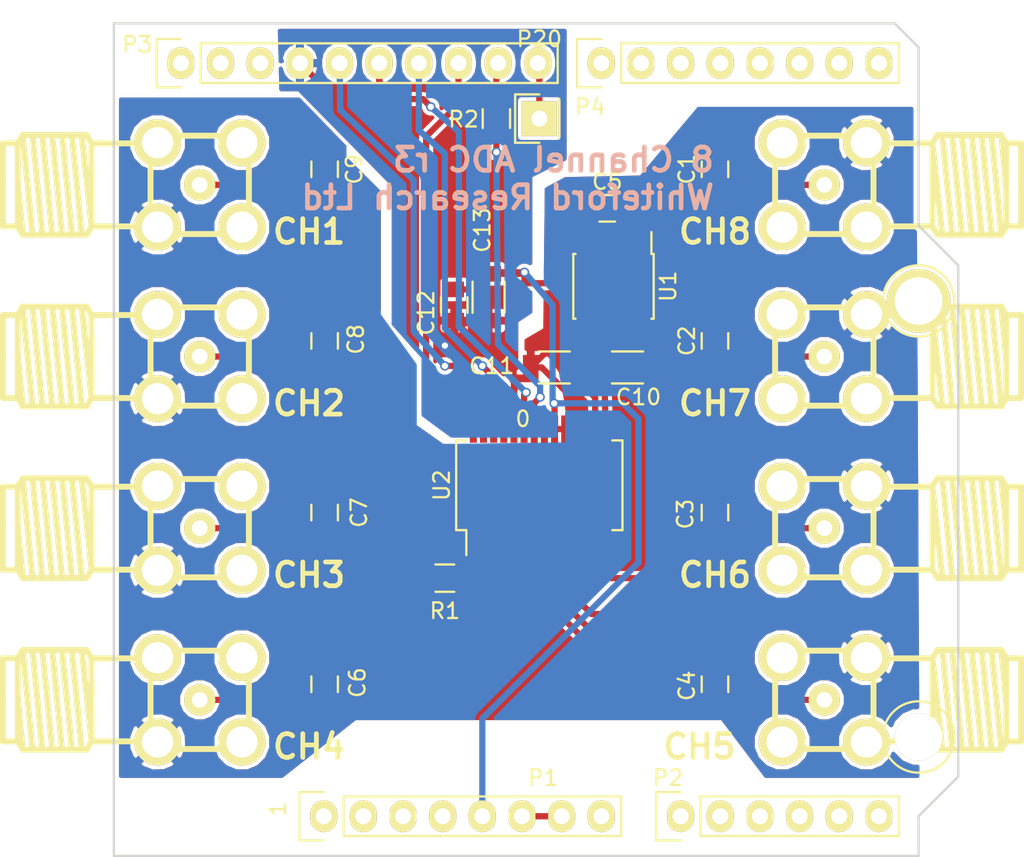
<source format=kicad_pcb>
(kicad_pcb (version 4) (host pcbnew "(2014-11-17 BZR 5289)-product")

  (general
    (links 66)
    (no_connects 1)
    (area 109.223315 42.565 183.989441 126.440001)
    (thickness 1.6)
    (drawings 11)
    (tracks 193)
    (zones 0)
    (modules 33)
    (nets 43)
  )

  (page A4)
  (title_block
    (date "lun. 30 mars 2015")
  )

  (layers
    (0 F.Cu signal)
    (31 B.Cu signal)
    (32 B.Adhes user)
    (33 F.Adhes user)
    (34 B.Paste user)
    (35 F.Paste user)
    (36 B.SilkS user)
    (37 F.SilkS user)
    (38 B.Mask user)
    (39 F.Mask user)
    (40 Dwgs.User user)
    (41 Cmts.User user)
    (42 Eco1.User user)
    (43 Eco2.User user)
    (44 Edge.Cuts user)
    (45 Margin user)
    (46 B.CrtYd user)
    (47 F.CrtYd user)
    (48 B.Fab user)
    (49 F.Fab user)
  )

  (setup
    (last_trace_width 0.4)
    (trace_clearance 0.2)
    (zone_clearance 0.254)
    (zone_45_only no)
    (trace_min 0.2)
    (segment_width 0.15)
    (edge_width 0.15)
    (via_size 0.6)
    (via_drill 0.4)
    (via_min_size 0.4)
    (via_min_drill 0.3)
    (uvia_size 0.3)
    (uvia_drill 0.1)
    (uvias_allowed no)
    (uvia_min_size 0.2)
    (uvia_min_drill 0.1)
    (pcb_text_width 0.3)
    (pcb_text_size 1.5 1.5)
    (mod_edge_width 0.15)
    (mod_text_size 1 1)
    (mod_text_width 0.15)
    (pad_size 0.8 0.5)
    (pad_drill 0)
    (pad_to_mask_clearance 0)
    (aux_axis_origin 110.998 126.365)
    (grid_origin 110.998 126.365)
    (visible_elements FFFFFF7F)
    (pcbplotparams
      (layerselection 0x010f0_80000001)
      (usegerberextensions false)
      (excludeedgelayer true)
      (linewidth 0.100000)
      (plotframeref false)
      (viasonmask false)
      (mode 1)
      (useauxorigin false)
      (hpglpennumber 1)
      (hpglpenspeed 20)
      (hpglpendiameter 15)
      (hpglpenoverlay 2)
      (psnegative false)
      (psa4output false)
      (plotreference true)
      (plotvalue true)
      (plotinvisibletext false)
      (padsonsilk false)
      (subtractmaskfromsilk false)
      (outputformat 1)
      (mirror false)
      (drillshape 0)
      (scaleselection 1)
      (outputdirectory gerbers/))
  )

  (net 0 "")
  (net 1 +5V)
  (net 2 "Net-(P1-Pad1)")
  (net 3 "Net-(C1-Pad1)")
  (net 4 AGND)
  (net 5 "Net-(C2-Pad1)")
  (net 6 "Net-(C3-Pad1)")
  (net 7 "Net-(C4-Pad1)")
  (net 8 "Net-(C6-Pad1)")
  (net 9 "Net-(C7-Pad1)")
  (net 10 "Net-(C8-Pad1)")
  (net 11 "Net-(C9-Pad1)")
  (net 12 "Net-(C10-Pad1)")
  (net 13 "Net-(C11-Pad1)")
  (net 14 "Net-(P1-Pad2)")
  (net 15 "Net-(P1-Pad3)")
  (net 16 "Net-(P1-Pad4)")
  (net 17 "Net-(P1-Pad8)")
  (net 18 "Net-(P2-Pad1)")
  (net 19 "Net-(P2-Pad2)")
  (net 20 "Net-(P2-Pad3)")
  (net 21 "Net-(P2-Pad4)")
  (net 22 "Net-(P2-Pad5)")
  (net 23 "Net-(P2-Pad6)")
  (net 24 "Net-(P3-Pad5)")
  (net 25 "Net-(P3-Pad6)")
  (net 26 "Net-(P3-Pad7)")
  (net 27 "Net-(P20-Pad1)")
  (net 28 "Net-(P11-Pad1)")
  (net 29 "Net-(P11-Pad2)")
  (net 30 "Net-(P11-Pad3)")
  (net 31 "Net-(P11-Pad4)")
  (net 32 "Net-(P11-Pad5)")
  (net 33 "Net-(P11-Pad6)")
  (net 34 "Net-(P11-Pad7)")
  (net 35 "Net-(P11-Pad8)")
  (net 36 "Net-(R1-Pad1)")
  (net 37 "Net-(R2-Pad2)")
  (net 38 "Net-(U2-Pad10)")
  (net 39 "Net-(U2-Pad11)")
  (net 40 DGND)
  (net 41 "Net-(P3-Pad8)")
  (net 42 "Net-(P3-Pad9)")

  (net_class Default "This is the default net class."
    (clearance 0.2)
    (trace_width 0.4)
    (via_dia 0.6)
    (via_drill 0.4)
    (uvia_dia 0.3)
    (uvia_drill 0.1)
    (add_net +5V)
    (add_net AGND)
    (add_net DGND)
    (add_net "Net-(C1-Pad1)")
    (add_net "Net-(C10-Pad1)")
    (add_net "Net-(C11-Pad1)")
    (add_net "Net-(C2-Pad1)")
    (add_net "Net-(C3-Pad1)")
    (add_net "Net-(C4-Pad1)")
    (add_net "Net-(C6-Pad1)")
    (add_net "Net-(C7-Pad1)")
    (add_net "Net-(C8-Pad1)")
    (add_net "Net-(C9-Pad1)")
    (add_net "Net-(P1-Pad1)")
    (add_net "Net-(P1-Pad2)")
    (add_net "Net-(P1-Pad3)")
    (add_net "Net-(P1-Pad4)")
    (add_net "Net-(P1-Pad8)")
    (add_net "Net-(P11-Pad1)")
    (add_net "Net-(P11-Pad2)")
    (add_net "Net-(P11-Pad3)")
    (add_net "Net-(P11-Pad4)")
    (add_net "Net-(P11-Pad5)")
    (add_net "Net-(P11-Pad6)")
    (add_net "Net-(P11-Pad7)")
    (add_net "Net-(P11-Pad8)")
    (add_net "Net-(P2-Pad1)")
    (add_net "Net-(P2-Pad2)")
    (add_net "Net-(P2-Pad3)")
    (add_net "Net-(P2-Pad4)")
    (add_net "Net-(P2-Pad5)")
    (add_net "Net-(P2-Pad6)")
    (add_net "Net-(P20-Pad1)")
    (add_net "Net-(P3-Pad5)")
    (add_net "Net-(P3-Pad6)")
    (add_net "Net-(P3-Pad7)")
    (add_net "Net-(P3-Pad8)")
    (add_net "Net-(P3-Pad9)")
    (add_net "Net-(R1-Pad1)")
    (add_net "Net-(R2-Pad2)")
    (add_net "Net-(U2-Pad10)")
    (add_net "Net-(U2-Pad11)")
  )

  (module ltc1859:0Ohm (layer F.Cu) (tedit 560977C6) (tstamp 56092FBB)
    (at 151.698 95.765)
    (path /560944F2)
    (fp_text reference R3 (at -3 -3) (layer F.SilkS) hide
      (effects (font (size 1 1) (thickness 0.15)))
    )
    (fp_text value 0 (at 0 2.6) (layer F.SilkS)
      (effects (font (size 1 1) (thickness 0.15)))
    )
    (pad 1 smd rect (at -0.6 0) (size 0.5 0.5) (layers F.Cu F.Paste F.Mask)
      (net 40 DGND))
    (pad 2 smd rect (at 0.6 0) (size 0.5 0.5) (layers F.Cu F.Paste F.Mask)
      (net 4 AGND))
    (pad "" smd rect (at 0 0) (size 0.8 0.5) (layers F.Cu F.Paste F.Mask)
      (solder_mask_margin 0.01) (solder_paste_margin 0.01) (clearance 0.01))
  )

  (module Housings_SOIC:SOIC-8-1EP_3.9x4.9mm_Pitch1.27mm (layer F.Cu) (tedit 56096C6B) (tstamp 562A992B)
    (at 157.498 89.865 270)
    (descr "8-Lead Thermally Enhanced Plastic Small Outline (SE) - Narrow, 3.90 mm Body [SOIC] (see Microchip Packaging Specification 00000049BS.pdf)")
    (tags "SOIC 1.27")
    (path /55D43C40)
    (attr smd)
    (fp_text reference U1 (at 0 -3.5 270) (layer F.SilkS)
      (effects (font (size 1 1) (thickness 0.15)))
    )
    (fp_text value LT1019ACS8 (at -3 -3.5 270) (layer F.Fab) hide
      (effects (font (size 1 1) (thickness 0.15)))
    )
    (fp_line (start -3.75 -2.75) (end -3.75 2.75) (layer F.CrtYd) (width 0.05))
    (fp_line (start 3.75 -2.75) (end 3.75 2.75) (layer F.CrtYd) (width 0.05))
    (fp_line (start -3.75 -2.75) (end 3.75 -2.75) (layer F.CrtYd) (width 0.05))
    (fp_line (start -3.75 2.75) (end 3.75 2.75) (layer F.CrtYd) (width 0.05))
    (fp_line (start -2.075 -2.575) (end -2.075 -2.43) (layer F.SilkS) (width 0.15))
    (fp_line (start 2.075 -2.575) (end 2.075 -2.43) (layer F.SilkS) (width 0.15))
    (fp_line (start 2.075 2.575) (end 2.075 2.43) (layer F.SilkS) (width 0.15))
    (fp_line (start -2.075 2.575) (end -2.075 2.43) (layer F.SilkS) (width 0.15))
    (fp_line (start -2.075 -2.575) (end 2.075 -2.575) (layer F.SilkS) (width 0.15))
    (fp_line (start -2.075 2.575) (end 2.075 2.575) (layer F.SilkS) (width 0.15))
    (fp_line (start -2.075 -2.43) (end -3.475 -2.43) (layer F.SilkS) (width 0.15))
    (pad 1 smd rect (at -2.7 -1.905 270) (size 1.55 0.6) (layers F.Cu F.Paste F.Mask))
    (pad 2 smd rect (at -2.7 -0.635 270) (size 1.55 0.6) (layers F.Cu F.Paste F.Mask)
      (net 1 +5V))
    (pad 3 smd rect (at -2.7 0.635 270) (size 1.55 0.6) (layers F.Cu F.Paste F.Mask))
    (pad 4 smd rect (at -2.7 1.905 270) (size 1.55 0.6) (layers F.Cu F.Paste F.Mask)
      (net 4 AGND))
    (pad 5 smd rect (at 2.7 1.905 270) (size 1.55 0.6) (layers F.Cu F.Paste F.Mask))
    (pad 6 smd rect (at 2.7 0.635 270) (size 1.55 0.6) (layers F.Cu F.Paste F.Mask)
      (net 12 "Net-(C10-Pad1)"))
    (pad 7 smd rect (at 2.7 -0.635 270) (size 1.55 0.6) (layers F.Cu F.Paste F.Mask))
    (pad 8 smd rect (at 2.7 -1.905 270) (size 1.55 0.6) (layers F.Cu F.Paste F.Mask))
    (model Housings_SOIC.3dshapes/SOIC-8-1EP_3.9x4.9mm_Pitch1.27mm.wrl
      (at (xyz 0 0 0))
      (scale (xyz 1 1 1))
      (rotate (xyz 0 0 0))
    )
  )

  (module Socket_Arduino_Uno:Arduino_1pin locked (layer F.Cu) (tedit 5524FC41) (tstamp 5524FC4E)
    (at 177.038 90.805)
    (descr "module 1 pin (ou trou mecanique de percage)")
    (tags DEV)
    (path /551BBD52)
    (fp_text reference P8 (at 0 -3.048) (layer F.SilkS) hide
      (effects (font (size 1 1) (thickness 0.15)))
    )
    (fp_text value CONN_1 (at 0 2.794) (layer F.Fab) hide
      (effects (font (size 1 1) (thickness 0.15)))
    )
    (fp_circle (center 0 0) (end 0 -2.286) (layer F.SilkS) (width 0.15))
    (pad 1 thru_hole circle (at 0 0) (size 4.064 4.064) (drill 3.048) (layers *.Cu *.Mask F.SilkS))
  )

  (module Socket_Arduino_Uno:Socket_Strip_Arduino_1x08 locked (layer F.Cu) (tedit 56096C9E) (tstamp 551AF9EA)
    (at 138.938 123.825)
    (descr "Through hole socket strip")
    (tags "socket strip")
    (path /5517C2C1)
    (fp_text reference P1 (at 14.06 -2.46) (layer F.SilkS)
      (effects (font (size 1 1) (thickness 0.15)))
    )
    (fp_text value Power (at 17.06 -2.46) (layer F.Fab)
      (effects (font (size 1 1) (thickness 0.15)))
    )
    (fp_line (start -1.75 -1.75) (end -1.75 1.75) (layer F.CrtYd) (width 0.05))
    (fp_line (start 19.55 -1.75) (end 19.55 1.75) (layer F.CrtYd) (width 0.05))
    (fp_line (start -1.75 -1.75) (end 19.55 -1.75) (layer F.CrtYd) (width 0.05))
    (fp_line (start -1.75 1.75) (end 19.55 1.75) (layer F.CrtYd) (width 0.05))
    (fp_line (start 1.27 1.27) (end 19.05 1.27) (layer F.SilkS) (width 0.15))
    (fp_line (start 19.05 1.27) (end 19.05 -1.27) (layer F.SilkS) (width 0.15))
    (fp_line (start 19.05 -1.27) (end 1.27 -1.27) (layer F.SilkS) (width 0.15))
    (fp_line (start -1.55 1.55) (end 0 1.55) (layer F.SilkS) (width 0.15))
    (fp_line (start 1.27 1.27) (end 1.27 -1.27) (layer F.SilkS) (width 0.15))
    (fp_line (start 0 -1.55) (end -1.55 -1.55) (layer F.SilkS) (width 0.15))
    (fp_line (start -1.55 -1.55) (end -1.55 1.55) (layer F.SilkS) (width 0.15))
    (pad 1 thru_hole oval (at 0 0) (size 1.7272 2.032) (drill 1.016) (layers *.Cu *.Mask F.SilkS)
      (net 2 "Net-(P1-Pad1)"))
    (pad 2 thru_hole oval (at 2.54 0) (size 1.7272 2.032) (drill 1.016) (layers *.Cu *.Mask F.SilkS)
      (net 14 "Net-(P1-Pad2)"))
    (pad 3 thru_hole oval (at 5.08 0) (size 1.7272 2.032) (drill 1.016) (layers *.Cu *.Mask F.SilkS)
      (net 15 "Net-(P1-Pad3)"))
    (pad 4 thru_hole oval (at 7.62 0) (size 1.7272 2.032) (drill 1.016) (layers *.Cu *.Mask F.SilkS)
      (net 16 "Net-(P1-Pad4)"))
    (pad 5 thru_hole oval (at 10.16 0) (size 1.7272 2.032) (drill 1.016) (layers *.Cu *.Mask F.SilkS)
      (net 1 +5V))
    (pad 6 thru_hole oval (at 12.7 0) (size 1.7272 2.032) (drill 1.016) (layers *.Cu *.Mask F.SilkS)
      (net 40 DGND))
    (pad 7 thru_hole oval (at 15.24 0) (size 1.7272 2.032) (drill 1.016) (layers *.Cu *.Mask F.SilkS)
      (net 40 DGND))
    (pad 8 thru_hole oval (at 17.78 0) (size 1.7272 2.032) (drill 1.016) (layers *.Cu *.Mask F.SilkS)
      (net 17 "Net-(P1-Pad8)"))
    (model ${KIPRJMOD}/Socket_Arduino_Uno.3dshapes/Socket_header_Arduino_1x08.wrl
      (at (xyz 0.35 0 0))
      (scale (xyz 1 1 1))
      (rotate (xyz 0 0 180))
    )
  )

  (module Socket_Arduino_Uno:Socket_Strip_Arduino_1x06 locked (layer F.Cu) (tedit 56096C93) (tstamp 551AF9FF)
    (at 161.798 123.825)
    (descr "Through hole socket strip")
    (tags "socket strip")
    (path /5517C323)
    (fp_text reference P2 (at -0.8 -2.46) (layer F.SilkS)
      (effects (font (size 1 1) (thickness 0.15)))
    )
    (fp_text value Analog (at 3.2 -2.46) (layer F.Fab)
      (effects (font (size 1 1) (thickness 0.15)))
    )
    (fp_line (start -1.75 -1.75) (end -1.75 1.75) (layer F.CrtYd) (width 0.05))
    (fp_line (start 14.45 -1.75) (end 14.45 1.75) (layer F.CrtYd) (width 0.05))
    (fp_line (start -1.75 -1.75) (end 14.45 -1.75) (layer F.CrtYd) (width 0.05))
    (fp_line (start -1.75 1.75) (end 14.45 1.75) (layer F.CrtYd) (width 0.05))
    (fp_line (start 1.27 1.27) (end 13.97 1.27) (layer F.SilkS) (width 0.15))
    (fp_line (start 13.97 1.27) (end 13.97 -1.27) (layer F.SilkS) (width 0.15))
    (fp_line (start 13.97 -1.27) (end 1.27 -1.27) (layer F.SilkS) (width 0.15))
    (fp_line (start -1.55 1.55) (end 0 1.55) (layer F.SilkS) (width 0.15))
    (fp_line (start 1.27 1.27) (end 1.27 -1.27) (layer F.SilkS) (width 0.15))
    (fp_line (start 0 -1.55) (end -1.55 -1.55) (layer F.SilkS) (width 0.15))
    (fp_line (start -1.55 -1.55) (end -1.55 1.55) (layer F.SilkS) (width 0.15))
    (pad 1 thru_hole oval (at 0 0) (size 1.7272 2.032) (drill 1.016) (layers *.Cu *.Mask F.SilkS)
      (net 18 "Net-(P2-Pad1)"))
    (pad 2 thru_hole oval (at 2.54 0) (size 1.7272 2.032) (drill 1.016) (layers *.Cu *.Mask F.SilkS)
      (net 19 "Net-(P2-Pad2)"))
    (pad 3 thru_hole oval (at 5.08 0) (size 1.7272 2.032) (drill 1.016) (layers *.Cu *.Mask F.SilkS)
      (net 20 "Net-(P2-Pad3)"))
    (pad 4 thru_hole oval (at 7.62 0) (size 1.7272 2.032) (drill 1.016) (layers *.Cu *.Mask F.SilkS)
      (net 21 "Net-(P2-Pad4)"))
    (pad 5 thru_hole oval (at 10.16 0) (size 1.7272 2.032) (drill 1.016) (layers *.Cu *.Mask F.SilkS)
      (net 22 "Net-(P2-Pad5)"))
    (pad 6 thru_hole oval (at 12.7 0) (size 1.7272 2.032) (drill 1.016) (layers *.Cu *.Mask F.SilkS)
      (net 23 "Net-(P2-Pad6)"))
    (model ${KIPRJMOD}/Socket_Arduino_Uno.3dshapes/Socket_header_Arduino_1x06.wrl
      (at (xyz 0.25 0 0))
      (scale (xyz 1 1 1))
      (rotate (xyz 0 0 180))
    )
  )

  (module Socket_Arduino_Uno:Socket_Strip_Arduino_1x10 locked (layer F.Cu) (tedit 56096C35) (tstamp 551AFA18)
    (at 129.794 75.565)
    (descr "Through hole socket strip")
    (tags "socket strip")
    (path /5517C46C)
    (fp_text reference P3 (at -2.796 -1.2) (layer F.SilkS)
      (effects (font (size 1 1) (thickness 0.15)))
    )
    (fp_text value Digital (at 1.204 -3.2) (layer F.Fab)
      (effects (font (size 1 1) (thickness 0.15)))
    )
    (fp_line (start -1.75 -1.75) (end -1.75 1.75) (layer F.CrtYd) (width 0.05))
    (fp_line (start 24.65 -1.75) (end 24.65 1.75) (layer F.CrtYd) (width 0.05))
    (fp_line (start -1.75 -1.75) (end 24.65 -1.75) (layer F.CrtYd) (width 0.05))
    (fp_line (start -1.75 1.75) (end 24.65 1.75) (layer F.CrtYd) (width 0.05))
    (fp_line (start 1.27 1.27) (end 24.13 1.27) (layer F.SilkS) (width 0.15))
    (fp_line (start 24.13 1.27) (end 24.13 -1.27) (layer F.SilkS) (width 0.15))
    (fp_line (start 24.13 -1.27) (end 1.27 -1.27) (layer F.SilkS) (width 0.15))
    (fp_line (start -1.55 1.55) (end 0 1.55) (layer F.SilkS) (width 0.15))
    (fp_line (start 1.27 1.27) (end 1.27 -1.27) (layer F.SilkS) (width 0.15))
    (fp_line (start 0 -1.55) (end -1.55 -1.55) (layer F.SilkS) (width 0.15))
    (fp_line (start -1.55 -1.55) (end -1.55 1.55) (layer F.SilkS) (width 0.15))
    (pad 1 thru_hole oval (at 0 0) (size 1.7272 2.032) (drill 1.016) (layers *.Cu *.Mask F.SilkS))
    (pad 2 thru_hole oval (at 2.54 0) (size 1.7272 2.032) (drill 1.016) (layers *.Cu *.Mask F.SilkS))
    (pad 3 thru_hole oval (at 5.08 0) (size 1.7272 2.032) (drill 1.016) (layers *.Cu *.Mask F.SilkS))
    (pad 4 thru_hole oval (at 7.62 0) (size 1.7272 2.032) (drill 1.016) (layers *.Cu *.Mask F.SilkS)
      (net 40 DGND))
    (pad 5 thru_hole oval (at 10.16 0) (size 1.7272 2.032) (drill 1.016) (layers *.Cu *.Mask F.SilkS)
      (net 24 "Net-(P3-Pad5)"))
    (pad 6 thru_hole oval (at 12.7 0) (size 1.7272 2.032) (drill 1.016) (layers *.Cu *.Mask F.SilkS)
      (net 25 "Net-(P3-Pad6)"))
    (pad 7 thru_hole oval (at 15.24 0) (size 1.7272 2.032) (drill 1.016) (layers *.Cu *.Mask F.SilkS)
      (net 26 "Net-(P3-Pad7)"))
    (pad 8 thru_hole oval (at 17.78 0) (size 1.7272 2.032) (drill 1.016) (layers *.Cu *.Mask F.SilkS)
      (net 41 "Net-(P3-Pad8)"))
    (pad 9 thru_hole oval (at 20.32 0) (size 1.7272 2.032) (drill 1.016) (layers *.Cu *.Mask F.SilkS)
      (net 42 "Net-(P3-Pad9)"))
    (pad 10 thru_hole oval (at 22.86 0) (size 1.7272 2.032) (drill 1.016) (layers *.Cu *.Mask F.SilkS)
      (net 27 "Net-(P20-Pad1)"))
    (model ${KIPRJMOD}/Socket_Arduino_Uno.3dshapes/Socket_header_Arduino_1x10.wrl
      (at (xyz 0.45 0 0))
      (scale (xyz 1 1 1))
      (rotate (xyz 0 0 180))
    )
  )

  (module Socket_Arduino_Uno:Socket_Strip_Arduino_1x08 locked (layer F.Cu) (tedit 56096C29) (tstamp 551AFA2F)
    (at 156.718 75.565)
    (descr "Through hole socket strip")
    (tags "socket strip")
    (path /5517C366)
    (fp_text reference P4 (at -0.72 2.8) (layer F.SilkS)
      (effects (font (size 1 1) (thickness 0.15)))
    )
    (fp_text value Digital (at 3.28 2.8) (layer F.Fab)
      (effects (font (size 1 1) (thickness 0.15)))
    )
    (fp_line (start -1.75 -1.75) (end -1.75 1.75) (layer F.CrtYd) (width 0.05))
    (fp_line (start 19.55 -1.75) (end 19.55 1.75) (layer F.CrtYd) (width 0.05))
    (fp_line (start -1.75 -1.75) (end 19.55 -1.75) (layer F.CrtYd) (width 0.05))
    (fp_line (start -1.75 1.75) (end 19.55 1.75) (layer F.CrtYd) (width 0.05))
    (fp_line (start 1.27 1.27) (end 19.05 1.27) (layer F.SilkS) (width 0.15))
    (fp_line (start 19.05 1.27) (end 19.05 -1.27) (layer F.SilkS) (width 0.15))
    (fp_line (start 19.05 -1.27) (end 1.27 -1.27) (layer F.SilkS) (width 0.15))
    (fp_line (start -1.55 1.55) (end 0 1.55) (layer F.SilkS) (width 0.15))
    (fp_line (start 1.27 1.27) (end 1.27 -1.27) (layer F.SilkS) (width 0.15))
    (fp_line (start 0 -1.55) (end -1.55 -1.55) (layer F.SilkS) (width 0.15))
    (fp_line (start -1.55 -1.55) (end -1.55 1.55) (layer F.SilkS) (width 0.15))
    (pad 1 thru_hole oval (at 0 0) (size 1.7272 2.032) (drill 1.016) (layers *.Cu *.Mask F.SilkS)
      (net 28 "Net-(P11-Pad1)"))
    (pad 2 thru_hole oval (at 2.54 0) (size 1.7272 2.032) (drill 1.016) (layers *.Cu *.Mask F.SilkS)
      (net 29 "Net-(P11-Pad2)"))
    (pad 3 thru_hole oval (at 5.08 0) (size 1.7272 2.032) (drill 1.016) (layers *.Cu *.Mask F.SilkS)
      (net 30 "Net-(P11-Pad3)"))
    (pad 4 thru_hole oval (at 7.62 0) (size 1.7272 2.032) (drill 1.016) (layers *.Cu *.Mask F.SilkS)
      (net 31 "Net-(P11-Pad4)"))
    (pad 5 thru_hole oval (at 10.16 0) (size 1.7272 2.032) (drill 1.016) (layers *.Cu *.Mask F.SilkS)
      (net 32 "Net-(P11-Pad5)"))
    (pad 6 thru_hole oval (at 12.7 0) (size 1.7272 2.032) (drill 1.016) (layers *.Cu *.Mask F.SilkS)
      (net 33 "Net-(P11-Pad6)"))
    (pad 7 thru_hole oval (at 15.24 0) (size 1.7272 2.032) (drill 1.016) (layers *.Cu *.Mask F.SilkS)
      (net 34 "Net-(P11-Pad7)"))
    (pad 8 thru_hole oval (at 17.78 0) (size 1.7272 2.032) (drill 1.016) (layers *.Cu *.Mask F.SilkS)
      (net 35 "Net-(P11-Pad8)"))
    (model ${KIPRJMOD}/Socket_Arduino_Uno.3dshapes/Socket_header_Arduino_1x08.wrl
      (at (xyz 0.35 0 0))
      (scale (xyz 1 1 1))
      (rotate (xyz 0 0 180))
    )
  )

  (module Socket_Arduino_Uno:Arduino_1pin locked (layer F.Cu) (tedit 5606D7A6) (tstamp 5524FC44)
    (at 177.038 118.745)
    (descr "module 1 pin (ou trou mecanique de percage)")
    (tags DEV)
    (path /551BBD10)
    (fp_text reference P6 (at 0 -3.048) (layer F.SilkS) hide
      (effects (font (size 1 1) (thickness 0.15)))
    )
    (fp_text value CONN_1 (at 0 2.794) (layer F.Fab) hide
      (effects (font (size 1 1) (thickness 0.15)))
    )
    (fp_circle (center 0 0) (end 0 -2.286) (layer F.SilkS) (width 0.15))
    (pad 1 thru_hole circle (at 0 0) (size 3.048 3.048) (drill 3.048) (layers *.Cu *.Mask F.SilkS))
  )

  (module Capacitors_SMD:C_0805 (layer F.Cu) (tedit 5609777E) (tstamp 55D3C160)
    (at 163.998 82.365 90)
    (descr "Capacitor SMD 0805, reflow soldering, AVX (see smccp.pdf)")
    (tags "capacitor 0805")
    (path /55D3C751)
    (attr smd)
    (fp_text reference C1 (at 0 -1.8 90) (layer F.SilkS)
      (effects (font (size 1 1) (thickness 0.15)))
    )
    (fp_text value 1000pF (at 3 -4 180) (layer F.Fab) hide
      (effects (font (size 1 1) (thickness 0.15)))
    )
    (fp_line (start -1.8 -1) (end 1.8 -1) (layer F.CrtYd) (width 0.05))
    (fp_line (start -1.8 1) (end 1.8 1) (layer F.CrtYd) (width 0.05))
    (fp_line (start -1.8 -1) (end -1.8 1) (layer F.CrtYd) (width 0.05))
    (fp_line (start 1.8 -1) (end 1.8 1) (layer F.CrtYd) (width 0.05))
    (fp_line (start 0.5 -0.85) (end -0.5 -0.85) (layer F.SilkS) (width 0.15))
    (fp_line (start -0.5 0.85) (end 0.5 0.85) (layer F.SilkS) (width 0.15))
    (pad 1 smd rect (at -1 0 90) (size 1 1.25) (layers F.Cu F.Paste F.Mask)
      (net 3 "Net-(C1-Pad1)"))
    (pad 2 smd rect (at 1 0 90) (size 1 1.25) (layers F.Cu F.Paste F.Mask)
      (net 4 AGND))
    (model Capacitors_SMD.3dshapes/C_0805.wrl
      (at (xyz 0 0 0))
      (scale (xyz 1 1 1))
      (rotate (xyz 0 0 0))
    )
  )

  (module Capacitors_SMD:C_0805 (layer F.Cu) (tedit 56097783) (tstamp 55D3C166)
    (at 163.998 93.365 90)
    (descr "Capacitor SMD 0805, reflow soldering, AVX (see smccp.pdf)")
    (tags "capacitor 0805")
    (path /55D3C8EB)
    (attr smd)
    (fp_text reference C2 (at 0 -1.8 90) (layer F.SilkS)
      (effects (font (size 1 1) (thickness 0.15)))
    )
    (fp_text value 1000pF (at 4 2 180) (layer F.Fab) hide
      (effects (font (size 1 1) (thickness 0.15)))
    )
    (fp_line (start -1.8 -1) (end 1.8 -1) (layer F.CrtYd) (width 0.05))
    (fp_line (start -1.8 1) (end 1.8 1) (layer F.CrtYd) (width 0.05))
    (fp_line (start -1.8 -1) (end -1.8 1) (layer F.CrtYd) (width 0.05))
    (fp_line (start 1.8 -1) (end 1.8 1) (layer F.CrtYd) (width 0.05))
    (fp_line (start 0.5 -0.85) (end -0.5 -0.85) (layer F.SilkS) (width 0.15))
    (fp_line (start -0.5 0.85) (end 0.5 0.85) (layer F.SilkS) (width 0.15))
    (pad 1 smd rect (at -1 0 90) (size 1 1.25) (layers F.Cu F.Paste F.Mask)
      (net 5 "Net-(C2-Pad1)"))
    (pad 2 smd rect (at 1 0 90) (size 1 1.25) (layers F.Cu F.Paste F.Mask)
      (net 4 AGND))
    (model Capacitors_SMD.3dshapes/C_0805.wrl
      (at (xyz 0 0 0))
      (scale (xyz 1 1 1))
      (rotate (xyz 0 0 0))
    )
  )

  (module Capacitors_SMD:C_0805 (layer F.Cu) (tedit 56097787) (tstamp 55D3C16C)
    (at 163.998 104.365 90)
    (descr "Capacitor SMD 0805, reflow soldering, AVX (see smccp.pdf)")
    (tags "capacitor 0805")
    (path /55D3C8D9)
    (attr smd)
    (fp_text reference C3 (at -0.1 -1.9 90) (layer F.SilkS)
      (effects (font (size 1 1) (thickness 0.15)))
    )
    (fp_text value 1000pF (at -5 -1 180) (layer F.Fab) hide
      (effects (font (size 1 1) (thickness 0.15)))
    )
    (fp_line (start -1.8 -1) (end 1.8 -1) (layer F.CrtYd) (width 0.05))
    (fp_line (start -1.8 1) (end 1.8 1) (layer F.CrtYd) (width 0.05))
    (fp_line (start -1.8 -1) (end -1.8 1) (layer F.CrtYd) (width 0.05))
    (fp_line (start 1.8 -1) (end 1.8 1) (layer F.CrtYd) (width 0.05))
    (fp_line (start 0.5 -0.85) (end -0.5 -0.85) (layer F.SilkS) (width 0.15))
    (fp_line (start -0.5 0.85) (end 0.5 0.85) (layer F.SilkS) (width 0.15))
    (pad 1 smd rect (at -1 0 90) (size 1 1.25) (layers F.Cu F.Paste F.Mask)
      (net 6 "Net-(C3-Pad1)"))
    (pad 2 smd rect (at 1 0 90) (size 1 1.25) (layers F.Cu F.Paste F.Mask)
      (net 4 AGND))
    (model Capacitors_SMD.3dshapes/C_0805.wrl
      (at (xyz 0 0 0))
      (scale (xyz 1 1 1))
      (rotate (xyz 0 0 0))
    )
  )

  (module Capacitors_SMD:C_0805 (layer F.Cu) (tedit 5609778E) (tstamp 55D3C172)
    (at 163.998 115.365 90)
    (descr "Capacitor SMD 0805, reflow soldering, AVX (see smccp.pdf)")
    (tags "capacitor 0805")
    (path /55D3C8DF)
    (attr smd)
    (fp_text reference C4 (at -0.1 -1.8 90) (layer F.SilkS)
      (effects (font (size 1 1) (thickness 0.15)))
    )
    (fp_text value 1000pF (at 4 -1 180) (layer F.Fab) hide
      (effects (font (size 1 1) (thickness 0.15)))
    )
    (fp_line (start -1.8 -1) (end 1.8 -1) (layer F.CrtYd) (width 0.05))
    (fp_line (start -1.8 1) (end 1.8 1) (layer F.CrtYd) (width 0.05))
    (fp_line (start -1.8 -1) (end -1.8 1) (layer F.CrtYd) (width 0.05))
    (fp_line (start 1.8 -1) (end 1.8 1) (layer F.CrtYd) (width 0.05))
    (fp_line (start 0.5 -0.85) (end -0.5 -0.85) (layer F.SilkS) (width 0.15))
    (fp_line (start -0.5 0.85) (end 0.5 0.85) (layer F.SilkS) (width 0.15))
    (pad 1 smd rect (at -1 0 90) (size 1 1.25) (layers F.Cu F.Paste F.Mask)
      (net 7 "Net-(C4-Pad1)"))
    (pad 2 smd rect (at 1 0 90) (size 1 1.25) (layers F.Cu F.Paste F.Mask)
      (net 4 AGND))
    (model Capacitors_SMD.3dshapes/C_0805.wrl
      (at (xyz 0 0 0))
      (scale (xyz 1 1 1))
      (rotate (xyz 0 0 0))
    )
  )

  (module Capacitors_SMD:C_0805 (layer F.Cu) (tedit 56097771) (tstamp 55D3C178)
    (at 157.098 84.865 180)
    (descr "Capacitor SMD 0805, reflow soldering, AVX (see smccp.pdf)")
    (tags "capacitor 0805")
    (path /55D442A2)
    (attr smd)
    (fp_text reference C5 (at 0 1.7 180) (layer F.SilkS)
      (effects (font (size 1 1) (thickness 0.15)))
    )
    (fp_text value 0.1uF (at 0 -0.1 180) (layer F.Fab)
      (effects (font (size 1 1) (thickness 0.15)))
    )
    (fp_line (start -1.8 -1) (end 1.8 -1) (layer F.CrtYd) (width 0.05))
    (fp_line (start -1.8 1) (end 1.8 1) (layer F.CrtYd) (width 0.05))
    (fp_line (start -1.8 -1) (end -1.8 1) (layer F.CrtYd) (width 0.05))
    (fp_line (start 1.8 -1) (end 1.8 1) (layer F.CrtYd) (width 0.05))
    (fp_line (start 0.5 -0.85) (end -0.5 -0.85) (layer F.SilkS) (width 0.15))
    (fp_line (start -0.5 0.85) (end 0.5 0.85) (layer F.SilkS) (width 0.15))
    (pad 1 smd rect (at -1 0 180) (size 1 1.25) (layers F.Cu F.Paste F.Mask)
      (net 1 +5V))
    (pad 2 smd rect (at 1 0 180) (size 1 1.25) (layers F.Cu F.Paste F.Mask)
      (net 4 AGND))
    (model Capacitors_SMD.3dshapes/C_0805.wrl
      (at (xyz 0 0 0))
      (scale (xyz 1 1 1))
      (rotate (xyz 0 0 0))
    )
  )

  (module Capacitors_SMD:C_0805 (layer F.Cu) (tedit 56097794) (tstamp 55D3C17E)
    (at 138.998 115.365 90)
    (descr "Capacitor SMD 0805, reflow soldering, AVX (see smccp.pdf)")
    (tags "capacitor 0805")
    (path /55D3C8E5)
    (attr smd)
    (fp_text reference C6 (at 0.1 2.1 90) (layer F.SilkS)
      (effects (font (size 1 1) (thickness 0.15)))
    )
    (fp_text value 1000pF (at 0 2.1 90) (layer F.Fab) hide
      (effects (font (size 1 1) (thickness 0.15)))
    )
    (fp_line (start -1.8 -1) (end 1.8 -1) (layer F.CrtYd) (width 0.05))
    (fp_line (start -1.8 1) (end 1.8 1) (layer F.CrtYd) (width 0.05))
    (fp_line (start -1.8 -1) (end -1.8 1) (layer F.CrtYd) (width 0.05))
    (fp_line (start 1.8 -1) (end 1.8 1) (layer F.CrtYd) (width 0.05))
    (fp_line (start 0.5 -0.85) (end -0.5 -0.85) (layer F.SilkS) (width 0.15))
    (fp_line (start -0.5 0.85) (end 0.5 0.85) (layer F.SilkS) (width 0.15))
    (pad 1 smd rect (at -1 0 90) (size 1 1.25) (layers F.Cu F.Paste F.Mask)
      (net 8 "Net-(C6-Pad1)"))
    (pad 2 smd rect (at 1 0 90) (size 1 1.25) (layers F.Cu F.Paste F.Mask)
      (net 4 AGND))
    (model Capacitors_SMD.3dshapes/C_0805.wrl
      (at (xyz 0 0 0))
      (scale (xyz 1 1 1))
      (rotate (xyz 0 0 0))
    )
  )

  (module Capacitors_SMD:C_0805 (layer F.Cu) (tedit 56097798) (tstamp 55D3C184)
    (at 138.998 104.365 90)
    (descr "Capacitor SMD 0805, reflow soldering, AVX (see smccp.pdf)")
    (tags "capacitor 0805")
    (path /55D3C7A6)
    (attr smd)
    (fp_text reference C7 (at 0 2.2 90) (layer F.SilkS)
      (effects (font (size 1 1) (thickness 0.15)))
    )
    (fp_text value 1000pF (at 0 2.1 90) (layer F.Fab) hide
      (effects (font (size 1 1) (thickness 0.15)))
    )
    (fp_line (start -1.8 -1) (end 1.8 -1) (layer F.CrtYd) (width 0.05))
    (fp_line (start -1.8 1) (end 1.8 1) (layer F.CrtYd) (width 0.05))
    (fp_line (start -1.8 -1) (end -1.8 1) (layer F.CrtYd) (width 0.05))
    (fp_line (start 1.8 -1) (end 1.8 1) (layer F.CrtYd) (width 0.05))
    (fp_line (start 0.5 -0.85) (end -0.5 -0.85) (layer F.SilkS) (width 0.15))
    (fp_line (start -0.5 0.85) (end 0.5 0.85) (layer F.SilkS) (width 0.15))
    (pad 1 smd rect (at -1 0 90) (size 1 1.25) (layers F.Cu F.Paste F.Mask)
      (net 9 "Net-(C7-Pad1)"))
    (pad 2 smd rect (at 1 0 90) (size 1 1.25) (layers F.Cu F.Paste F.Mask)
      (net 4 AGND))
    (model Capacitors_SMD.3dshapes/C_0805.wrl
      (at (xyz 0 0 0))
      (scale (xyz 1 1 1))
      (rotate (xyz 0 0 0))
    )
  )

  (module Capacitors_SMD:C_0805 (layer F.Cu) (tedit 5609779C) (tstamp 55D3C18A)
    (at 138.998 93.365 90)
    (descr "Capacitor SMD 0805, reflow soldering, AVX (see smccp.pdf)")
    (tags "capacitor 0805")
    (path /55D3C69D)
    (attr smd)
    (fp_text reference C8 (at 0.1 2 90) (layer F.SilkS)
      (effects (font (size 1 1) (thickness 0.15)))
    )
    (fp_text value 1000pF (at 0 2.1 90) (layer F.Fab) hide
      (effects (font (size 1 1) (thickness 0.15)))
    )
    (fp_line (start -1.8 -1) (end 1.8 -1) (layer F.CrtYd) (width 0.05))
    (fp_line (start -1.8 1) (end 1.8 1) (layer F.CrtYd) (width 0.05))
    (fp_line (start -1.8 -1) (end -1.8 1) (layer F.CrtYd) (width 0.05))
    (fp_line (start 1.8 -1) (end 1.8 1) (layer F.CrtYd) (width 0.05))
    (fp_line (start 0.5 -0.85) (end -0.5 -0.85) (layer F.SilkS) (width 0.15))
    (fp_line (start -0.5 0.85) (end 0.5 0.85) (layer F.SilkS) (width 0.15))
    (pad 1 smd rect (at -1 0 90) (size 1 1.25) (layers F.Cu F.Paste F.Mask)
      (net 10 "Net-(C8-Pad1)"))
    (pad 2 smd rect (at 1 0 90) (size 1 1.25) (layers F.Cu F.Paste F.Mask)
      (net 4 AGND))
    (model Capacitors_SMD.3dshapes/C_0805.wrl
      (at (xyz 0 0 0))
      (scale (xyz 1 1 1))
      (rotate (xyz 0 0 0))
    )
  )

  (module Capacitors_SMD:C_0805 (layer F.Cu) (tedit 560977A1) (tstamp 55D3C190)
    (at 138.998 82.365 90)
    (descr "Capacitor SMD 0805, reflow soldering, AVX (see smccp.pdf)")
    (tags "capacitor 0805")
    (path /55D3C712)
    (attr smd)
    (fp_text reference C9 (at 0 1.9 90) (layer F.SilkS)
      (effects (font (size 1 1) (thickness 0.15)))
    )
    (fp_text value 1000pF (at 0 2.1 90) (layer F.Fab) hide
      (effects (font (size 1 1) (thickness 0.15)))
    )
    (fp_line (start -1.8 -1) (end 1.8 -1) (layer F.CrtYd) (width 0.05))
    (fp_line (start -1.8 1) (end 1.8 1) (layer F.CrtYd) (width 0.05))
    (fp_line (start -1.8 -1) (end -1.8 1) (layer F.CrtYd) (width 0.05))
    (fp_line (start 1.8 -1) (end 1.8 1) (layer F.CrtYd) (width 0.05))
    (fp_line (start 0.5 -0.85) (end -0.5 -0.85) (layer F.SilkS) (width 0.15))
    (fp_line (start -0.5 0.85) (end 0.5 0.85) (layer F.SilkS) (width 0.15))
    (pad 1 smd rect (at -1 0 90) (size 1 1.25) (layers F.Cu F.Paste F.Mask)
      (net 11 "Net-(C9-Pad1)"))
    (pad 2 smd rect (at 1 0 90) (size 1 1.25) (layers F.Cu F.Paste F.Mask)
      (net 4 AGND))
    (model Capacitors_SMD.3dshapes/C_0805.wrl
      (at (xyz 0 0 0))
      (scale (xyz 1 1 1))
      (rotate (xyz 0 0 0))
    )
  )

  (module Capacitors_SMD:C_1206 (layer F.Cu) (tedit 5609775A) (tstamp 55D3C196)
    (at 158.398 95.065)
    (descr "Capacitor SMD 1206, reflow soldering, AVX (see smccp.pdf)")
    (tags "capacitor 1206")
    (path /55D44A66)
    (attr smd)
    (fp_text reference C10 (at 0.7 1.9) (layer F.SilkS)
      (effects (font (size 1 1) (thickness 0.15)))
    )
    (fp_text value 4.7uF (at 0 0.2) (layer F.Fab)
      (effects (font (size 1 1) (thickness 0.15)))
    )
    (fp_line (start -2.3 -1.15) (end 2.3 -1.15) (layer F.CrtYd) (width 0.05))
    (fp_line (start -2.3 1.15) (end 2.3 1.15) (layer F.CrtYd) (width 0.05))
    (fp_line (start -2.3 -1.15) (end -2.3 1.15) (layer F.CrtYd) (width 0.05))
    (fp_line (start 2.3 -1.15) (end 2.3 1.15) (layer F.CrtYd) (width 0.05))
    (fp_line (start 1 -1.025) (end -1 -1.025) (layer F.SilkS) (width 0.15))
    (fp_line (start -1 1.025) (end 1 1.025) (layer F.SilkS) (width 0.15))
    (pad 1 smd rect (at -1.5 0) (size 1 1.6) (layers F.Cu F.Paste F.Mask)
      (net 12 "Net-(C10-Pad1)"))
    (pad 2 smd rect (at 1.5 0) (size 1 1.6) (layers F.Cu F.Paste F.Mask)
      (net 4 AGND))
    (model Capacitors_SMD.3dshapes/C_1206.wrl
      (at (xyz 0 0 0))
      (scale (xyz 1 1 1))
      (rotate (xyz 0 0 0))
    )
  )

  (module Capacitors_SMD:C_1206 (layer F.Cu) (tedit 56097753) (tstamp 55D3C19C)
    (at 153.698 95.065 180)
    (descr "Capacitor SMD 1206, reflow soldering, AVX (see smccp.pdf)")
    (tags "capacitor 1206")
    (path /55D3F531)
    (attr smd)
    (fp_text reference C11 (at 4 0.1 180) (layer F.SilkS)
      (effects (font (size 1 1) (thickness 0.15)))
    )
    (fp_text value 10uF (at 0.1 -0.1 180) (layer F.Fab)
      (effects (font (size 1 1) (thickness 0.15)))
    )
    (fp_line (start -2.3 -1.15) (end 2.3 -1.15) (layer F.CrtYd) (width 0.05))
    (fp_line (start -2.3 1.15) (end 2.3 1.15) (layer F.CrtYd) (width 0.05))
    (fp_line (start -2.3 -1.15) (end -2.3 1.15) (layer F.CrtYd) (width 0.05))
    (fp_line (start 2.3 -1.15) (end 2.3 1.15) (layer F.CrtYd) (width 0.05))
    (fp_line (start 1 -1.025) (end -1 -1.025) (layer F.SilkS) (width 0.15))
    (fp_line (start -1 1.025) (end 1 1.025) (layer F.SilkS) (width 0.15))
    (pad 1 smd rect (at -1.5 0 180) (size 1 1.6) (layers F.Cu F.Paste F.Mask)
      (net 13 "Net-(C11-Pad1)"))
    (pad 2 smd rect (at 1.5 0 180) (size 1 1.6) (layers F.Cu F.Paste F.Mask)
      (net 4 AGND))
    (model Capacitors_SMD.3dshapes/C_1206.wrl
      (at (xyz 0 0 0))
      (scale (xyz 1 1 1))
      (rotate (xyz 0 0 0))
    )
  )

  (module Capacitors_SMD:C_0805 (layer F.Cu) (tedit 5609774E) (tstamp 55D3C1A2)
    (at 147.298 91.065 270)
    (descr "Capacitor SMD 0805, reflow soldering, AVX (see smccp.pdf)")
    (tags "capacitor 0805")
    (path /55D42AD6)
    (attr smd)
    (fp_text reference C12 (at 0.5 1.8 270) (layer F.SilkS)
      (effects (font (size 1 1) (thickness 0.15)))
    )
    (fp_text value 0.1uF (at -0.2 0.1 270) (layer F.Fab)
      (effects (font (size 1 1) (thickness 0.15)))
    )
    (fp_line (start -1.8 -1) (end 1.8 -1) (layer F.CrtYd) (width 0.05))
    (fp_line (start -1.8 1) (end 1.8 1) (layer F.CrtYd) (width 0.05))
    (fp_line (start -1.8 -1) (end -1.8 1) (layer F.CrtYd) (width 0.05))
    (fp_line (start 1.8 -1) (end 1.8 1) (layer F.CrtYd) (width 0.05))
    (fp_line (start 0.5 -0.85) (end -0.5 -0.85) (layer F.SilkS) (width 0.15))
    (fp_line (start -0.5 0.85) (end 0.5 0.85) (layer F.SilkS) (width 0.15))
    (pad 1 smd rect (at -1 0 270) (size 1 1.25) (layers F.Cu F.Paste F.Mask)
      (net 1 +5V))
    (pad 2 smd rect (at 1 0 270) (size 1 1.25) (layers F.Cu F.Paste F.Mask)
      (net 40 DGND))
    (model Capacitors_SMD.3dshapes/C_0805.wrl
      (at (xyz 0 0 0))
      (scale (xyz 1 1 1))
      (rotate (xyz 0 0 0))
    )
  )

  (module Capacitors_SMD:C_1206 (layer F.Cu) (tedit 56097751) (tstamp 560978CE)
    (at 149.498 90.565 270)
    (descr "Capacitor SMD 1206, reflow soldering, AVX (see smccp.pdf)")
    (tags "capacitor 1206")
    (path /55D42B23)
    (attr smd)
    (fp_text reference C13 (at -4.3 0.4 270) (layer F.SilkS)
      (effects (font (size 1 1) (thickness 0.15)))
    )
    (fp_text value 10uF (at -0.1 -0.5 270) (layer F.Fab)
      (effects (font (size 1 1) (thickness 0.15)))
    )
    (fp_line (start -2.3 -1.15) (end 2.3 -1.15) (layer F.CrtYd) (width 0.05))
    (fp_line (start -2.3 1.15) (end 2.3 1.15) (layer F.CrtYd) (width 0.05))
    (fp_line (start -2.3 -1.15) (end -2.3 1.15) (layer F.CrtYd) (width 0.05))
    (fp_line (start 2.3 -1.15) (end 2.3 1.15) (layer F.CrtYd) (width 0.05))
    (fp_line (start 1 -1.025) (end -1 -1.025) (layer F.SilkS) (width 0.15))
    (fp_line (start -1 1.025) (end 1 1.025) (layer F.SilkS) (width 0.15))
    (pad 1 smd rect (at -1.5 0 270) (size 1 1.6) (layers F.Cu F.Paste F.Mask)
      (net 1 +5V))
    (pad 2 smd rect (at 1.5 0 270) (size 1 1.6) (layers F.Cu F.Paste F.Mask)
      (net 40 DGND))
    (model Capacitors_SMD.3dshapes/C_1206.wrl
      (at (xyz 0 0 0))
      (scale (xyz 1 1 1))
      (rotate (xyz 0 0 0))
    )
  )

  (module Resistors_SMD:R_0805 (layer F.Cu) (tedit 5415CDEB) (tstamp 55D3C2F1)
    (at 146.698 108.565 180)
    (descr "Resistor SMD 0805, reflow soldering, Vishay (see dcrcw.pdf)")
    (tags "resistor 0805")
    (path /55D417F7)
    (attr smd)
    (fp_text reference R1 (at 0 -2.1 180) (layer F.SilkS)
      (effects (font (size 1 1) (thickness 0.15)))
    )
    (fp_text value 0 (at 0 2.1 180) (layer F.Fab)
      (effects (font (size 1 1) (thickness 0.15)))
    )
    (fp_line (start -1.6 -1) (end 1.6 -1) (layer F.CrtYd) (width 0.05))
    (fp_line (start -1.6 1) (end 1.6 1) (layer F.CrtYd) (width 0.05))
    (fp_line (start -1.6 -1) (end -1.6 1) (layer F.CrtYd) (width 0.05))
    (fp_line (start 1.6 -1) (end 1.6 1) (layer F.CrtYd) (width 0.05))
    (fp_line (start 0.6 0.875) (end -0.6 0.875) (layer F.SilkS) (width 0.15))
    (fp_line (start -0.6 -0.875) (end 0.6 -0.875) (layer F.SilkS) (width 0.15))
    (pad 1 smd rect (at -0.95 0 180) (size 0.7 1.3) (layers F.Cu F.Paste F.Mask)
      (net 36 "Net-(R1-Pad1)"))
    (pad 2 smd rect (at 0.95 0 180) (size 0.7 1.3) (layers F.Cu F.Paste F.Mask)
      (net 4 AGND))
    (model Resistors_SMD.3dshapes/R_0805.wrl
      (at (xyz 0 0 0))
      (scale (xyz 1 1 1))
      (rotate (xyz 0 0 0))
    )
  )

  (module Resistors_SMD:R_0805 (layer F.Cu) (tedit 560977A5) (tstamp 55D3C2F7)
    (at 149.998 79.115 270)
    (descr "Resistor SMD 0805, reflow soldering, Vishay (see dcrcw.pdf)")
    (tags "resistor 0805")
    (path /55D5C0BD)
    (attr smd)
    (fp_text reference R2 (at 0.05 2.1 360) (layer F.SilkS)
      (effects (font (size 1 1) (thickness 0.15)))
    )
    (fp_text value 0 (at 0 2.1 270) (layer F.Fab) hide
      (effects (font (size 1 1) (thickness 0.15)))
    )
    (fp_line (start -1.6 -1) (end 1.6 -1) (layer F.CrtYd) (width 0.05))
    (fp_line (start -1.6 1) (end 1.6 1) (layer F.CrtYd) (width 0.05))
    (fp_line (start -1.6 -1) (end -1.6 1) (layer F.CrtYd) (width 0.05))
    (fp_line (start 1.6 -1) (end 1.6 1) (layer F.CrtYd) (width 0.05))
    (fp_line (start 0.6 0.875) (end -0.6 0.875) (layer F.SilkS) (width 0.15))
    (fp_line (start -0.6 -0.875) (end 0.6 -0.875) (layer F.SilkS) (width 0.15))
    (pad 1 smd rect (at -0.95 0 270) (size 0.7 1.3) (layers F.Cu F.Paste F.Mask)
      (net 42 "Net-(P3-Pad9)"))
    (pad 2 smd rect (at 0.95 0 270) (size 0.7 1.3) (layers F.Cu F.Paste F.Mask)
      (net 37 "Net-(R2-Pad2)"))
    (model Resistors_SMD.3dshapes/R_0805.wrl
      (at (xyz 0 0 0))
      (scale (xyz 1 1 1))
      (rotate (xyz 0 0 0))
    )
  )

  (module Housings_SSOP:SSOP-28_5.3x10.2mm_Pitch0.65mm (layer F.Cu) (tedit 54130A77) (tstamp 55D3C327)
    (at 152.748 102.615 90)
    (descr "28-Lead Plastic Shrink Small Outline (SS)-5.30 mm Body [SSOP] (see Microchip Packaging Specification 00000049BS.pdf)")
    (tags "SSOP 0.65")
    (path /55D3C4A0)
    (attr smd)
    (fp_text reference U2 (at 0 -6.25 90) (layer F.SilkS)
      (effects (font (size 1 1) (thickness 0.15)))
    )
    (fp_text value LTC1859 (at 0 6.25 90) (layer F.Fab)
      (effects (font (size 1 1) (thickness 0.15)))
    )
    (fp_line (start -4.75 -5.5) (end -4.75 5.5) (layer F.CrtYd) (width 0.05))
    (fp_line (start 4.75 -5.5) (end 4.75 5.5) (layer F.CrtYd) (width 0.05))
    (fp_line (start -4.75 -5.5) (end 4.75 -5.5) (layer F.CrtYd) (width 0.05))
    (fp_line (start -4.75 5.5) (end 4.75 5.5) (layer F.CrtYd) (width 0.05))
    (fp_line (start -2.875 -5.325) (end -2.875 -4.675) (layer F.SilkS) (width 0.15))
    (fp_line (start 2.875 -5.325) (end 2.875 -4.675) (layer F.SilkS) (width 0.15))
    (fp_line (start 2.875 5.325) (end 2.875 4.675) (layer F.SilkS) (width 0.15))
    (fp_line (start -2.875 5.325) (end -2.875 4.675) (layer F.SilkS) (width 0.15))
    (fp_line (start -2.875 -5.325) (end 2.875 -5.325) (layer F.SilkS) (width 0.15))
    (fp_line (start -2.875 5.325) (end 2.875 5.325) (layer F.SilkS) (width 0.15))
    (fp_line (start -2.875 -4.675) (end -4.475 -4.675) (layer F.SilkS) (width 0.15))
    (pad 1 smd rect (at -3.6 -4.225 90) (size 1.75 0.45) (layers F.Cu F.Paste F.Mask)
      (net 36 "Net-(R1-Pad1)"))
    (pad 2 smd rect (at -3.6 -3.575 90) (size 1.75 0.45) (layers F.Cu F.Paste F.Mask)
      (net 11 "Net-(C9-Pad1)"))
    (pad 3 smd rect (at -3.6 -2.925 90) (size 1.75 0.45) (layers F.Cu F.Paste F.Mask)
      (net 10 "Net-(C8-Pad1)"))
    (pad 4 smd rect (at -3.6 -2.275 90) (size 1.75 0.45) (layers F.Cu F.Paste F.Mask)
      (net 9 "Net-(C7-Pad1)"))
    (pad 5 smd rect (at -3.6 -1.625 90) (size 1.75 0.45) (layers F.Cu F.Paste F.Mask)
      (net 8 "Net-(C6-Pad1)"))
    (pad 6 smd rect (at -3.6 -0.975 90) (size 1.75 0.45) (layers F.Cu F.Paste F.Mask)
      (net 7 "Net-(C4-Pad1)"))
    (pad 7 smd rect (at -3.6 -0.325 90) (size 1.75 0.45) (layers F.Cu F.Paste F.Mask)
      (net 6 "Net-(C3-Pad1)"))
    (pad 8 smd rect (at -3.6 0.325 90) (size 1.75 0.45) (layers F.Cu F.Paste F.Mask)
      (net 5 "Net-(C2-Pad1)"))
    (pad 9 smd rect (at -3.6 0.975 90) (size 1.75 0.45) (layers F.Cu F.Paste F.Mask)
      (net 3 "Net-(C1-Pad1)"))
    (pad 10 smd rect (at -3.6 1.625 90) (size 1.75 0.45) (layers F.Cu F.Paste F.Mask)
      (net 38 "Net-(U2-Pad10)"))
    (pad 11 smd rect (at -3.6 2.275 90) (size 1.75 0.45) (layers F.Cu F.Paste F.Mask)
      (net 39 "Net-(U2-Pad11)"))
    (pad 12 smd rect (at -3.6 2.925 90) (size 1.75 0.45) (layers F.Cu F.Paste F.Mask)
      (net 38 "Net-(U2-Pad10)"))
    (pad 13 smd rect (at -3.6 3.575 90) (size 1.75 0.45) (layers F.Cu F.Paste F.Mask)
      (net 39 "Net-(U2-Pad11)"))
    (pad 14 smd rect (at -3.6 4.225 90) (size 1.75 0.45) (layers F.Cu F.Paste F.Mask)
      (net 4 AGND))
    (pad 15 smd rect (at 3.6 4.225 90) (size 1.75 0.45) (layers F.Cu F.Paste F.Mask)
      (net 12 "Net-(C10-Pad1)"))
    (pad 16 smd rect (at 3.6 3.575 90) (size 1.75 0.45) (layers F.Cu F.Paste F.Mask)
      (net 13 "Net-(C11-Pad1)"))
    (pad 17 smd rect (at 3.6 2.925 90) (size 1.75 0.45) (layers F.Cu F.Paste F.Mask)
      (net 4 AGND))
    (pad 18 smd rect (at 3.6 2.275 90) (size 1.75 0.45) (layers F.Cu F.Paste F.Mask)
      (net 4 AGND))
    (pad 19 smd rect (at 3.6 1.625 90) (size 1.75 0.45) (layers F.Cu F.Paste F.Mask)
      (net 1 +5V))
    (pad 20 smd rect (at 3.6 0.975 90) (size 1.75 0.45) (layers F.Cu F.Paste F.Mask)
      (net 1 +5V))
    (pad 21 smd rect (at 3.6 0.325 90) (size 1.75 0.45) (layers F.Cu F.Paste F.Mask)
      (net 1 +5V))
    (pad 22 smd rect (at 3.6 -0.325 90) (size 1.75 0.45) (layers F.Cu F.Paste F.Mask)
      (net 37 "Net-(R2-Pad2)"))
    (pad 23 smd rect (at 3.6 -0.975 90) (size 1.75 0.45) (layers F.Cu F.Paste F.Mask)
      (net 25 "Net-(P3-Pad6)"))
    (pad 24 smd rect (at 3.6 -1.625 90) (size 1.75 0.45) (layers F.Cu F.Paste F.Mask)
      (net 40 DGND))
    (pad 25 smd rect (at 3.6 -2.275 90) (size 1.75 0.45) (layers F.Cu F.Paste F.Mask)
      (net 26 "Net-(P3-Pad7)"))
    (pad 26 smd rect (at 3.6 -2.925 90) (size 1.75 0.45) (layers F.Cu F.Paste F.Mask)
      (net 24 "Net-(P3-Pad5)"))
    (pad 27 smd rect (at 3.6 -3.575 90) (size 1.75 0.45) (layers F.Cu F.Paste F.Mask)
      (net 41 "Net-(P3-Pad8)"))
    (pad 28 smd rect (at 3.6 -4.225 90) (size 1.75 0.45) (layers F.Cu F.Paste F.Mask))
    (model Housings_SSOP.3dshapes/SSOP-28_5.3x10.2mm_Pitch0.65mm.wrl
      (at (xyz 0 0 0))
      (scale (xyz 1 1 1))
      (rotate (xyz 0 0 0))
    )
  )

  (module Socket_Strips:Socket_Strip_Straight_1x01 (layer F.Cu) (tedit 54E9F79C) (tstamp 55D3C7F4)
    (at 152.748 79.115)
    (descr "Through hole socket strip")
    (tags "socket strip")
    (path /55D5C578)
    (fp_text reference P20 (at 0 -5.1) (layer F.SilkS)
      (effects (font (size 1 1) (thickness 0.15)))
    )
    (fp_text value CONN_01X01 (at 0 -3.1) (layer F.Fab)
      (effects (font (size 1 1) (thickness 0.15)))
    )
    (fp_line (start -1.75 -1.75) (end -1.75 1.75) (layer F.CrtYd) (width 0.05))
    (fp_line (start 1.75 -1.75) (end 1.75 1.75) (layer F.CrtYd) (width 0.05))
    (fp_line (start -1.75 -1.75) (end 1.75 -1.75) (layer F.CrtYd) (width 0.05))
    (fp_line (start -1.75 1.75) (end 1.75 1.75) (layer F.CrtYd) (width 0.05))
    (fp_line (start 1.27 1.27) (end 1.27 -1.27) (layer F.SilkS) (width 0.15))
    (fp_line (start -1.55 -1.55) (end 0 -1.55) (layer F.SilkS) (width 0.15))
    (fp_line (start -1.55 -1.55) (end -1.55 1.55) (layer F.SilkS) (width 0.15))
    (fp_line (start -1.55 1.55) (end 0 1.55) (layer F.SilkS) (width 0.15))
    (pad 1 thru_hole rect (at 0 0) (size 2.2352 2.2352) (drill 1.016) (layers *.Cu *.Mask F.SilkS)
      (net 27 "Net-(P20-Pad1)"))
    (model Socket_Strips.3dshapes/Socket_Strip_Straight_1x01.wrl
      (at (xyz 0 0 0))
      (scale (xyz 1 1 1))
      (rotate (xyz 0 0 180))
    )
  )

  (module ltc1859:SMA (layer F.Cu) (tedit 56096C03) (tstamp 56092FB4)
    (at 170.998 116.365 270)
    (tags "SMA Connector")
    (path /55D60069)
    (fp_text reference CH5 (at 3 8 360) (layer F.SilkS)
      (effects (font (thickness 0.3048)))
    )
    (fp_text value BNC (at 0.1 8.8 270) (layer F.SilkS) hide
      (effects (font (thickness 0.3048)))
    )
    (fp_line (start 2.65938 -11.65606) (end 2.65938 -12.60094) (layer F.SilkS) (width 0.381))
    (fp_line (start -2.65938 -11.65606) (end -2.65938 -12.60094) (layer F.SilkS) (width 0.381))
    (fp_line (start -2.65938 -3.1496) (end -2.65938 -6.92912) (layer F.SilkS) (width 0.381))
    (fp_line (start 2.65938 -3.1496) (end 2.65938 -6.92912) (layer F.SilkS) (width 0.381))
    (fp_line (start -3.19278 -11.3411) (end 0.2667 -11.65606) (layer F.SilkS) (width 0.381))
    (fp_line (start 3.19278 -7.55904) (end -2.65938 -6.92912) (layer F.SilkS) (width 0.381))
    (fp_line (start -3.19278 -7.55904) (end 3.19278 -8.18896) (layer F.SilkS) (width 0.381))
    (fp_line (start -3.19278 -8.18896) (end 3.19278 -8.81888) (layer F.SilkS) (width 0.381))
    (fp_line (start -3.19278 -8.81888) (end 3.19278 -9.4488) (layer F.SilkS) (width 0.381))
    (fp_line (start -3.19278 -9.4488) (end 3.19278 -10.08126) (layer F.SilkS) (width 0.381))
    (fp_line (start -3.19278 -10.08126) (end 3.19278 -10.71118) (layer F.SilkS) (width 0.381))
    (fp_line (start -3.19278 -10.71118) (end 3.19278 -11.3411) (layer F.SilkS) (width 0.381))
    (fp_line (start -3.19278 -11.3411) (end -2.65938 -11.65606) (layer F.SilkS) (width 0.381))
    (fp_line (start -2.65938 -11.65606) (end 2.65938 -11.65606) (layer F.SilkS) (width 0.381))
    (fp_line (start 2.65938 -11.65606) (end 3.19278 -11.3411) (layer F.SilkS) (width 0.381))
    (fp_line (start 3.19278 -11.3411) (end 3.19278 -7.24408) (layer F.SilkS) (width 0.381))
    (fp_line (start 3.19278 -7.24408) (end 2.65938 -6.92912) (layer F.SilkS) (width 0.381))
    (fp_line (start 2.65938 -6.92912) (end -2.65938 -6.92912) (layer F.SilkS) (width 0.381))
    (fp_line (start -2.65938 -6.92912) (end -3.19278 -7.24408) (layer F.SilkS) (width 0.381))
    (fp_line (start -3.19278 -7.24408) (end -3.19278 -11.3411) (layer F.SilkS) (width 0.381))
    (fp_line (start 2.65938 -12.60094) (end -2.65938 -12.60094) (layer F.SilkS) (width 0.381))
    (fp_line (start -3.1496 -3.1496) (end 3.1496 -3.1496) (layer F.SilkS) (width 0.381))
    (fp_line (start 3.1496 -3.1496) (end 3.1496 3.1496) (layer F.SilkS) (width 0.381))
    (fp_line (start 3.1496 3.1496) (end -3.1496 3.1496) (layer F.SilkS) (width 0.381))
    (fp_line (start -3.1496 3.1496) (end -3.1496 -3.1496) (layer F.SilkS) (width 0.381))
    (pad 1 thru_hole circle (at 0 0 270) (size 1.99898 1.99898) (drill 1.00076) (layers *.Cu *.Mask F.SilkS)
      (net 7 "Net-(C4-Pad1)"))
    (pad 3 thru_hole circle (at 2.70002 -2.70002 270) (size 3 3) (drill 2) (layers *.Cu *.Mask F.SilkS))
    (pad 2 thru_hole circle (at -2.70002 -2.70002 270) (size 3 3) (drill 2) (layers *.Cu *.Mask F.SilkS)
      (net 4 AGND))
    (pad 5 thru_hole circle (at -2.70002 2.70002 270) (size 3 3) (drill 2) (layers *.Cu *.Mask F.SilkS))
    (pad 4 thru_hole circle (at 2.70002 2.70002 270) (size 3 3) (drill 2) (layers *.Cu *.Mask F.SilkS))
    (model connectors/sma.wrl
      (at (xyz 0 0 0))
      (scale (xyz 0.39 0.39 0.39))
      (rotate (xyz -90 0 -90))
    )
  )

  (module ltc1859:SMA (layer F.Cu) (tedit 56096C08) (tstamp 56093189)
    (at 170.998 105.365 270)
    (tags "SMA Connector")
    (path /55D6006F)
    (fp_text reference CH6 (at 3 7 360) (layer F.SilkS)
      (effects (font (thickness 0.3048)))
    )
    (fp_text value BNC (at 1.27 7.62 270) (layer F.SilkS) hide
      (effects (font (thickness 0.3048)))
    )
    (fp_line (start 2.65938 -11.65606) (end 2.65938 -12.60094) (layer F.SilkS) (width 0.381))
    (fp_line (start -2.65938 -11.65606) (end -2.65938 -12.60094) (layer F.SilkS) (width 0.381))
    (fp_line (start -2.65938 -3.1496) (end -2.65938 -6.92912) (layer F.SilkS) (width 0.381))
    (fp_line (start 2.65938 -3.1496) (end 2.65938 -6.92912) (layer F.SilkS) (width 0.381))
    (fp_line (start -3.19278 -11.3411) (end 0.2667 -11.65606) (layer F.SilkS) (width 0.381))
    (fp_line (start 3.19278 -7.55904) (end -2.65938 -6.92912) (layer F.SilkS) (width 0.381))
    (fp_line (start -3.19278 -7.55904) (end 3.19278 -8.18896) (layer F.SilkS) (width 0.381))
    (fp_line (start -3.19278 -8.18896) (end 3.19278 -8.81888) (layer F.SilkS) (width 0.381))
    (fp_line (start -3.19278 -8.81888) (end 3.19278 -9.4488) (layer F.SilkS) (width 0.381))
    (fp_line (start -3.19278 -9.4488) (end 3.19278 -10.08126) (layer F.SilkS) (width 0.381))
    (fp_line (start -3.19278 -10.08126) (end 3.19278 -10.71118) (layer F.SilkS) (width 0.381))
    (fp_line (start -3.19278 -10.71118) (end 3.19278 -11.3411) (layer F.SilkS) (width 0.381))
    (fp_line (start -3.19278 -11.3411) (end -2.65938 -11.65606) (layer F.SilkS) (width 0.381))
    (fp_line (start -2.65938 -11.65606) (end 2.65938 -11.65606) (layer F.SilkS) (width 0.381))
    (fp_line (start 2.65938 -11.65606) (end 3.19278 -11.3411) (layer F.SilkS) (width 0.381))
    (fp_line (start 3.19278 -11.3411) (end 3.19278 -7.24408) (layer F.SilkS) (width 0.381))
    (fp_line (start 3.19278 -7.24408) (end 2.65938 -6.92912) (layer F.SilkS) (width 0.381))
    (fp_line (start 2.65938 -6.92912) (end -2.65938 -6.92912) (layer F.SilkS) (width 0.381))
    (fp_line (start -2.65938 -6.92912) (end -3.19278 -7.24408) (layer F.SilkS) (width 0.381))
    (fp_line (start -3.19278 -7.24408) (end -3.19278 -11.3411) (layer F.SilkS) (width 0.381))
    (fp_line (start 2.65938 -12.60094) (end -2.65938 -12.60094) (layer F.SilkS) (width 0.381))
    (fp_line (start -3.1496 -3.1496) (end 3.1496 -3.1496) (layer F.SilkS) (width 0.381))
    (fp_line (start 3.1496 -3.1496) (end 3.1496 3.1496) (layer F.SilkS) (width 0.381))
    (fp_line (start 3.1496 3.1496) (end -3.1496 3.1496) (layer F.SilkS) (width 0.381))
    (fp_line (start -3.1496 3.1496) (end -3.1496 -3.1496) (layer F.SilkS) (width 0.381))
    (pad 1 thru_hole circle (at 0 0 270) (size 1.99898 1.99898) (drill 1.00076) (layers *.Cu *.Mask F.SilkS)
      (net 6 "Net-(C3-Pad1)"))
    (pad 3 thru_hole circle (at 2.70002 -2.70002 270) (size 3 3) (drill 2) (layers *.Cu *.Mask F.SilkS))
    (pad 2 thru_hole circle (at -2.70002 -2.70002 270) (size 3 3) (drill 2) (layers *.Cu *.Mask F.SilkS)
      (net 4 AGND))
    (pad 5 thru_hole circle (at -2.70002 2.70002 270) (size 3 3) (drill 2) (layers *.Cu *.Mask F.SilkS))
    (pad 4 thru_hole circle (at 2.70002 2.70002 270) (size 3 3) (drill 2) (layers *.Cu *.Mask F.SilkS))
    (model connectors/sma.wrl
      (at (xyz 0 0 0))
      (scale (xyz 0.39 0.39 0.39))
      (rotate (xyz -90 0 -90))
    )
  )

  (module ltc1859:SMA (layer F.Cu) (tedit 56096C18) (tstamp 560932DE)
    (at 170.998 94.365 270)
    (tags "SMA Connector")
    (path /55D60075)
    (fp_text reference CH7 (at 3 7 360) (layer F.SilkS)
      (effects (font (thickness 0.3048)))
    )
    (fp_text value BNC (at 1.27 7.62 270) (layer F.SilkS) hide
      (effects (font (thickness 0.3048)))
    )
    (fp_line (start 2.65938 -11.65606) (end 2.65938 -12.60094) (layer F.SilkS) (width 0.381))
    (fp_line (start -2.65938 -11.65606) (end -2.65938 -12.60094) (layer F.SilkS) (width 0.381))
    (fp_line (start -2.65938 -3.1496) (end -2.65938 -6.92912) (layer F.SilkS) (width 0.381))
    (fp_line (start 2.65938 -3.1496) (end 2.65938 -6.92912) (layer F.SilkS) (width 0.381))
    (fp_line (start -3.19278 -11.3411) (end 0.2667 -11.65606) (layer F.SilkS) (width 0.381))
    (fp_line (start 3.19278 -7.55904) (end -2.65938 -6.92912) (layer F.SilkS) (width 0.381))
    (fp_line (start -3.19278 -7.55904) (end 3.19278 -8.18896) (layer F.SilkS) (width 0.381))
    (fp_line (start -3.19278 -8.18896) (end 3.19278 -8.81888) (layer F.SilkS) (width 0.381))
    (fp_line (start -3.19278 -8.81888) (end 3.19278 -9.4488) (layer F.SilkS) (width 0.381))
    (fp_line (start -3.19278 -9.4488) (end 3.19278 -10.08126) (layer F.SilkS) (width 0.381))
    (fp_line (start -3.19278 -10.08126) (end 3.19278 -10.71118) (layer F.SilkS) (width 0.381))
    (fp_line (start -3.19278 -10.71118) (end 3.19278 -11.3411) (layer F.SilkS) (width 0.381))
    (fp_line (start -3.19278 -11.3411) (end -2.65938 -11.65606) (layer F.SilkS) (width 0.381))
    (fp_line (start -2.65938 -11.65606) (end 2.65938 -11.65606) (layer F.SilkS) (width 0.381))
    (fp_line (start 2.65938 -11.65606) (end 3.19278 -11.3411) (layer F.SilkS) (width 0.381))
    (fp_line (start 3.19278 -11.3411) (end 3.19278 -7.24408) (layer F.SilkS) (width 0.381))
    (fp_line (start 3.19278 -7.24408) (end 2.65938 -6.92912) (layer F.SilkS) (width 0.381))
    (fp_line (start 2.65938 -6.92912) (end -2.65938 -6.92912) (layer F.SilkS) (width 0.381))
    (fp_line (start -2.65938 -6.92912) (end -3.19278 -7.24408) (layer F.SilkS) (width 0.381))
    (fp_line (start -3.19278 -7.24408) (end -3.19278 -11.3411) (layer F.SilkS) (width 0.381))
    (fp_line (start 2.65938 -12.60094) (end -2.65938 -12.60094) (layer F.SilkS) (width 0.381))
    (fp_line (start -3.1496 -3.1496) (end 3.1496 -3.1496) (layer F.SilkS) (width 0.381))
    (fp_line (start 3.1496 -3.1496) (end 3.1496 3.1496) (layer F.SilkS) (width 0.381))
    (fp_line (start 3.1496 3.1496) (end -3.1496 3.1496) (layer F.SilkS) (width 0.381))
    (fp_line (start -3.1496 3.1496) (end -3.1496 -3.1496) (layer F.SilkS) (width 0.381))
    (pad 1 thru_hole circle (at 0 0 270) (size 1.99898 1.99898) (drill 1.00076) (layers *.Cu *.Mask F.SilkS)
      (net 5 "Net-(C2-Pad1)"))
    (pad 3 thru_hole circle (at 2.70002 -2.70002 270) (size 3 3) (drill 2) (layers *.Cu *.Mask F.SilkS))
    (pad 2 thru_hole circle (at -2.70002 -2.70002 270) (size 3 3) (drill 2) (layers *.Cu *.Mask F.SilkS)
      (net 4 AGND))
    (pad 5 thru_hole circle (at -2.70002 2.70002 270) (size 3 3) (drill 2) (layers *.Cu *.Mask F.SilkS))
    (pad 4 thru_hole circle (at 2.70002 2.70002 270) (size 3 3) (drill 2) (layers *.Cu *.Mask F.SilkS))
    (model connectors/sma.wrl
      (at (xyz 0 0 0))
      (scale (xyz 0.39 0.39 0.39))
      (rotate (xyz -90 0 -90))
    )
  )

  (module ltc1859:SMA (layer F.Cu) (tedit 56096C1F) (tstamp 5609343B)
    (at 170.998 83.365 270)
    (tags "SMA Connector")
    (path /55D6007B)
    (fp_text reference CH8 (at 3 7 360) (layer F.SilkS)
      (effects (font (thickness 0.3048)))
    )
    (fp_text value BNC (at 1.27 7.62 270) (layer F.SilkS) hide
      (effects (font (thickness 0.3048)))
    )
    (fp_line (start 2.65938 -11.65606) (end 2.65938 -12.60094) (layer F.SilkS) (width 0.381))
    (fp_line (start -2.65938 -11.65606) (end -2.65938 -12.60094) (layer F.SilkS) (width 0.381))
    (fp_line (start -2.65938 -3.1496) (end -2.65938 -6.92912) (layer F.SilkS) (width 0.381))
    (fp_line (start 2.65938 -3.1496) (end 2.65938 -6.92912) (layer F.SilkS) (width 0.381))
    (fp_line (start -3.19278 -11.3411) (end 0.2667 -11.65606) (layer F.SilkS) (width 0.381))
    (fp_line (start 3.19278 -7.55904) (end -2.65938 -6.92912) (layer F.SilkS) (width 0.381))
    (fp_line (start -3.19278 -7.55904) (end 3.19278 -8.18896) (layer F.SilkS) (width 0.381))
    (fp_line (start -3.19278 -8.18896) (end 3.19278 -8.81888) (layer F.SilkS) (width 0.381))
    (fp_line (start -3.19278 -8.81888) (end 3.19278 -9.4488) (layer F.SilkS) (width 0.381))
    (fp_line (start -3.19278 -9.4488) (end 3.19278 -10.08126) (layer F.SilkS) (width 0.381))
    (fp_line (start -3.19278 -10.08126) (end 3.19278 -10.71118) (layer F.SilkS) (width 0.381))
    (fp_line (start -3.19278 -10.71118) (end 3.19278 -11.3411) (layer F.SilkS) (width 0.381))
    (fp_line (start -3.19278 -11.3411) (end -2.65938 -11.65606) (layer F.SilkS) (width 0.381))
    (fp_line (start -2.65938 -11.65606) (end 2.65938 -11.65606) (layer F.SilkS) (width 0.381))
    (fp_line (start 2.65938 -11.65606) (end 3.19278 -11.3411) (layer F.SilkS) (width 0.381))
    (fp_line (start 3.19278 -11.3411) (end 3.19278 -7.24408) (layer F.SilkS) (width 0.381))
    (fp_line (start 3.19278 -7.24408) (end 2.65938 -6.92912) (layer F.SilkS) (width 0.381))
    (fp_line (start 2.65938 -6.92912) (end -2.65938 -6.92912) (layer F.SilkS) (width 0.381))
    (fp_line (start -2.65938 -6.92912) (end -3.19278 -7.24408) (layer F.SilkS) (width 0.381))
    (fp_line (start -3.19278 -7.24408) (end -3.19278 -11.3411) (layer F.SilkS) (width 0.381))
    (fp_line (start 2.65938 -12.60094) (end -2.65938 -12.60094) (layer F.SilkS) (width 0.381))
    (fp_line (start -3.1496 -3.1496) (end 3.1496 -3.1496) (layer F.SilkS) (width 0.381))
    (fp_line (start 3.1496 -3.1496) (end 3.1496 3.1496) (layer F.SilkS) (width 0.381))
    (fp_line (start 3.1496 3.1496) (end -3.1496 3.1496) (layer F.SilkS) (width 0.381))
    (fp_line (start -3.1496 3.1496) (end -3.1496 -3.1496) (layer F.SilkS) (width 0.381))
    (pad 1 thru_hole circle (at 0 0 270) (size 1.99898 1.99898) (drill 1.00076) (layers *.Cu *.Mask F.SilkS)
      (net 3 "Net-(C1-Pad1)"))
    (pad 3 thru_hole circle (at 2.70002 -2.70002 270) (size 3 3) (drill 2) (layers *.Cu *.Mask F.SilkS))
    (pad 2 thru_hole circle (at -2.70002 -2.70002 270) (size 3 3) (drill 2) (layers *.Cu *.Mask F.SilkS)
      (net 4 AGND))
    (pad 5 thru_hole circle (at -2.70002 2.70002 270) (size 3 3) (drill 2) (layers *.Cu *.Mask F.SilkS))
    (pad 4 thru_hole circle (at 2.70002 2.70002 270) (size 3 3) (drill 2) (layers *.Cu *.Mask F.SilkS))
    (model connectors/sma.wrl
      (at (xyz 0 0 0))
      (scale (xyz 0.39 0.39 0.39))
      (rotate (xyz -90 0 -90))
    )
  )

  (module ltc1859:SMA (layer F.Cu) (tedit 56096A8A) (tstamp 56093560)
    (at 130.998 83.365 90)
    (tags "SMA Connector")
    (path /55D5E178)
    (fp_text reference CH1 (at -3 7 180) (layer F.SilkS)
      (effects (font (thickness 0.3048)))
    )
    (fp_text value BNC (at 1.27 7.62 90) (layer F.SilkS) hide
      (effects (font (thickness 0.3048)))
    )
    (fp_line (start 2.65938 -11.65606) (end 2.65938 -12.60094) (layer F.SilkS) (width 0.381))
    (fp_line (start -2.65938 -11.65606) (end -2.65938 -12.60094) (layer F.SilkS) (width 0.381))
    (fp_line (start -2.65938 -3.1496) (end -2.65938 -6.92912) (layer F.SilkS) (width 0.381))
    (fp_line (start 2.65938 -3.1496) (end 2.65938 -6.92912) (layer F.SilkS) (width 0.381))
    (fp_line (start -3.19278 -11.3411) (end 0.2667 -11.65606) (layer F.SilkS) (width 0.381))
    (fp_line (start 3.19278 -7.55904) (end -2.65938 -6.92912) (layer F.SilkS) (width 0.381))
    (fp_line (start -3.19278 -7.55904) (end 3.19278 -8.18896) (layer F.SilkS) (width 0.381))
    (fp_line (start -3.19278 -8.18896) (end 3.19278 -8.81888) (layer F.SilkS) (width 0.381))
    (fp_line (start -3.19278 -8.81888) (end 3.19278 -9.4488) (layer F.SilkS) (width 0.381))
    (fp_line (start -3.19278 -9.4488) (end 3.19278 -10.08126) (layer F.SilkS) (width 0.381))
    (fp_line (start -3.19278 -10.08126) (end 3.19278 -10.71118) (layer F.SilkS) (width 0.381))
    (fp_line (start -3.19278 -10.71118) (end 3.19278 -11.3411) (layer F.SilkS) (width 0.381))
    (fp_line (start -3.19278 -11.3411) (end -2.65938 -11.65606) (layer F.SilkS) (width 0.381))
    (fp_line (start -2.65938 -11.65606) (end 2.65938 -11.65606) (layer F.SilkS) (width 0.381))
    (fp_line (start 2.65938 -11.65606) (end 3.19278 -11.3411) (layer F.SilkS) (width 0.381))
    (fp_line (start 3.19278 -11.3411) (end 3.19278 -7.24408) (layer F.SilkS) (width 0.381))
    (fp_line (start 3.19278 -7.24408) (end 2.65938 -6.92912) (layer F.SilkS) (width 0.381))
    (fp_line (start 2.65938 -6.92912) (end -2.65938 -6.92912) (layer F.SilkS) (width 0.381))
    (fp_line (start -2.65938 -6.92912) (end -3.19278 -7.24408) (layer F.SilkS) (width 0.381))
    (fp_line (start -3.19278 -7.24408) (end -3.19278 -11.3411) (layer F.SilkS) (width 0.381))
    (fp_line (start 2.65938 -12.60094) (end -2.65938 -12.60094) (layer F.SilkS) (width 0.381))
    (fp_line (start -3.1496 -3.1496) (end 3.1496 -3.1496) (layer F.SilkS) (width 0.381))
    (fp_line (start 3.1496 -3.1496) (end 3.1496 3.1496) (layer F.SilkS) (width 0.381))
    (fp_line (start 3.1496 3.1496) (end -3.1496 3.1496) (layer F.SilkS) (width 0.381))
    (fp_line (start -3.1496 3.1496) (end -3.1496 -3.1496) (layer F.SilkS) (width 0.381))
    (pad 1 thru_hole circle (at 0 0 90) (size 1.99898 1.99898) (drill 1.00076) (layers *.Cu *.Mask F.SilkS)
      (net 11 "Net-(C9-Pad1)"))
    (pad 3 thru_hole circle (at 2.70002 -2.70002 90) (size 3 3) (drill 2) (layers *.Cu *.Mask F.SilkS))
    (pad 2 thru_hole circle (at -2.70002 -2.70002 90) (size 3 3) (drill 2) (layers *.Cu *.Mask F.SilkS)
      (net 4 AGND))
    (pad 5 thru_hole circle (at -2.70002 2.70002 90) (size 3 3) (drill 2) (layers *.Cu *.Mask F.SilkS))
    (pad 4 thru_hole circle (at 2.70002 2.70002 90) (size 3 3) (drill 2) (layers *.Cu *.Mask F.SilkS))
    (model connectors/sma.wrl
      (at (xyz 0 0 0))
      (scale (xyz 0.39 0.39 0.39))
      (rotate (xyz -90 0 -90))
    )
  )

  (module ltc1859:SMA (layer F.Cu) (tedit 56096A98) (tstamp 5609368E)
    (at 130.998 94.365 90)
    (tags "SMA Connector")
    (path /55D5EEFB)
    (fp_text reference CH2 (at -3 7 180) (layer F.SilkS)
      (effects (font (thickness 0.3048)))
    )
    (fp_text value BNC (at 1.27 7.62 90) (layer F.SilkS) hide
      (effects (font (thickness 0.3048)))
    )
    (fp_line (start 2.65938 -11.65606) (end 2.65938 -12.60094) (layer F.SilkS) (width 0.381))
    (fp_line (start -2.65938 -11.65606) (end -2.65938 -12.60094) (layer F.SilkS) (width 0.381))
    (fp_line (start -2.65938 -3.1496) (end -2.65938 -6.92912) (layer F.SilkS) (width 0.381))
    (fp_line (start 2.65938 -3.1496) (end 2.65938 -6.92912) (layer F.SilkS) (width 0.381))
    (fp_line (start -3.19278 -11.3411) (end 0.2667 -11.65606) (layer F.SilkS) (width 0.381))
    (fp_line (start 3.19278 -7.55904) (end -2.65938 -6.92912) (layer F.SilkS) (width 0.381))
    (fp_line (start -3.19278 -7.55904) (end 3.19278 -8.18896) (layer F.SilkS) (width 0.381))
    (fp_line (start -3.19278 -8.18896) (end 3.19278 -8.81888) (layer F.SilkS) (width 0.381))
    (fp_line (start -3.19278 -8.81888) (end 3.19278 -9.4488) (layer F.SilkS) (width 0.381))
    (fp_line (start -3.19278 -9.4488) (end 3.19278 -10.08126) (layer F.SilkS) (width 0.381))
    (fp_line (start -3.19278 -10.08126) (end 3.19278 -10.71118) (layer F.SilkS) (width 0.381))
    (fp_line (start -3.19278 -10.71118) (end 3.19278 -11.3411) (layer F.SilkS) (width 0.381))
    (fp_line (start -3.19278 -11.3411) (end -2.65938 -11.65606) (layer F.SilkS) (width 0.381))
    (fp_line (start -2.65938 -11.65606) (end 2.65938 -11.65606) (layer F.SilkS) (width 0.381))
    (fp_line (start 2.65938 -11.65606) (end 3.19278 -11.3411) (layer F.SilkS) (width 0.381))
    (fp_line (start 3.19278 -11.3411) (end 3.19278 -7.24408) (layer F.SilkS) (width 0.381))
    (fp_line (start 3.19278 -7.24408) (end 2.65938 -6.92912) (layer F.SilkS) (width 0.381))
    (fp_line (start 2.65938 -6.92912) (end -2.65938 -6.92912) (layer F.SilkS) (width 0.381))
    (fp_line (start -2.65938 -6.92912) (end -3.19278 -7.24408) (layer F.SilkS) (width 0.381))
    (fp_line (start -3.19278 -7.24408) (end -3.19278 -11.3411) (layer F.SilkS) (width 0.381))
    (fp_line (start 2.65938 -12.60094) (end -2.65938 -12.60094) (layer F.SilkS) (width 0.381))
    (fp_line (start -3.1496 -3.1496) (end 3.1496 -3.1496) (layer F.SilkS) (width 0.381))
    (fp_line (start 3.1496 -3.1496) (end 3.1496 3.1496) (layer F.SilkS) (width 0.381))
    (fp_line (start 3.1496 3.1496) (end -3.1496 3.1496) (layer F.SilkS) (width 0.381))
    (fp_line (start -3.1496 3.1496) (end -3.1496 -3.1496) (layer F.SilkS) (width 0.381))
    (pad 1 thru_hole circle (at 0 0 90) (size 1.99898 1.99898) (drill 1.00076) (layers *.Cu *.Mask F.SilkS)
      (net 10 "Net-(C8-Pad1)"))
    (pad 3 thru_hole circle (at 2.70002 -2.70002 90) (size 3 3) (drill 2) (layers *.Cu *.Mask F.SilkS))
    (pad 2 thru_hole circle (at -2.70002 -2.70002 90) (size 3 3) (drill 2) (layers *.Cu *.Mask F.SilkS)
      (net 4 AGND))
    (pad 5 thru_hole circle (at -2.70002 2.70002 90) (size 3 3) (drill 2) (layers *.Cu *.Mask F.SilkS))
    (pad 4 thru_hole circle (at 2.70002 2.70002 90) (size 3 3) (drill 2) (layers *.Cu *.Mask F.SilkS))
    (model connectors/sma.wrl
      (at (xyz 0 0 0))
      (scale (xyz 0.39 0.39 0.39))
      (rotate (xyz -90 0 -90))
    )
  )

  (module ltc1859:SMA (layer F.Cu) (tedit 56096BFA) (tstamp 560937C4)
    (at 130.998 105.365 90)
    (tags "SMA Connector")
    (path /55D5F4F0)
    (fp_text reference CH3 (at -3 7 180) (layer F.SilkS)
      (effects (font (thickness 0.3048)))
    )
    (fp_text value BNC (at 1.27 7.62 90) (layer F.SilkS) hide
      (effects (font (thickness 0.3048)))
    )
    (fp_line (start 2.65938 -11.65606) (end 2.65938 -12.60094) (layer F.SilkS) (width 0.381))
    (fp_line (start -2.65938 -11.65606) (end -2.65938 -12.60094) (layer F.SilkS) (width 0.381))
    (fp_line (start -2.65938 -3.1496) (end -2.65938 -6.92912) (layer F.SilkS) (width 0.381))
    (fp_line (start 2.65938 -3.1496) (end 2.65938 -6.92912) (layer F.SilkS) (width 0.381))
    (fp_line (start -3.19278 -11.3411) (end 0.2667 -11.65606) (layer F.SilkS) (width 0.381))
    (fp_line (start 3.19278 -7.55904) (end -2.65938 -6.92912) (layer F.SilkS) (width 0.381))
    (fp_line (start -3.19278 -7.55904) (end 3.19278 -8.18896) (layer F.SilkS) (width 0.381))
    (fp_line (start -3.19278 -8.18896) (end 3.19278 -8.81888) (layer F.SilkS) (width 0.381))
    (fp_line (start -3.19278 -8.81888) (end 3.19278 -9.4488) (layer F.SilkS) (width 0.381))
    (fp_line (start -3.19278 -9.4488) (end 3.19278 -10.08126) (layer F.SilkS) (width 0.381))
    (fp_line (start -3.19278 -10.08126) (end 3.19278 -10.71118) (layer F.SilkS) (width 0.381))
    (fp_line (start -3.19278 -10.71118) (end 3.19278 -11.3411) (layer F.SilkS) (width 0.381))
    (fp_line (start -3.19278 -11.3411) (end -2.65938 -11.65606) (layer F.SilkS) (width 0.381))
    (fp_line (start -2.65938 -11.65606) (end 2.65938 -11.65606) (layer F.SilkS) (width 0.381))
    (fp_line (start 2.65938 -11.65606) (end 3.19278 -11.3411) (layer F.SilkS) (width 0.381))
    (fp_line (start 3.19278 -11.3411) (end 3.19278 -7.24408) (layer F.SilkS) (width 0.381))
    (fp_line (start 3.19278 -7.24408) (end 2.65938 -6.92912) (layer F.SilkS) (width 0.381))
    (fp_line (start 2.65938 -6.92912) (end -2.65938 -6.92912) (layer F.SilkS) (width 0.381))
    (fp_line (start -2.65938 -6.92912) (end -3.19278 -7.24408) (layer F.SilkS) (width 0.381))
    (fp_line (start -3.19278 -7.24408) (end -3.19278 -11.3411) (layer F.SilkS) (width 0.381))
    (fp_line (start 2.65938 -12.60094) (end -2.65938 -12.60094) (layer F.SilkS) (width 0.381))
    (fp_line (start -3.1496 -3.1496) (end 3.1496 -3.1496) (layer F.SilkS) (width 0.381))
    (fp_line (start 3.1496 -3.1496) (end 3.1496 3.1496) (layer F.SilkS) (width 0.381))
    (fp_line (start 3.1496 3.1496) (end -3.1496 3.1496) (layer F.SilkS) (width 0.381))
    (fp_line (start -3.1496 3.1496) (end -3.1496 -3.1496) (layer F.SilkS) (width 0.381))
    (pad 1 thru_hole circle (at 0 0 90) (size 1.99898 1.99898) (drill 1.00076) (layers *.Cu *.Mask F.SilkS)
      (net 9 "Net-(C7-Pad1)"))
    (pad 3 thru_hole circle (at 2.70002 -2.70002 90) (size 3 3) (drill 2) (layers *.Cu *.Mask F.SilkS))
    (pad 2 thru_hole circle (at -2.70002 -2.70002 90) (size 3 3) (drill 2) (layers *.Cu *.Mask F.SilkS)
      (net 4 AGND))
    (pad 5 thru_hole circle (at -2.70002 2.70002 90) (size 3 3) (drill 2) (layers *.Cu *.Mask F.SilkS))
    (pad 4 thru_hole circle (at 2.70002 2.70002 90) (size 3 3) (drill 2) (layers *.Cu *.Mask F.SilkS))
    (model connectors/sma.wrl
      (at (xyz 0 0 0))
      (scale (xyz 0.39 0.39 0.39))
      (rotate (xyz -90 0 -90))
    )
  )

  (module ltc1859:SMA (layer F.Cu) (tedit 56096BFE) (tstamp 56093908)
    (at 130.998 116.365 90)
    (tags "SMA Connector")
    (path /55D5F4F6)
    (fp_text reference CH4 (at -3 7 180) (layer F.SilkS)
      (effects (font (thickness 0.3048)))
    )
    (fp_text value BNC (at 4 -19.1 90) (layer F.SilkS) hide
      (effects (font (thickness 0.3048)))
    )
    (fp_line (start 2.65938 -11.65606) (end 2.65938 -12.60094) (layer F.SilkS) (width 0.381))
    (fp_line (start -2.65938 -11.65606) (end -2.65938 -12.60094) (layer F.SilkS) (width 0.381))
    (fp_line (start -2.65938 -3.1496) (end -2.65938 -6.92912) (layer F.SilkS) (width 0.381))
    (fp_line (start 2.65938 -3.1496) (end 2.65938 -6.92912) (layer F.SilkS) (width 0.381))
    (fp_line (start -3.19278 -11.3411) (end 0.2667 -11.65606) (layer F.SilkS) (width 0.381))
    (fp_line (start 3.19278 -7.55904) (end -2.65938 -6.92912) (layer F.SilkS) (width 0.381))
    (fp_line (start -3.19278 -7.55904) (end 3.19278 -8.18896) (layer F.SilkS) (width 0.381))
    (fp_line (start -3.19278 -8.18896) (end 3.19278 -8.81888) (layer F.SilkS) (width 0.381))
    (fp_line (start -3.19278 -8.81888) (end 3.19278 -9.4488) (layer F.SilkS) (width 0.381))
    (fp_line (start -3.19278 -9.4488) (end 3.19278 -10.08126) (layer F.SilkS) (width 0.381))
    (fp_line (start -3.19278 -10.08126) (end 3.19278 -10.71118) (layer F.SilkS) (width 0.381))
    (fp_line (start -3.19278 -10.71118) (end 3.19278 -11.3411) (layer F.SilkS) (width 0.381))
    (fp_line (start -3.19278 -11.3411) (end -2.65938 -11.65606) (layer F.SilkS) (width 0.381))
    (fp_line (start -2.65938 -11.65606) (end 2.65938 -11.65606) (layer F.SilkS) (width 0.381))
    (fp_line (start 2.65938 -11.65606) (end 3.19278 -11.3411) (layer F.SilkS) (width 0.381))
    (fp_line (start 3.19278 -11.3411) (end 3.19278 -7.24408) (layer F.SilkS) (width 0.381))
    (fp_line (start 3.19278 -7.24408) (end 2.65938 -6.92912) (layer F.SilkS) (width 0.381))
    (fp_line (start 2.65938 -6.92912) (end -2.65938 -6.92912) (layer F.SilkS) (width 0.381))
    (fp_line (start -2.65938 -6.92912) (end -3.19278 -7.24408) (layer F.SilkS) (width 0.381))
    (fp_line (start -3.19278 -7.24408) (end -3.19278 -11.3411) (layer F.SilkS) (width 0.381))
    (fp_line (start 2.65938 -12.60094) (end -2.65938 -12.60094) (layer F.SilkS) (width 0.381))
    (fp_line (start -3.1496 -3.1496) (end 3.1496 -3.1496) (layer F.SilkS) (width 0.381))
    (fp_line (start 3.1496 -3.1496) (end 3.1496 3.1496) (layer F.SilkS) (width 0.381))
    (fp_line (start 3.1496 3.1496) (end -3.1496 3.1496) (layer F.SilkS) (width 0.381))
    (fp_line (start -3.1496 3.1496) (end -3.1496 -3.1496) (layer F.SilkS) (width 0.381))
    (pad 1 thru_hole circle (at 0 0 90) (size 1.99898 1.99898) (drill 1.00076) (layers *.Cu *.Mask F.SilkS)
      (net 8 "Net-(C6-Pad1)"))
    (pad 3 thru_hole circle (at 2.70002 -2.70002 90) (size 3 3) (drill 2) (layers *.Cu *.Mask F.SilkS))
    (pad 2 thru_hole circle (at -2.70002 -2.70002 90) (size 3 3) (drill 2) (layers *.Cu *.Mask F.SilkS)
      (net 4 AGND))
    (pad 5 thru_hole circle (at -2.70002 2.70002 90) (size 3 3) (drill 2) (layers *.Cu *.Mask F.SilkS))
    (pad 4 thru_hole circle (at 2.70002 2.70002 90) (size 3 3) (drill 2) (layers *.Cu *.Mask F.SilkS))
    (model connectors/sma.wrl
      (at (xyz 0 0 0))
      (scale (xyz 0.39 0.39 0.39))
      (rotate (xyz -90 0 -90))
    )
  )

  (gr_text "8 Channel ADC r3\nWhiteford Research Ltd" (at 164.098 82.965) (layer B.SilkS)
    (effects (font (size 1.5 1.5) (thickness 0.3)) (justify left mirror))
  )
  (gr_line (start 179.578 88.519) (end 177.038 85.979) (angle 90) (layer Edge.Cuts) (width 0.15))
  (gr_line (start 175.498 73.015) (end 125.498 73.015) (angle 90) (layer Edge.Cuts) (width 0.15))
  (gr_line (start 176.998 126.365) (end 125.498 126.365) (angle 90) (layer Edge.Cuts) (width 0.15))
  (gr_text 1 (at 135.998 123.365 90) (layer F.SilkS)
    (effects (font (size 1 1) (thickness 0.15)))
  )
  (gr_line (start 177.038 74.549) (end 175.514 73.025) (angle 90) (layer Edge.Cuts) (width 0.15))
  (gr_line (start 177.038 85.979) (end 177.038 74.549) (angle 90) (layer Edge.Cuts) (width 0.15))
  (gr_line (start 179.578 121.285) (end 179.578 88.519) (angle 90) (layer Edge.Cuts) (width 0.15))
  (gr_line (start 177.038 123.825) (end 179.578 121.285) (angle 90) (layer Edge.Cuts) (width 0.15))
  (gr_line (start 177.038 126.365) (end 177.038 123.825) (angle 90) (layer Edge.Cuts) (width 0.15))
  (gr_line (start 125.498 73.025) (end 125.498 126.365) (angle 90) (layer Edge.Cuts) (width 0.15))

  (segment (start 149.098 123.825) (end 149.098 117.565) (width 0.4) (layer B.Cu) (net 1))
  (segment (start 158.098 97.365) (end 153.698 97.365) (width 0.4) (layer B.Cu) (net 1) (tstamp 560978E5))
  (segment (start 159.098 98.365) (end 158.098 97.365) (width 0.4) (layer B.Cu) (net 1) (tstamp 560978E4))
  (segment (start 159.098 107.565) (end 159.098 98.365) (width 0.4) (layer B.Cu) (net 1) (tstamp 560978E2))
  (segment (start 149.098 117.565) (end 159.098 107.565) (width 0.4) (layer B.Cu) (net 1) (tstamp 560978E0))
  (segment (start 153.723 99.015) (end 153.723 97.39) (width 0.4) (layer F.Cu) (net 1))
  (segment (start 153.598 97.265) (end 153.598 91.065) (width 0.4) (layer B.Cu) (net 1) (tstamp 560978D2))
  (segment (start 153.598 91.065) (end 151.798 88.965) (width 0.4) (layer B.Cu) (net 1) (tstamp 562BC0ED))
  (segment (start 153.698 97.365) (end 153.598 97.265) (width 0.4) (layer B.Cu) (net 1) (tstamp 560978D1))
  (via (at 151.798 88.965) (size 0.6) (layers F.Cu B.Cu) (net 1))
  (segment (start 151.698 89.065) (end 149.498 89.065) (width 0.4) (layer F.Cu) (net 1) (tstamp 560978D5) (status 20))
  (segment (start 151.798 88.965) (end 151.698 89.065) (width 0.4) (layer F.Cu) (net 1) (tstamp 560978D4))
  (via (at 153.698 97.365) (size 0.6) (layers F.Cu B.Cu) (net 1))
  (segment (start 153.723 97.39) (end 153.698 97.365) (width 0.4) (layer F.Cu) (net 1) (tstamp 560978CF))
  (segment (start 154.373 99.015) (end 153.723 99.015) (width 0.4) (layer F.Cu) (net 1))
  (segment (start 153.073 99.015) (end 153.723 99.015) (width 0.4) (layer F.Cu) (net 1))
  (segment (start 158.098 84.865) (end 157.998 87.03) (width 0.4) (layer F.Cu) (net 1) (status 20))
  (segment (start 157.998 87.03) (end 158.133 87.165) (width 0.4) (layer F.Cu) (net 1) (tstamp 560971B1) (status 30))
  (segment (start 153.723 99.015) (end 153.598 98.89) (width 0.4) (layer F.Cu) (net 1) (status 30))
  (segment (start 158.248 87.05) (end 158.133 87.165) (width 0.4) (layer F.Cu) (net 1) (tstamp 5606C918) (status 30))
  (segment (start 148.498 90.065) (end 147.298 90.065) (width 0.4) (layer F.Cu) (net 1) (tstamp 562BC10E))
  (segment (start 149.598 88.965) (end 148.498 90.065) (width 0.4) (layer F.Cu) (net 1) (tstamp 562BC10D))
  (segment (start 151.798 88.965) (end 149.598 88.965) (width 0.4) (layer F.Cu) (net 1))
  (segment (start 158.133 87.165) (end 158.133 88.83) (width 0.4) (layer F.Cu) (net 1))
  (segment (start 158.133 88.83) (end 157.298 89.665) (width 0.4) (layer F.Cu) (net 1) (tstamp 56097902))
  (segment (start 151.798 89.665) (end 151.798 88.965) (width 0.4) (layer F.Cu) (net 1) (tstamp 562BC11A))
  (segment (start 157.298 89.665) (end 151.798 89.665) (width 0.4) (layer F.Cu) (net 1))
  (segment (start 153.723 106.215) (end 153.723 107.59) (width 0.4) (layer F.Cu) (net 3))
  (segment (start 163.998 84.765) (end 163.998 83.365) (width 0.4) (layer F.Cu) (net 3) (tstamp 56097996))
  (segment (start 161.698 87.065) (end 163.998 84.765) (width 0.4) (layer F.Cu) (net 3) (tstamp 56097994))
  (segment (start 161.698 107.665) (end 161.698 87.065) (width 0.4) (layer F.Cu) (net 3) (tstamp 56097993))
  (segment (start 160.798 108.565) (end 161.698 107.665) (width 0.4) (layer F.Cu) (net 3) (tstamp 56097992))
  (segment (start 154.698 108.565) (end 160.798 108.565) (width 0.4) (layer F.Cu) (net 3) (tstamp 56097991))
  (segment (start 153.723 107.59) (end 154.698 108.565) (width 0.4) (layer F.Cu) (net 3) (tstamp 56097990))
  (segment (start 170.998 83.365) (end 163.998 83.365) (width 0.4) (layer F.Cu) (net 3))
  (segment (start 160.698 93.965) (end 160.698 93.265) (width 0.4) (layer F.Cu) (net 4) (tstamp 56097A06))
  (segment (start 159.898 95.065) (end 159.898 94.765) (width 0.4) (layer F.Cu) (net 4))
  (segment (start 159.898 94.765) (end 160.698 93.965) (width 0.4) (layer F.Cu) (net 4) (tstamp 56097A05))
  (segment (start 155.023 99.015) (end 155.023 97.19) (width 0.4) (layer F.Cu) (net 4))
  (segment (start 152.898 95.065) (end 152.198 95.065) (width 0.4) (layer F.Cu) (net 4) (tstamp 560979FE))
  (segment (start 155.023 97.19) (end 152.898 95.065) (width 0.4) (layer F.Cu) (net 4) (tstamp 560979FD))
  (segment (start 155.023 99.015) (end 155.023 100.39) (width 0.4) (layer F.Cu) (net 4))
  (segment (start 155.023 100.39) (end 155.673 101.04) (width 0.4) (layer F.Cu) (net 4) (tstamp 560979F7))
  (segment (start 155.673 99.015) (end 155.673 101.04) (width 0.4) (layer F.Cu) (net 4))
  (segment (start 155.673 101.04) (end 155.673 101.74) (width 0.4) (layer F.Cu) (net 4) (tstamp 560979FA))
  (segment (start 155.673 101.74) (end 156.973 103.04) (width 0.4) (layer F.Cu) (net 4) (tstamp 560979F3))
  (segment (start 156.973 103.04) (end 156.973 106.215) (width 0.4) (layer F.Cu) (net 4) (tstamp 560979F4))
  (segment (start 152.298 95.765) (end 152.298 95.165) (width 0.4) (layer F.Cu) (net 4) (status 10))
  (segment (start 152.298 95.165) (end 152.198 95.065) (width 0.4) (layer F.Cu) (net 4) (tstamp 56097841))
  (segment (start 152.198 95.065) (end 152.548 94.715) (width 0.4) (layer F.Cu) (net 4) (status 30))
  (segment (start 155.023 99.015) (end 155.673 99.015) (width 0.4) (layer F.Cu) (net 4) (status 30))
  (segment (start 159.798 95.165) (end 159.898 95.065) (width 0.4) (layer F.Cu) (net 4) (tstamp 55D3D624) (status 30))
  (segment (start 159.898 95.065) (end 159.898 94.565) (width 0.4) (layer F.Cu) (net 4) (status 30))
  (segment (start 156.098 84.865) (end 155.983 84.98) (width 0.4) (layer F.Cu) (net 4) (status 30))
  (segment (start 155.593 87.165) (end 155.593 87.52) (width 0.4) (layer F.Cu) (net 4) (status 30))
  (segment (start 152.198 95.065) (end 152.198 93.765) (width 0.4) (layer F.Cu) (net 4))
  (segment (start 152.298 93.565) (end 152.198 93.665) (width 0.4) (layer F.Cu) (net 4))
  (segment (start 152.198 93.665) (end 152.298 93.565) (width 0.4) (layer F.Cu) (net 4) (tstamp 562BD177))
  (segment (start 152.198 95.065) (end 152.198 93.665) (width 0.4) (layer F.Cu) (net 4))
  (segment (start 152.198 95.065) (end 153.298 93.965) (width 0.4) (layer F.Cu) (net 4))
  (segment (start 153.073 106.215) (end 153.073 107.84) (width 0.4) (layer F.Cu) (net 5))
  (segment (start 163.998 96.665) (end 163.998 94.365) (width 0.4) (layer F.Cu) (net 5) (tstamp 56097974))
  (segment (start 162.598 98.065) (end 163.998 96.665) (width 0.4) (layer F.Cu) (net 5) (tstamp 56097972))
  (segment (start 162.598 107.865) (end 162.598 98.065) (width 0.4) (layer F.Cu) (net 5) (tstamp 56097970))
  (segment (start 159.598 110.865) (end 162.598 107.865) (width 0.4) (layer F.Cu) (net 5) (tstamp 5609796E))
  (segment (start 156.098 110.865) (end 159.598 110.865) (width 0.4) (layer F.Cu) (net 5) (tstamp 5609796C))
  (segment (start 153.073 107.84) (end 156.098 110.865) (width 0.4) (layer F.Cu) (net 5) (tstamp 5609796A))
  (segment (start 170.998 94.365) (end 163.998 94.365) (width 0.4) (layer F.Cu) (net 5))
  (segment (start 152.423 106.215) (end 152.423 108.29) (width 0.4) (layer F.Cu) (net 6))
  (segment (start 163.998 111.365) (end 163.998 105.365) (width 0.4) (layer F.Cu) (net 6) (tstamp 56097967))
  (segment (start 163.698 111.665) (end 163.998 111.365) (width 0.4) (layer F.Cu) (net 6) (tstamp 56097966))
  (segment (start 155.798 111.665) (end 163.698 111.665) (width 0.4) (layer F.Cu) (net 6) (tstamp 56097964))
  (segment (start 152.423 108.29) (end 155.798 111.665) (width 0.4) (layer F.Cu) (net 6) (tstamp 56097962))
  (segment (start 163.998 105.365) (end 170.998 105.365) (width 0.4) (layer F.Cu) (net 6))
  (segment (start 151.773 106.215) (end 151.773 108.64) (width 0.4) (layer F.Cu) (net 7))
  (segment (start 159.498 116.365) (end 163.998 116.365) (width 0.4) (layer F.Cu) (net 7) (tstamp 5609795E))
  (segment (start 151.773 108.64) (end 159.498 116.365) (width 0.4) (layer F.Cu) (net 7) (tstamp 5609795C))
  (segment (start 163.998 116.365) (end 170.998 116.365) (width 0.4) (layer F.Cu) (net 7))
  (segment (start 151.123 106.215) (end 151.123 114.14) (width 0.4) (layer F.Cu) (net 8))
  (segment (start 148.898 116.365) (end 138.998 116.365) (width 0.4) (layer F.Cu) (net 8) (tstamp 56097958))
  (segment (start 151.123 114.14) (end 148.898 116.365) (width 0.4) (layer F.Cu) (net 8) (tstamp 56097957))
  (segment (start 138.998 116.365) (end 130.998 116.365) (width 0.4) (layer F.Cu) (net 8))
  (segment (start 150.473 106.215) (end 150.473 110.19) (width 0.4) (layer F.Cu) (net 9))
  (segment (start 141.098 105.365) (end 138.998 105.365) (width 0.4) (layer F.Cu) (net 9) (tstamp 56097953))
  (segment (start 142.698 106.965) (end 141.098 105.365) (width 0.4) (layer F.Cu) (net 9) (tstamp 56097952))
  (segment (start 142.698 109.665) (end 142.698 106.965) (width 0.4) (layer F.Cu) (net 9) (tstamp 56097950))
  (segment (start 144.698 111.665) (end 142.698 109.665) (width 0.4) (layer F.Cu) (net 9) (tstamp 5609794E))
  (segment (start 148.998 111.665) (end 144.698 111.665) (width 0.4) (layer F.Cu) (net 9) (tstamp 5609794D))
  (segment (start 150.473 110.19) (end 148.998 111.665) (width 0.4) (layer F.Cu) (net 9) (tstamp 5609794C))
  (segment (start 138.998 105.365) (end 130.998 105.365) (width 0.4) (layer F.Cu) (net 9))
  (segment (start 149.823 106.215) (end 149.823 109.84) (width 0.4) (layer F.Cu) (net 10))
  (segment (start 141.898 94.365) (end 138.998 94.365) (width 0.4) (layer F.Cu) (net 10) (tstamp 56097948))
  (segment (start 143.598 96.065) (end 141.898 94.365) (width 0.4) (layer F.Cu) (net 10) (tstamp 56097946))
  (segment (start 143.598 109.565) (end 143.598 96.065) (width 0.4) (layer F.Cu) (net 10) (tstamp 56097945))
  (segment (start 144.998 110.965) (end 143.598 109.565) (width 0.4) (layer F.Cu) (net 10) (tstamp 56097944))
  (segment (start 148.698 110.965) (end 144.998 110.965) (width 0.4) (layer F.Cu) (net 10) (tstamp 56097943))
  (segment (start 149.823 109.84) (end 148.698 110.965) (width 0.4) (layer F.Cu) (net 10) (tstamp 56097942))
  (segment (start 138.998 94.365) (end 130.998 94.365) (width 0.4) (layer F.Cu) (net 10))
  (segment (start 149.173 106.215) (end 149.173 109.59) (width 0.4) (layer F.Cu) (net 11))
  (segment (start 138.898 87.365) (end 138.998 83.365) (width 0.4) (layer F.Cu) (net 11) (tstamp 5609793E))
  (segment (start 144.398 95.065) (end 138.898 87.365) (width 0.4) (layer F.Cu) (net 11) (tstamp 5609793C))
  (segment (start 144.298 109.365) (end 144.398 95.065) (width 0.4) (layer F.Cu) (net 11) (tstamp 5609793B))
  (segment (start 145.198 110.265) (end 144.298 109.365) (width 0.4) (layer F.Cu) (net 11) (tstamp 5609793A))
  (segment (start 148.498 110.265) (end 145.198 110.265) (width 0.4) (layer F.Cu) (net 11) (tstamp 56097939))
  (segment (start 149.173 109.59) (end 148.498 110.265) (width 0.4) (layer F.Cu) (net 11) (tstamp 56097938))
  (segment (start 138.998 83.365) (end 130.998 83.365) (width 0.4) (layer F.Cu) (net 11))
  (segment (start 156.863 92.565) (end 156.763 94.93) (width 0.4) (layer F.Cu) (net 12) (status 20))
  (segment (start 156.763 94.93) (end 156.898 95.065) (width 0.4) (layer F.Cu) (net 12) (tstamp 5606C914) (status 30))
  (segment (start 156.998 92.7) (end 156.863 92.565) (width 0.4) (layer F.Cu) (net 12) (tstamp 55D3D515) (status 30))
  (segment (start 156.998 98.99) (end 156.973 99.015) (width 0.4) (layer F.Cu) (net 12) (tstamp 55D3D518) (status 30))
  (segment (start 156.898 95.065) (end 156.998 98.99) (width 0.4) (layer F.Cu) (net 12) (status 10))
  (segment (start 156.323 99.015) (end 156.323 96.99) (width 0.4) (layer F.Cu) (net 13))
  (segment (start 156.323 96.99) (end 155.198 95.865) (width 0.4) (layer F.Cu) (net 13) (tstamp 5609782C))
  (segment (start 155.198 95.865) (end 155.198 95.065) (width 0.4) (layer F.Cu) (net 13) (tstamp 5609782D))
  (segment (start 149.823 97.09) (end 147.698 94.965) (width 0.4) (layer F.Cu) (net 24) (tstamp 55D3D4F3))
  (segment (start 147.698 94.965) (end 146.698 94.965) (width 0.4) (layer F.Cu) (net 24) (tstamp 55D3D4F4))
  (via (at 146.698 94.965) (size 0.6) (layers F.Cu B.Cu) (net 24))
  (segment (start 146.698 94.965) (end 144.698 92.765) (width 0.4) (layer B.Cu) (net 24) (tstamp 55D3D4F6))
  (segment (start 139.998 78.565) (end 139.954 75.565) (width 0.4) (layer B.Cu) (net 24) (tstamp 562BA116))
  (segment (start 144.698 83.065) (end 139.998 78.565) (width 0.4) (layer B.Cu) (net 24) (tstamp 562BA11A))
  (segment (start 144.698 92.765) (end 144.698 83.065) (width 0.4) (layer B.Cu) (net 24) (tstamp 55D3D4F7))
  (segment (start 149.823 99.015) (end 149.823 97.09) (width 0.4) (layer F.Cu) (net 24) (status 10))
  (segment (start 151.773 99.015) (end 151.773 96.79) (width 0.4) (layer F.Cu) (net 25))
  (segment (start 142.494 76.761) (end 142.494 75.565) (width 0.4) (layer F.Cu) (net 25) (tstamp 5609792A))
  (segment (start 143.598 77.865) (end 142.494 76.761) (width 0.4) (layer F.Cu) (net 25) (tstamp 56097929))
  (segment (start 145.298 77.865) (end 143.598 77.865) (width 0.4) (layer F.Cu) (net 25) (tstamp 56097928))
  (segment (start 145.798 78.365) (end 145.298 77.865) (width 0.4) (layer F.Cu) (net 25) (tstamp 56097927))
  (via (at 145.798 78.365) (size 0.6) (layers F.Cu B.Cu) (net 25))
  (segment (start 147.598 79.965) (end 145.798 78.365) (width 0.4) (layer B.Cu) (net 25) (tstamp 562BA253))
  (segment (start 147.598 92.465) (end 147.598 79.965) (width 0.4) (layer B.Cu) (net 25) (tstamp 56097924))
  (segment (start 151.898 96.665) (end 147.598 92.465) (width 0.4) (layer B.Cu) (net 25) (tstamp 56097923))
  (via (at 151.898 96.665) (size 0.6) (layers F.Cu B.Cu) (net 25))
  (segment (start 151.773 96.79) (end 151.898 96.665) (width 0.4) (layer F.Cu) (net 25) (tstamp 56097920))
  (segment (start 142.494 76.561) (end 142.494 75.565) (width 0.4) (layer F.Cu) (net 25) (tstamp 55D3D616))
  (segment (start 150.473 96.34) (end 149.098 94.965) (width 0.4) (layer F.Cu) (net 26) (tstamp 55D3D4FB))
  (via (at 149.098 94.965) (size 0.6) (layers F.Cu B.Cu) (net 26))
  (segment (start 149.098 94.965) (end 146.698 92.565) (width 0.4) (layer B.Cu) (net 26) (tstamp 55D3D4FD))
  (segment (start 145.034 79.865) (end 145.034 75.565) (width 0.4) (layer B.Cu) (net 26) (tstamp 562BA27E))
  (segment (start 146.698 81.365) (end 145.034 79.865) (width 0.4) (layer B.Cu) (net 26) (tstamp 562BA285))
  (segment (start 146.698 92.565) (end 146.698 81.365) (width 0.4) (layer B.Cu) (net 26) (tstamp 55D3D4FE))
  (segment (start 150.473 99.015) (end 150.473 96.34) (width 0.4) (layer F.Cu) (net 26) (status 10))
  (segment (start 152.748 75.659) (end 152.654 75.565) (width 0.4) (layer F.Cu) (net 27) (tstamp 55D3CE04))
  (segment (start 152.748 79.115) (end 152.748 75.659) (width 0.4) (layer F.Cu) (net 27))
  (segment (start 148.523 107.69) (end 148.523 106.215) (width 0.4) (layer F.Cu) (net 36) (tstamp 55D3D63D) (status 20))
  (segment (start 147.648 108.565) (end 148.523 107.69) (width 0.4) (layer F.Cu) (net 36))
  (segment (start 152.423 99.015) (end 152.423 97.34) (width 0.4) (layer F.Cu) (net 37))
  (segment (start 149.998 81.265) (end 149.998 80.065) (width 0.4) (layer F.Cu) (net 37) (tstamp 56097935))
  (via (at 149.998 81.265) (size 0.6) (layers F.Cu B.Cu) (net 37))
  (segment (start 150.098 93.565) (end 149.998 81.265) (width 0.4) (layer B.Cu) (net 37) (tstamp 56097932))
  (segment (start 152.798 96.265) (end 150.098 93.565) (width 0.4) (layer B.Cu) (net 37) (tstamp 56097931))
  (segment (start 152.798 96.965) (end 152.798 96.265) (width 0.4) (layer B.Cu) (net 37) (tstamp 56097930))
  (via (at 152.798 96.965) (size 0.6) (layers F.Cu B.Cu) (net 37))
  (segment (start 152.423 97.34) (end 152.798 96.965) (width 0.4) (layer F.Cu) (net 37) (tstamp 5609792D))
  (segment (start 154.373 106.215) (end 154.373 107.39147) (width 0.4) (layer F.Cu) (net 38))
  (segment (start 155.673 107.49) (end 155.673 106.215) (width 0.4) (layer F.Cu) (net 38) (tstamp 5609799C))
  (segment (start 155.398 107.765) (end 155.673 107.49) (width 0.4) (layer F.Cu) (net 38) (tstamp 5609799B))
  (segment (start 154.74653 107.765) (end 155.398 107.765) (width 0.4) (layer F.Cu) (net 38) (tstamp 5609799A))
  (segment (start 154.373 107.39147) (end 154.74653 107.765) (width 0.4) (layer F.Cu) (net 38) (tstamp 56097999))
  (segment (start 156.323 104.99) (end 156.098 104.765) (width 0.4) (layer F.Cu) (net 39) (tstamp 55D3D65E))
  (segment (start 156.098 104.765) (end 155.198 104.765) (width 0.4) (layer F.Cu) (net 39) (tstamp 55D3D65F))
  (segment (start 155.198 104.765) (end 155.023 104.94) (width 0.4) (layer F.Cu) (net 39) (tstamp 55D3D660))
  (segment (start 155.023 104.94) (end 155.023 106.215) (width 0.4) (layer F.Cu) (net 39) (tstamp 55D3D661) (status 20))
  (segment (start 156.323 106.215) (end 156.323 104.99) (width 0.4) (layer F.Cu) (net 39) (status 10))
  (segment (start 154.178 123.825) (end 151.638 123.825) (width 0.4) (layer F.Cu) (net 40))
  (segment (start 151.098 94.365) (end 150.398 93.665) (width 0.4) (layer F.Cu) (net 40))
  (segment (start 139.914 78.065) (end 137.414 75.565) (width 0.4) (layer F.Cu) (net 40) (tstamp 560979EC))
  (segment (start 140.898 78.065) (end 139.914 78.065) (width 0.4) (layer F.Cu) (net 40) (tstamp 560979EB))
  (segment (start 141.098 78.265) (end 140.898 78.065) (width 0.4) (layer F.Cu) (net 40) (tstamp 560979EA))
  (segment (start 145.798 82.665) (end 141.098 78.265) (width 0.4) (layer B.Cu) (net 40) (tstamp 560979E8))
  (segment (start 145.798 92.765) (end 145.798 82.665) (width 0.4) (layer B.Cu) (net 40) (tstamp 560979E7))
  (segment (start 146.498 93.565) (end 145.798 92.765) (width 0.4) (layer B.Cu) (net 40) (tstamp 560979E6))
  (segment (start 146.498 93.665) (end 146.498 93.565) (width 0.4) (layer B.Cu) (net 40) (tstamp 560979E5))
  (segment (start 146.698 93.665) (end 146.498 93.665) (width 0.4) (layer B.Cu) (net 40) (tstamp 560979E4))
  (via (at 146.698 93.665) (size 0.6) (layers F.Cu B.Cu) (net 40))
  (segment (start 150.298 93.665) (end 146.698 93.665) (width 0.4) (layer F.Cu) (net 40) (tstamp 562BC134))
  (segment (start 150.398 93.665) (end 150.298 93.665) (width 0.4) (layer F.Cu) (net 40) (tstamp 560979E2))
  (segment (start 149.498 92.065) (end 146.998 92.365) (width 0.4) (layer F.Cu) (net 40) (status 10))
  (segment (start 151.098 94.365) (end 151.098 94.715) (width 0.4) (layer F.Cu) (net 40) (tstamp 560979E0))
  (segment (start 151.098 95.765) (end 151.098 94.715) (width 0.4) (layer F.Cu) (net 40) (status 10))
  (segment (start 151.123 99.015) (end 151.123 95.814998) (width 0.4) (layer F.Cu) (net 40) (status 20))
  (segment (start 151.123 95.814998) (end 151.073002 95.765) (width 0.4) (layer F.Cu) (net 40) (tstamp 56097845) (status 30))
  (segment (start 151.073002 95.765) (end 151.098 95.765) (width 0.4) (layer F.Cu) (net 40) (tstamp 56097847) (status 30))
  (segment (start 149.498 92.865) (end 148.098 92.865) (width 0.4) (layer F.Cu) (net 40) (tstamp 562BC136))
  (segment (start 148.098 92.865) (end 147.298 92.065) (width 0.4) (layer F.Cu) (net 40) (tstamp 562BC137))
  (segment (start 150.298 93.665) (end 149.498 92.865) (width 0.4) (layer F.Cu) (net 40))
  (segment (start 149.173 99.015) (end 148.523 99.015) (width 0.4) (layer F.Cu) (net 41) (status 30))
  (segment (start 145.498 95.99) (end 145.498 80.665) (width 0.4) (layer F.Cu) (net 41) (tstamp 55D3D4EB))
  (segment (start 145.498 80.665) (end 145.498 80.265) (width 0.4) (layer F.Cu) (net 41) (tstamp 55D3D4EC))
  (segment (start 145.498 80.265) (end 147.574 78.189) (width 0.4) (layer F.Cu) (net 41) (tstamp 55D3D4EE))
  (segment (start 147.574 78.189) (end 147.574 75.565) (width 0.4) (layer F.Cu) (net 41) (tstamp 55D3D4EF))
  (segment (start 148.523 99.015) (end 145.498 95.99) (width 0.4) (layer F.Cu) (net 41) (status 10))
  (segment (start 149.998 75.681) (end 150.114 75.565) (width 0.4) (layer F.Cu) (net 42) (tstamp 55D3CE07))
  (segment (start 149.998 78.165) (end 149.998 75.681) (width 0.4) (layer F.Cu) (net 42))

  (zone (net 40) (net_name DGND) (layer B.Cu) (tstamp 562BD003) (hatch edge 0.508)
    (connect_pads (clearance 0.254))
    (min_thickness 0.254)
    (fill yes (arc_segments 16) (thermal_gap 0.254) (thermal_bridge_width 0.508))
    (polygon
      (pts
        (xy 154.498 81.765) (xy 152.298 82.865) (xy 152.298 91.565) (xy 151.398 92.165) (xy 151.398 96.665)
        (xy 153.198 94.565) (xy 153.898 97.265) (xy 153.898 99.565) (xy 147.098 99.565) (xy 145.998 98.765)
        (xy 145.198 98.165) (xy 145.198 94.465) (xy 143.298 92.3275) (xy 143.298 83.465) (xy 137.298 77.365)
        (xy 136.098 77.365) (xy 135.998 73.365) (xy 154.498 73.365)
      )
    )
    (filled_polygon
      (pts
        (xy 154.371 81.68651) (xy 154.2466 81.74871) (xy 154.2466 80.308385) (xy 154.2466 80.156814) (xy 154.2466 77.921614)
        (xy 154.188596 77.78158) (xy 154.081419 77.674404) (xy 153.941385 77.6164) (xy 153.8986 77.6164) (xy 153.8986 75.744769)
        (xy 153.8986 75.385231) (xy 153.80386 74.908943) (xy 153.534065 74.505166) (xy 153.130288 74.235371) (xy 152.654 74.140631)
        (xy 152.177712 74.235371) (xy 151.773935 74.505166) (xy 151.50414 74.908943) (xy 151.4094 75.385231) (xy 151.4094 75.744769)
        (xy 151.50414 76.221057) (xy 151.773935 76.624834) (xy 152.177712 76.894629) (xy 152.654 76.989369) (xy 153.130288 76.894629)
        (xy 153.534065 76.624834) (xy 153.80386 76.221057) (xy 153.8986 75.744769) (xy 153.8986 77.6164) (xy 153.789814 77.6164)
        (xy 151.554614 77.6164) (xy 151.41458 77.674404) (xy 151.3586 77.730384) (xy 151.3586 75.744769) (xy 151.3586 75.385231)
        (xy 151.26386 74.908943) (xy 150.994065 74.505166) (xy 150.590288 74.235371) (xy 150.114 74.140631) (xy 149.637712 74.235371)
        (xy 149.233935 74.505166) (xy 148.96414 74.908943) (xy 148.8694 75.385231) (xy 148.8694 75.744769) (xy 148.96414 76.221057)
        (xy 149.233935 76.624834) (xy 149.637712 76.894629) (xy 150.114 76.989369) (xy 150.590288 76.894629) (xy 150.994065 76.624834)
        (xy 151.26386 76.221057) (xy 151.3586 75.744769) (xy 151.3586 77.730384) (xy 151.307404 77.781581) (xy 151.2494 77.921615)
        (xy 151.2494 78.073186) (xy 151.2494 80.308386) (xy 151.307404 80.44842) (xy 151.414581 80.555596) (xy 151.554615 80.6136)
        (xy 151.706186 80.6136) (xy 153.941386 80.6136) (xy 154.08142 80.555596) (xy 154.188596 80.448419) (xy 154.2466 80.308385)
        (xy 154.2466 81.74871) (xy 152.171 82.78651) (xy 152.171 88.382507) (xy 151.934054 88.284118) (xy 151.663135 88.283882)
        (xy 151.412748 88.387339) (xy 151.221013 88.578741) (xy 151.117118 88.828946) (xy 151.116882 89.099865) (xy 151.220339 89.350252)
        (xy 151.411741 89.541987) (xy 151.591217 89.616512) (xy 152.171 90.292926) (xy 152.171 91.497032) (xy 151.271 92.097032)
        (xy 151.271 93.916342) (xy 150.677046 93.322388) (xy 150.582021 81.634317) (xy 150.678882 81.401054) (xy 150.679118 81.130135)
        (xy 150.575661 80.879748) (xy 150.384259 80.688013) (xy 150.134054 80.584118) (xy 149.863135 80.583882) (xy 149.612748 80.687339)
        (xy 149.421013 80.878741) (xy 149.317118 81.128946) (xy 149.316882 81.399865) (xy 149.420108 81.649693) (xy 149.51667 93.526889)
        (xy 148.8186 92.845052) (xy 148.8186 75.744769) (xy 148.8186 75.385231) (xy 148.72386 74.908943) (xy 148.454065 74.505166)
        (xy 148.050288 74.235371) (xy 147.574 74.140631) (xy 147.097712 74.235371) (xy 146.693935 74.505166) (xy 146.42414 74.908943)
        (xy 146.3294 75.385231) (xy 146.3294 75.744769) (xy 146.42414 76.221057) (xy 146.693935 76.624834) (xy 147.097712 76.894629)
        (xy 147.574 76.989369) (xy 148.050288 76.894629) (xy 148.454065 76.624834) (xy 148.72386 76.221057) (xy 148.8186 75.744769)
        (xy 148.8186 92.845052) (xy 148.179 92.220327) (xy 148.179 79.965) (xy 148.175623 79.948024) (xy 148.177997 79.930883)
        (xy 148.15362 79.837408) (xy 148.134774 79.742661) (xy 148.125159 79.728272) (xy 148.120792 79.711524) (xy 148.062496 79.634489)
        (xy 148.008829 79.554171) (xy 147.994438 79.544555) (xy 147.983995 79.530755) (xy 146.454924 78.17158) (xy 146.375661 77.979748)
        (xy 146.184259 77.788013) (xy 145.934054 77.684118) (xy 145.663135 77.683882) (xy 145.615 77.70377) (xy 145.615 76.824662)
        (xy 145.914065 76.624834) (xy 146.18386 76.221057) (xy 146.2786 75.744769) (xy 146.2786 75.385231) (xy 146.18386 74.908943)
        (xy 145.914065 74.505166) (xy 145.510288 74.235371) (xy 145.034 74.140631) (xy 144.557712 74.235371) (xy 144.153935 74.505166)
        (xy 143.88414 74.908943) (xy 143.7894 75.385231) (xy 143.7894 75.744769) (xy 143.88414 76.221057) (xy 144.153935 76.624834)
        (xy 144.453 76.824662) (xy 144.453 79.865) (xy 144.455977 79.87997) (xy 144.453779 79.895075) (xy 144.477991 79.990641)
        (xy 144.497226 80.087339) (xy 144.505706 80.100031) (xy 144.509455 80.114826) (xy 144.568393 80.193849) (xy 144.623171 80.275829)
        (xy 144.635863 80.284309) (xy 144.644988 80.296544) (xy 146.117 81.623477) (xy 146.117 92.565) (xy 146.161226 92.787339)
        (xy 146.287171 92.975829) (xy 148.420877 95.109535) (xy 148.520339 95.350252) (xy 148.711741 95.541987) (xy 148.961946 95.645882)
        (xy 149.232865 95.646118) (xy 149.483252 95.542661) (xy 149.674987 95.351259) (xy 149.688403 95.318949) (xy 151.225207 96.820013)
        (xy 151.271 96.930841) (xy 151.271 97.008314) (xy 151.292598 96.983115) (xy 151.320339 97.050252) (xy 151.511741 97.241987)
        (xy 151.761946 97.345882) (xy 152.032865 97.346118) (xy 152.19154 97.280554) (xy 152.220339 97.350252) (xy 152.411741 97.541987)
        (xy 152.661946 97.645882) (xy 152.932865 97.646118) (xy 153.056247 97.595137) (xy 153.120339 97.750252) (xy 153.311741 97.941987)
        (xy 153.561946 98.045882) (xy 153.771 98.046064) (xy 153.771 99.438) (xy 147.379118 99.438) (xy 147.379118 94.830135)
        (xy 147.275661 94.579748) (xy 147.084259 94.388013) (xy 146.882504 94.304236) (xy 145.279 92.540381) (xy 145.279 83.065)
        (xy 145.277746 83.058696) (xy 145.278862 83.052372) (xy 145.255681 82.947767) (xy 145.234774 82.842661) (xy 145.231205 82.837319)
        (xy 145.229815 82.831047) (xy 145.168356 82.74326) (xy 145.108829 82.654171) (xy 145.103487 82.650601) (xy 145.099803 82.645339)
        (xy 143.7386 81.342059) (xy 143.7386 75.744769) (xy 143.7386 75.385231) (xy 143.64386 74.908943) (xy 143.374065 74.505166)
        (xy 142.970288 74.235371) (xy 142.494 74.140631) (xy 142.017712 74.235371) (xy 141.613935 74.505166) (xy 141.34414 74.908943)
        (xy 141.2494 75.385231) (xy 141.2494 75.744769) (xy 141.34414 76.221057) (xy 141.613935 76.624834) (xy 142.017712 76.894629)
        (xy 142.494 76.989369) (xy 142.970288 76.894629) (xy 143.374065 76.624834) (xy 143.64386 76.221057) (xy 143.7386 75.744769)
        (xy 143.7386 81.342059) (xy 140.575373 78.313438) (xy 140.553358 76.812396) (xy 140.834065 76.624834) (xy 141.10386 76.221057)
        (xy 141.1986 75.744769) (xy 141.1986 75.385231) (xy 141.10386 74.908943) (xy 140.834065 74.505166) (xy 140.430288 74.235371)
        (xy 139.954 74.140631) (xy 139.477712 74.235371) (xy 139.073935 74.505166) (xy 138.80414 74.908943) (xy 138.7094 75.385231)
        (xy 138.7094 75.744769) (xy 138.80414 76.221057) (xy 139.073935 76.624834) (xy 139.391594 76.837087) (xy 139.417062 78.573521)
        (xy 139.4175 78.575567) (xy 139.417137 78.577627) (xy 139.441215 78.686279) (xy 139.464544 78.795187) (xy 139.465732 78.79691)
        (xy 139.466185 78.798953) (xy 139.530026 78.890143) (xy 139.59324 78.98181) (xy 139.594997 78.982947) (xy 139.596197 78.984661)
        (xy 144.117 83.313089) (xy 144.117 92.765) (xy 144.136468 92.862873) (xy 144.151258 92.961556) (xy 144.158488 92.973579)
        (xy 144.161226 92.987339) (xy 144.216664 93.070308) (xy 144.268095 93.155823) (xy 146.016899 95.079508) (xy 146.016882 95.099865)
        (xy 146.120339 95.350252) (xy 146.311741 95.541987) (xy 146.561946 95.645882) (xy 146.832865 95.646118) (xy 147.083252 95.542661)
        (xy 147.274987 95.351259) (xy 147.378882 95.101054) (xy 147.379118 94.830135) (xy 147.379118 99.438) (xy 147.139298 99.438)
        (xy 146.073453 98.66284) (xy 145.325 98.1015) (xy 145.325 94.416715) (xy 143.425 92.279215) (xy 143.425 83.413009)
        (xy 138.648527 78.556927) (xy 138.648527 75.887213) (xy 138.648527 75.242787) (xy 138.48957 74.78328) (xy 138.166867 74.419581)
        (xy 137.733118 74.209607) (xy 137.541 74.270288) (xy 137.541 75.438) (xy 138.564643 75.438) (xy 138.648527 75.242787)
        (xy 138.648527 75.887213) (xy 138.564643 75.692) (xy 137.541 75.692) (xy 137.541 76.859712) (xy 137.733118 76.920393)
        (xy 138.166867 76.710419) (xy 138.48957 76.34672) (xy 138.648527 75.887213) (xy 138.648527 78.556927) (xy 137.351221 77.238)
        (xy 136.221865 77.238) (xy 136.188766 75.914079) (xy 136.33843 76.34672) (xy 136.661133 76.710419) (xy 137.094882 76.920393)
        (xy 137.287 76.859712) (xy 137.287 75.692) (xy 137.267 75.692) (xy 137.267 75.438) (xy 137.287 75.438)
        (xy 137.287 74.270288) (xy 137.094882 74.209607) (xy 136.661133 74.419581) (xy 136.33843 74.78328) (xy 136.179473 75.242787)
        (xy 136.263356 75.437998) (xy 136.176864 75.437998) (xy 136.128215 73.492) (xy 154.371 73.492) (xy 154.371 81.68651)
      )
    )
  )
  (zone (net 4) (net_name AGND) (layer F.Cu) (tstamp 562BD0F4) (hatch edge 0.508)
    (connect_pads (clearance 0.254))
    (min_thickness 0.254)
    (fill yes (arc_segments 16) (thermal_gap 0.254) (thermal_bridge_width 0.508))
    (polygon
      (pts
        (xy 177.098 121.365) (xy 167.198 121.365) (xy 164.398 117.665) (xy 140.998 117.665) (xy 136.298 121.365)
        (xy 125.798 121.365) (xy 125.798 77.765) (xy 137.398 77.765) (xy 140.398 80.865) (xy 140.398 81.565)
        (xy 142.598 83.765) (xy 142.598 91.665) (xy 144.898 94.865) (xy 144.898 98.765) (xy 146.598 99.965)
        (xy 154.398 100.065) (xy 154.398 97.565) (xy 153.998 95.365) (xy 153.298 94.365) (xy 151.798 94.365)
        (xy 151.798 93.265) (xy 152.998 92.565) (xy 153.098 83.565) (xy 154.398 82.865) (xy 159.198 82.765)
        (xy 162.898 78.365) (xy 176.898 78.365)
      )
    )
    (filled_polygon
      (pts
        (xy 176.970408 121.238) (xy 170.179306 121.238) (xy 170.179306 118.692507) (xy 169.893544 118.000911) (xy 169.364872 117.471316)
        (xy 168.673776 117.184347) (xy 167.925467 117.183694) (xy 167.233871 117.469456) (xy 166.704276 117.998128) (xy 166.417307 118.689224)
        (xy 166.416654 119.437533) (xy 166.702416 120.129129) (xy 167.231088 120.658724) (xy 167.922184 120.945693) (xy 168.670493 120.946346)
        (xy 169.362089 120.660584) (xy 169.891684 120.131912) (xy 170.178653 119.440816) (xy 170.179306 118.692507) (xy 170.179306 121.238)
        (xy 167.261158 121.238) (xy 164.461158 117.538) (xy 140.954009 117.538) (xy 136.254009 121.238) (xy 135.579346 121.238)
        (xy 135.579346 118.692507) (xy 135.293584 118.000911) (xy 134.764912 117.471316) (xy 134.073816 117.184347) (xy 133.325507 117.183694)
        (xy 132.633911 117.469456) (xy 132.104316 117.998128) (xy 131.817347 118.689224) (xy 131.816694 119.437533) (xy 132.102456 120.129129)
        (xy 132.631128 120.658724) (xy 133.322224 120.945693) (xy 134.070533 120.946346) (xy 134.762129 120.660584) (xy 135.291724 120.131912)
        (xy 135.578693 119.440816) (xy 135.579346 118.692507) (xy 135.579346 121.238) (xy 130.188395 121.238) (xy 130.188395 119.38826)
        (xy 130.168194 118.640224) (xy 129.920797 118.042955) (xy 129.673424 117.869182) (xy 129.493818 118.048787) (xy 129.493818 117.689576)
        (xy 129.320045 117.442203) (xy 128.62122 117.174605) (xy 127.873184 117.194806) (xy 127.275915 117.442203) (xy 127.102142 117.689576)
        (xy 128.29798 118.885415) (xy 129.493818 117.689576) (xy 129.493818 118.048787) (xy 128.477585 119.06502) (xy 129.673424 120.260858)
        (xy 129.920797 120.087085) (xy 130.188395 119.38826) (xy 130.188395 121.238) (xy 129.493818 121.238) (xy 129.493818 120.440464)
        (xy 128.29798 119.244625) (xy 128.118375 119.42423) (xy 128.118375 119.06502) (xy 126.922536 117.869182) (xy 126.675163 118.042955)
        (xy 126.407565 118.74178) (xy 126.427766 119.489816) (xy 126.675163 120.087085) (xy 126.922536 120.260858) (xy 128.118375 119.06502)
        (xy 128.118375 119.42423) (xy 127.102142 120.440464) (xy 127.275915 120.687837) (xy 127.97474 120.955435) (xy 128.722776 120.935234)
        (xy 129.320045 120.687837) (xy 129.493818 120.440464) (xy 129.493818 121.238) (xy 125.954 121.238) (xy 125.954 77.892)
        (xy 137.344171 77.892) (xy 140.271 80.91639) (xy 140.271 81.617605) (xy 142.471 83.817605) (xy 142.471 91.36761)
        (xy 139.483673 87.185352) (xy 139.557157 84.246) (xy 139.698786 84.246) (xy 139.83882 84.187996) (xy 139.945996 84.080819)
        (xy 140.004 83.940785) (xy 140.004 83.789214) (xy 140.004 82.789214) (xy 140.004 81.940786) (xy 140.004 81.58725)
        (xy 140.004 81.14275) (xy 140.004 80.789214) (xy 139.945996 80.64918) (xy 139.838819 80.542004) (xy 139.698785 80.484)
        (xy 139.547214 80.484) (xy 139.22025 80.484) (xy 139.125 80.57925) (xy 139.125 81.238) (xy 139.90875 81.238)
        (xy 140.004 81.14275) (xy 140.004 81.58725) (xy 139.90875 81.492) (xy 139.125 81.492) (xy 139.125 82.15075)
        (xy 139.22025 82.246) (xy 139.547214 82.246) (xy 139.698785 82.246) (xy 139.838819 82.187996) (xy 139.945996 82.08082)
        (xy 140.004 81.940786) (xy 140.004 82.789214) (xy 139.945996 82.64918) (xy 139.838819 82.542004) (xy 139.698785 82.484)
        (xy 139.547214 82.484) (xy 138.871 82.484) (xy 138.871 82.15075) (xy 138.871 81.492) (xy 138.871 81.238)
        (xy 138.871 80.57925) (xy 138.77575 80.484) (xy 138.448786 80.484) (xy 138.297215 80.484) (xy 138.157181 80.542004)
        (xy 138.050004 80.64918) (xy 137.992 80.789214) (xy 137.992 81.14275) (xy 138.08725 81.238) (xy 138.871 81.238)
        (xy 138.871 81.492) (xy 138.08725 81.492) (xy 137.992 81.58725) (xy 137.992 81.940786) (xy 138.050004 82.08082)
        (xy 138.157181 82.187996) (xy 138.297215 82.246) (xy 138.448786 82.246) (xy 138.77575 82.246) (xy 138.871 82.15075)
        (xy 138.871 82.484) (xy 138.297214 82.484) (xy 138.15718 82.542004) (xy 138.050004 82.649181) (xy 137.99416 82.784)
        (xy 135.579346 82.784) (xy 135.579346 80.292467) (xy 135.293584 79.600871) (xy 134.764912 79.071276) (xy 134.073816 78.784307)
        (xy 133.325507 78.783654) (xy 132.633911 79.069416) (xy 132.104316 79.598088) (xy 131.817347 80.289184) (xy 131.816694 81.037493)
        (xy 132.102456 81.729089) (xy 132.631128 82.258684) (xy 133.322224 82.545653) (xy 134.070533 82.546306) (xy 134.762129 82.260544)
        (xy 135.291724 81.731872) (xy 135.578693 81.040776) (xy 135.579346 80.292467) (xy 135.579346 82.784) (xy 132.251628 82.784)
        (xy 132.169005 82.584037) (xy 131.781006 82.19536) (xy 131.273801 81.984751) (xy 130.724608 81.984271) (xy 130.217037 82.193995)
        (xy 130.179306 82.23166) (xy 130.179306 80.292467) (xy 129.893544 79.600871) (xy 129.364872 79.071276) (xy 128.673776 78.784307)
        (xy 127.925467 78.783654) (xy 127.233871 79.069416) (xy 126.704276 79.598088) (xy 126.417307 80.289184) (xy 126.416654 81.037493)
        (xy 126.702416 81.729089) (xy 127.231088 82.258684) (xy 127.922184 82.545653) (xy 128.670493 82.546306) (xy 129.362089 82.260544)
        (xy 129.891684 81.731872) (xy 130.178653 81.040776) (xy 130.179306 80.292467) (xy 130.179306 82.23166) (xy 129.82836 82.581994)
        (xy 129.617751 83.089199) (xy 129.617271 83.638392) (xy 129.826995 84.145963) (xy 130.214994 84.53464) (xy 130.722199 84.745249)
        (xy 131.271392 84.745729) (xy 131.778963 84.536005) (xy 132.16764 84.148006) (xy 132.251519 83.946) (xy 137.994159 83.946)
        (xy 138.050004 84.08082) (xy 138.157181 84.187996) (xy 138.297215 84.246) (xy 138.394792 84.246) (xy 138.317181 87.35048)
        (xy 138.329688 87.422756) (xy 138.331977 87.496069) (xy 138.348844 87.533447) (xy 138.355837 87.573854) (xy 138.39505 87.63584)
        (xy 138.425221 87.702699) (xy 143.815696 95.249365) (xy 143.814226 95.459568) (xy 142.308829 93.954171) (xy 142.120339 93.828226)
        (xy 141.898 93.784) (xy 140.004 93.784) (xy 140.004 92.940786) (xy 140.004 92.58725) (xy 140.004 92.14275)
        (xy 140.004 91.789214) (xy 139.945996 91.64918) (xy 139.838819 91.542004) (xy 139.698785 91.484) (xy 139.547214 91.484)
        (xy 139.22025 91.484) (xy 139.125 91.57925) (xy 139.125 92.238) (xy 139.90875 92.238) (xy 140.004 92.14275)
        (xy 140.004 92.58725) (xy 139.90875 92.492) (xy 139.125 92.492) (xy 139.125 93.15075) (xy 139.22025 93.246)
        (xy 139.547214 93.246) (xy 139.698785 93.246) (xy 139.838819 93.187996) (xy 139.945996 93.08082) (xy 140.004 92.940786)
        (xy 140.004 93.784) (xy 140.00184 93.784) (xy 139.945996 93.64918) (xy 139.838819 93.542004) (xy 139.698785 93.484)
        (xy 139.547214 93.484) (xy 138.871 93.484) (xy 138.871 93.15075) (xy 138.871 92.492) (xy 138.871 92.238)
        (xy 138.871 91.57925) (xy 138.77575 91.484) (xy 138.448786 91.484) (xy 138.297215 91.484) (xy 138.157181 91.542004)
        (xy 138.050004 91.64918) (xy 137.992 91.789214) (xy 137.992 92.14275) (xy 138.08725 92.238) (xy 138.871 92.238)
        (xy 138.871 92.492) (xy 138.08725 92.492) (xy 137.992 92.58725) (xy 137.992 92.940786) (xy 138.050004 93.08082)
        (xy 138.157181 93.187996) (xy 138.297215 93.246) (xy 138.448786 93.246) (xy 138.77575 93.246) (xy 138.871 93.15075)
        (xy 138.871 93.484) (xy 138.297214 93.484) (xy 138.15718 93.542004) (xy 138.050004 93.649181) (xy 137.99416 93.784)
        (xy 135.579346 93.784) (xy 135.579346 91.292467) (xy 135.579346 85.692507) (xy 135.293584 85.000911) (xy 134.764912 84.471316)
        (xy 134.073816 84.184347) (xy 133.325507 84.183694) (xy 132.633911 84.469456) (xy 132.104316 84.998128) (xy 131.817347 85.689224)
        (xy 131.816694 86.437533) (xy 132.102456 87.129129) (xy 132.631128 87.658724) (xy 133.322224 87.945693) (xy 134.070533 87.946346)
        (xy 134.762129 87.660584) (xy 135.291724 87.131912) (xy 135.578693 86.440816) (xy 135.579346 85.692507) (xy 135.579346 91.292467)
        (xy 135.293584 90.600871) (xy 134.764912 90.071276) (xy 134.073816 89.784307) (xy 133.325507 89.783654) (xy 132.633911 90.069416)
        (xy 132.104316 90.598088) (xy 131.817347 91.289184) (xy 131.816694 92.037493) (xy 132.102456 92.729089) (xy 132.631128 93.258684)
        (xy 133.322224 93.545653) (xy 134.070533 93.546306) (xy 134.762129 93.260544) (xy 135.291724 92.731872) (xy 135.578693 92.040776)
        (xy 135.579346 91.292467) (xy 135.579346 93.784) (xy 132.251628 93.784) (xy 132.169005 93.584037) (xy 131.781006 93.19536)
        (xy 131.273801 92.984751) (xy 130.724608 92.984271) (xy 130.217037 93.193995) (xy 130.188395 93.222587) (xy 130.188395 86.38826)
        (xy 130.168194 85.640224) (xy 129.920797 85.042955) (xy 129.673424 84.869182) (xy 129.493818 85.048787) (xy 129.493818 84.689576)
        (xy 129.320045 84.442203) (xy 128.62122 84.174605) (xy 127.873184 84.194806) (xy 127.275915 84.442203) (xy 127.102142 84.689576)
        (xy 128.29798 85.885415) (xy 129.493818 84.689576) (xy 129.493818 85.048787) (xy 128.477585 86.06502) (xy 129.673424 87.260858)
        (xy 129.920797 87.087085) (xy 130.188395 86.38826) (xy 130.188395 93.222587) (xy 130.179306 93.23166) (xy 130.179306 91.292467)
        (xy 129.893544 90.600871) (xy 129.493818 90.200447) (xy 129.493818 87.440464) (xy 128.29798 86.244625) (xy 128.118375 86.42423)
        (xy 128.118375 86.06502) (xy 126.922536 84.869182) (xy 126.675163 85.042955) (xy 126.407565 85.74178) (xy 126.427766 86.489816)
        (xy 126.675163 87.087085) (xy 126.922536 87.260858) (xy 128.118375 86.06502) (xy 128.118375 86.42423) (xy 127.102142 87.440464)
        (xy 127.275915 87.687837) (xy 127.97474 87.955435) (xy 128.722776 87.935234) (xy 129.320045 87.687837) (xy 129.493818 87.440464)
        (xy 129.493818 90.200447) (xy 129.364872 90.071276) (xy 128.673776 89.784307) (xy 127.925467 89.783654) (xy 127.233871 90.069416)
        (xy 126.704276 90.598088) (xy 126.417307 91.289184) (xy 126.416654 92.037493) (xy 126.702416 92.729089) (xy 127.231088 93.258684)
        (xy 127.922184 93.545653) (xy 128.670493 93.546306) (xy 129.362089 93.260544) (xy 129.891684 92.731872) (xy 130.178653 92.040776)
        (xy 130.179306 91.292467) (xy 130.179306 93.23166) (xy 129.82836 93.581994) (xy 129.617751 94.089199) (xy 129.617271 94.638392)
        (xy 129.826995 95.145963) (xy 130.214994 95.53464) (xy 130.722199 95.745249) (xy 131.271392 95.745729) (xy 131.778963 95.536005)
        (xy 132.16764 95.148006) (xy 132.251519 94.946) (xy 137.994159 94.946) (xy 138.050004 95.08082) (xy 138.157181 95.187996)
        (xy 138.297215 95.246) (xy 138.448786 95.246) (xy 139.698786 95.246) (xy 139.83882 95.187996) (xy 139.945996 95.080819)
        (xy 140.001839 94.946) (xy 141.657342 94.946) (xy 143.017 96.305658) (xy 143.017 106.462342) (xy 141.508829 104.954171)
        (xy 141.320339 104.828226) (xy 141.098 104.784) (xy 140.004 104.784) (xy 140.004 103.940786) (xy 140.004 103.58725)
        (xy 140.004 103.14275) (xy 140.004 102.789214) (xy 139.945996 102.64918) (xy 139.838819 102.542004) (xy 139.698785 102.484)
        (xy 139.547214 102.484) (xy 139.22025 102.484) (xy 139.125 102.57925) (xy 139.125 103.238) (xy 139.90875 103.238)
        (xy 140.004 103.14275) (xy 140.004 103.58725) (xy 139.90875 103.492) (xy 139.125 103.492) (xy 139.125 104.15075)
        (xy 139.22025 104.246) (xy 139.547214 104.246) (xy 139.698785 104.246) (xy 139.838819 104.187996) (xy 139.945996 104.08082)
        (xy 140.004 103.940786) (xy 140.004 104.784) (xy 140.00184 104.784) (xy 139.945996 104.64918) (xy 139.838819 104.542004)
        (xy 139.698785 104.484) (xy 139.547214 104.484) (xy 138.871 104.484) (xy 138.871 104.15075) (xy 138.871 103.492)
        (xy 138.871 103.238) (xy 138.871 102.57925) (xy 138.77575 102.484) (xy 138.448786 102.484) (xy 138.297215 102.484)
        (xy 138.157181 102.542004) (xy 138.050004 102.64918) (xy 137.992 102.789214) (xy 137.992 103.14275) (xy 138.08725 103.238)
        (xy 138.871 103.238) (xy 138.871 103.492) (xy 138.08725 103.492) (xy 137.992 103.58725) (xy 137.992 103.940786)
        (xy 138.050004 104.08082) (xy 138.157181 104.187996) (xy 138.297215 104.246) (xy 138.448786 104.246) (xy 138.77575 104.246)
        (xy 138.871 104.15075) (xy 138.871 104.484) (xy 138.297214 104.484) (xy 138.15718 104.542004) (xy 138.050004 104.649181)
        (xy 137.99416 104.784) (xy 135.579346 104.784) (xy 135.579346 102.292467) (xy 135.579346 96.692507) (xy 135.293584 96.000911)
        (xy 134.764912 95.471316) (xy 134.073816 95.184347) (xy 133.325507 95.183694) (xy 132.633911 95.469456) (xy 132.104316 95.998128)
        (xy 131.817347 96.689224) (xy 131.816694 97.437533) (xy 132.102456 98.129129) (xy 132.631128 98.658724) (xy 133.322224 98.945693)
        (xy 134.070533 98.946346) (xy 134.762129 98.660584) (xy 135.291724 98.131912) (xy 135.578693 97.440816) (xy 135.579346 96.692507)
        (xy 135.579346 102.292467) (xy 135.293584 101.600871) (xy 134.764912 101.071276) (xy 134.073816 100.784307) (xy 133.325507 100.783654)
        (xy 132.633911 101.069416) (xy 132.104316 101.598088) (xy 131.817347 102.289184) (xy 131.816694 103.037493) (xy 132.102456 103.729089)
        (xy 132.631128 104.258684) (xy 133.322224 104.545653) (xy 134.070533 104.546306) (xy 134.762129 104.260544) (xy 135.291724 103.731872)
        (xy 135.578693 103.040776) (xy 135.579346 102.292467) (xy 135.579346 104.784) (xy 132.251628 104.784) (xy 132.169005 104.584037)
        (xy 131.781006 104.19536) (xy 131.273801 103.984751) (xy 130.724608 103.984271) (xy 130.217037 104.193995) (xy 130.188395 104.222587)
        (xy 130.188395 97.38826) (xy 130.168194 96.640224) (xy 129.920797 96.042955) (xy 129.673424 95.869182) (xy 129.493818 96.048787)
        (xy 129.493818 95.689576) (xy 129.320045 95.442203) (xy 128.62122 95.174605) (xy 127.873184 95.194806) (xy 127.275915 95.442203)
        (xy 127.102142 95.689576) (xy 128.29798 96.885415) (xy 129.493818 95.689576) (xy 129.493818 96.048787) (xy 128.477585 97.06502)
        (xy 129.673424 98.260858) (xy 129.920797 98.087085) (xy 130.188395 97.38826) (xy 130.188395 104.222587) (xy 130.179306 104.23166)
        (xy 130.179306 102.292467) (xy 129.893544 101.600871) (xy 129.493818 101.200447) (xy 129.493818 98.440464) (xy 128.29798 97.244625)
        (xy 128.118375 97.42423) (xy 128.118375 97.06502) (xy 126.922536 95.869182) (xy 126.675163 96.042955) (xy 126.407565 96.74178)
        (xy 126.427766 97.489816) (xy 126.675163 98.087085) (xy 126.922536 98.260858) (xy 128.118375 97.06502) (xy 128.118375 97.42423)
        (xy 127.102142 98.440464) (xy 127.275915 98.687837) (xy 127.97474 98.955435) (xy 128.722776 98.935234) (xy 129.320045 98.687837)
        (xy 129.493818 98.440464) (xy 129.493818 101.200447) (xy 129.364872 101.071276) (xy 128.673776 100.784307) (xy 127.925467 100.783654)
        (xy 127.233871 101.069416) (xy 126.704276 101.598088) (xy 126.417307 102.289184) (xy 126.416654 103.037493) (xy 126.702416 103.729089)
        (xy 127.231088 104.258684) (xy 127.922184 104.545653) (xy 128.670493 104.546306) (xy 129.362089 104.260544) (xy 129.891684 103.731872)
        (xy 130.178653 103.040776) (xy 130.179306 102.292467) (xy 130.179306 104.23166) (xy 129.82836 104.581994) (xy 129.617751 105.089199)
        (xy 129.617271 105.638392) (xy 129.826995 106.145963) (xy 130.214994 106.53464) (xy 130.722199 106.745249) (xy 131.271392 106.745729)
        (xy 131.778963 106.536005) (xy 132.16764 106.148006) (xy 132.251519 105.946) (xy 137.994159 105.946) (xy 138.050004 106.08082)
        (xy 138.157181 106.187996) (xy 138.297215 106.246) (xy 138.448786 106.246) (xy 139.698786 106.246) (xy 139.83882 106.187996)
        (xy 139.945996 106.080819) (xy 140.001839 105.946) (xy 140.857342 105.946) (xy 142.117 107.205658) (xy 142.117 109.665)
        (xy 142.161226 109.887339) (xy 142.287171 110.075829) (xy 144.287171 112.075829) (xy 144.475661 112.201774) (xy 144.698 112.246)
        (xy 148.998 112.246) (xy 149.220339 112.201774) (xy 149.408829 112.075829) (xy 150.542 110.942658) (xy 150.542 113.899342)
        (xy 148.657342 115.784) (xy 140.004 115.784) (xy 140.004 114.940786) (xy 140.004 114.58725) (xy 140.004 114.14275)
        (xy 140.004 113.789214) (xy 139.945996 113.64918) (xy 139.838819 113.542004) (xy 139.698785 113.484) (xy 139.547214 113.484)
        (xy 139.22025 113.484) (xy 139.125 113.57925) (xy 139.125 114.238) (xy 139.90875 114.238) (xy 140.004 114.14275)
        (xy 140.004 114.58725) (xy 139.90875 114.492) (xy 139.125 114.492) (xy 139.125 115.15075) (xy 139.22025 115.246)
        (xy 139.547214 115.246) (xy 139.698785 115.246) (xy 139.838819 115.187996) (xy 139.945996 115.08082) (xy 140.004 114.940786)
        (xy 140.004 115.784) (xy 140.00184 115.784) (xy 139.945996 115.64918) (xy 139.838819 115.542004) (xy 139.698785 115.484)
        (xy 139.547214 115.484) (xy 138.871 115.484) (xy 138.871 115.15075) (xy 138.871 114.492) (xy 138.871 114.238)
        (xy 138.871 113.57925) (xy 138.77575 113.484) (xy 138.448786 113.484) (xy 138.297215 113.484) (xy 138.157181 113.542004)
        (xy 138.050004 113.64918) (xy 137.992 113.789214) (xy 137.992 114.14275) (xy 138.08725 114.238) (xy 138.871 114.238)
        (xy 138.871 114.492) (xy 138.08725 114.492) (xy 137.992 114.58725) (xy 137.992 114.940786) (xy 138.050004 115.08082)
        (xy 138.157181 115.187996) (xy 138.297215 115.246) (xy 138.448786 115.246) (xy 138.77575 115.246) (xy 138.871 115.15075)
        (xy 138.871 115.484) (xy 138.297214 115.484) (xy 138.15718 115.542004) (xy 138.050004 115.649181) (xy 137.99416 115.784)
        (xy 135.579346 115.784) (xy 135.579346 113.292467) (xy 135.579346 107.692507) (xy 135.293584 107.000911) (xy 134.764912 106.471316)
        (xy 134.073816 106.184347) (xy 133.325507 106.183694) (xy 132.633911 106.469456) (xy 132.104316 106.998128) (xy 131.817347 107.689224)
        (xy 131.816694 108.437533) (xy 132.102456 109.129129) (xy 132.631128 109.658724) (xy 133.322224 109.945693) (xy 134.070533 109.946346)
        (xy 134.762129 109.660584) (xy 135.291724 109.131912) (xy 135.578693 108.440816) (xy 135.579346 107.692507) (xy 135.579346 113.292467)
        (xy 135.293584 112.600871) (xy 134.764912 112.071276) (xy 134.073816 111.784307) (xy 133.325507 111.783654) (xy 132.633911 112.069416)
        (xy 132.104316 112.598088) (xy 131.817347 113.289184) (xy 131.816694 114.037493) (xy 132.102456 114.729089) (xy 132.631128 115.258684)
        (xy 133.322224 115.545653) (xy 134.070533 115.546306) (xy 134.762129 115.260544) (xy 135.291724 114.731872) (xy 135.578693 114.040776)
        (xy 135.579346 113.292467) (xy 135.579346 115.784) (xy 132.251628 115.784) (xy 132.169005 115.584037) (xy 131.781006 115.19536)
        (xy 131.273801 114.984751) (xy 130.724608 114.984271) (xy 130.217037 115.193995) (xy 130.188395 115.222587) (xy 130.188395 108.38826)
        (xy 130.168194 107.640224) (xy 129.920797 107.042955) (xy 129.673424 106.869182) (xy 129.493818 107.048787) (xy 129.493818 106.689576)
        (xy 129.320045 106.442203) (xy 128.62122 106.174605) (xy 127.873184 106.194806) (xy 127.275915 106.442203) (xy 127.102142 106.689576)
        (xy 128.29798 107.885415) (xy 129.493818 106.689576) (xy 129.493818 107.048787) (xy 128.477585 108.06502) (xy 129.673424 109.260858)
        (xy 129.920797 109.087085) (xy 130.188395 108.38826) (xy 130.188395 115.222587) (xy 130.179306 115.23166) (xy 130.179306 113.292467)
        (xy 129.893544 112.600871) (xy 129.493818 112.200447) (xy 129.493818 109.440464) (xy 128.29798 108.244625) (xy 128.118375 108.42423)
        (xy 128.118375 108.06502) (xy 126.922536 106.869182) (xy 126.675163 107.042955) (xy 126.407565 107.74178) (xy 126.427766 108.489816)
        (xy 126.675163 109.087085) (xy 126.922536 109.260858) (xy 128.118375 108.06502) (xy 128.118375 108.42423) (xy 127.102142 109.440464)
        (xy 127.275915 109.687837) (xy 127.97474 109.955435) (xy 128.722776 109.935234) (xy 129.320045 109.687837) (xy 129.493818 109.440464)
        (xy 129.493818 112.200447) (xy 129.364872 112.071276) (xy 128.673776 111.784307) (xy 127.925467 111.783654) (xy 127.233871 112.069416)
        (xy 126.704276 112.598088) (xy 126.417307 113.289184) (xy 126.416654 114.037493) (xy 126.702416 114.729089) (xy 127.231088 115.258684)
        (xy 127.922184 115.545653) (xy 128.670493 115.546306) (xy 129.362089 115.260544) (xy 129.891684 114.731872) (xy 130.178653 114.040776)
        (xy 130.179306 113.292467) (xy 130.179306 115.23166) (xy 129.82836 115.581994) (xy 129.617751 116.089199) (xy 129.617271 116.638392)
        (xy 129.826995 117.145963) (xy 130.214994 117.53464) (xy 130.722199 117.745249) (xy 131.271392 117.745729) (xy 131.778963 117.536005)
        (xy 132.16764 117.148006) (xy 132.251519 116.946) (xy 137.994159 116.946) (xy 138.050004 117.08082) (xy 138.157181 117.187996)
        (xy 138.297215 117.246) (xy 138.448786 117.246) (xy 139.698786 117.246) (xy 139.83882 117.187996) (xy 139.945996 117.080819)
        (xy 140.001839 116.946) (xy 148.898 116.946) (xy 149.120339 116.901774) (xy 149.308829 116.775829) (xy 151.533829 114.550829)
        (xy 151.659774 114.362339) (xy 151.704 114.14) (xy 151.704 109.392658) (xy 159.087171 116.775829) (xy 159.275661 116.901774)
        (xy 159.498 116.946) (xy 162.994159 116.946) (xy 163.050004 117.08082) (xy 163.157181 117.187996) (xy 163.297215 117.246)
        (xy 163.448786 117.246) (xy 164.698786 117.246) (xy 164.83882 117.187996) (xy 164.945996 117.080819) (xy 165.001839 116.946)
        (xy 169.744371 116.946) (xy 169.826995 117.145963) (xy 170.214994 117.53464) (xy 170.722199 117.745249) (xy 171.271392 117.745729)
        (xy 171.778963 117.536005) (xy 172.16764 117.148006) (xy 172.378249 116.640801) (xy 172.378729 116.091608) (xy 172.169005 115.584037)
        (xy 171.781006 115.19536) (xy 171.273801 114.984751) (xy 170.724608 114.984271) (xy 170.217037 115.193995) (xy 170.179306 115.23166)
        (xy 170.179306 113.292467) (xy 170.179306 107.692507) (xy 169.893544 107.000911) (xy 169.364872 106.471316) (xy 168.673776 106.184347)
        (xy 167.925467 106.183694) (xy 167.233871 106.469456) (xy 166.704276 106.998128) (xy 166.417307 107.689224) (xy 166.416654 108.437533)
        (xy 166.702416 109.129129) (xy 167.231088 109.658724) (xy 167.922184 109.945693) (xy 168.670493 109.946346) (xy 169.362089 109.660584)
        (xy 169.891684 109.131912) (xy 170.178653 108.440816) (xy 170.179306 107.692507) (xy 170.179306 113.292467) (xy 169.893544 112.600871)
        (xy 169.364872 112.071276) (xy 168.673776 111.784307) (xy 167.925467 111.783654) (xy 167.233871 112.069416) (xy 166.704276 112.598088)
        (xy 166.417307 113.289184) (xy 166.416654 114.037493) (xy 166.702416 114.729089) (xy 167.231088 115.258684) (xy 167.922184 115.545653)
        (xy 168.670493 115.546306) (xy 169.362089 115.260544) (xy 169.891684 114.731872) (xy 170.178653 114.040776) (xy 170.179306 113.292467)
        (xy 170.179306 115.23166) (xy 169.82836 115.581994) (xy 169.74448 115.784) (xy 165.004 115.784) (xy 165.004 114.940786)
        (xy 165.004 114.58725) (xy 165.004 114.14275) (xy 165.004 113.789214) (xy 164.945996 113.64918) (xy 164.838819 113.542004)
        (xy 164.698785 113.484) (xy 164.547214 113.484) (xy 164.22025 113.484) (xy 164.125 113.57925) (xy 164.125 114.238)
        (xy 164.90875 114.238) (xy 165.004 114.14275) (xy 165.004 114.58725) (xy 164.90875 114.492) (xy 164.125 114.492)
        (xy 164.125 115.15075) (xy 164.22025 115.246) (xy 164.547214 115.246) (xy 164.698785 115.246) (xy 164.838819 115.187996)
        (xy 164.945996 115.08082) (xy 165.004 114.940786) (xy 165.004 115.784) (xy 165.00184 115.784) (xy 164.945996 115.64918)
        (xy 164.838819 115.542004) (xy 164.698785 115.484) (xy 164.547214 115.484) (xy 163.871 115.484) (xy 163.871 115.15075)
        (xy 163.871 114.492) (xy 163.871 114.238) (xy 163.871 113.57925) (xy 163.77575 113.484) (xy 163.448786 113.484)
        (xy 163.297215 113.484) (xy 163.157181 113.542004) (xy 163.050004 113.64918) (xy 162.992 113.789214) (xy 162.992 114.14275)
        (xy 163.08725 114.238) (xy 163.871 114.238) (xy 163.871 114.492) (xy 163.08725 114.492) (xy 162.992 114.58725)
        (xy 162.992 114.940786) (xy 163.050004 115.08082) (xy 163.157181 115.187996) (xy 163.297215 115.246) (xy 163.448786 115.246)
        (xy 163.77575 115.246) (xy 163.871 115.15075) (xy 163.871 115.484) (xy 163.297214 115.484) (xy 163.15718 115.542004)
        (xy 163.050004 115.649181) (xy 162.99416 115.784) (xy 159.738657 115.784) (xy 156.200658 112.246) (xy 163.698 112.246)
        (xy 163.920339 112.201774) (xy 164.108829 112.075829) (xy 164.408829 111.775829) (xy 164.534774 111.587339) (xy 164.579 111.365)
        (xy 164.579 106.246) (xy 164.698786 106.246) (xy 164.83882 106.187996) (xy 164.945996 106.080819) (xy 165.001839 105.946)
        (xy 169.744371 105.946) (xy 169.826995 106.145963) (xy 170.214994 106.53464) (xy 170.722199 106.745249) (xy 171.271392 106.745729)
        (xy 171.778963 106.536005) (xy 172.16764 106.148006) (xy 172.378249 105.640801) (xy 172.378729 105.091608) (xy 172.169005 104.584037)
        (xy 171.781006 104.19536) (xy 171.273801 103.984751) (xy 170.724608 103.984271) (xy 170.217037 104.193995) (xy 170.179306 104.23166)
        (xy 170.179306 102.292467) (xy 170.179306 96.692507) (xy 169.893544 96.000911) (xy 169.364872 95.471316) (xy 168.673776 95.184347)
        (xy 167.925467 95.183694) (xy 167.233871 95.469456) (xy 166.704276 95.998128) (xy 166.417307 96.689224) (xy 166.416654 97.437533)
        (xy 166.702416 98.129129) (xy 167.231088 98.658724) (xy 167.922184 98.945693) (xy 168.670493 98.946346) (xy 169.362089 98.660584)
        (xy 169.891684 98.131912) (xy 170.178653 97.440816) (xy 170.179306 96.692507) (xy 170.179306 102.292467) (xy 169.893544 101.600871)
        (xy 169.364872 101.071276) (xy 168.673776 100.784307) (xy 167.925467 100.783654) (xy 167.233871 101.069416) (xy 166.704276 101.598088)
        (xy 166.417307 102.289184) (xy 166.416654 103.037493) (xy 166.702416 103.729089) (xy 167.231088 104.258684) (xy 167.922184 104.545653)
        (xy 168.670493 104.546306) (xy 169.362089 104.260544) (xy 169.891684 103.731872) (xy 170.178653 103.040776) (xy 170.179306 102.292467)
        (xy 170.179306 104.23166) (xy 169.82836 104.581994) (xy 169.74448 104.784) (xy 165.004 104.784) (xy 165.004 103.940786)
        (xy 165.004 103.58725) (xy 165.004 103.14275) (xy 165.004 102.789214) (xy 164.945996 102.64918) (xy 164.838819 102.542004)
        (xy 164.698785 102.484) (xy 164.547214 102.484) (xy 164.22025 102.484) (xy 164.125 102.57925) (xy 164.125 103.238)
        (xy 164.90875 103.238) (xy 165.004 103.14275) (xy 165.004 103.58725) (xy 164.90875 103.492) (xy 164.125 103.492)
        (xy 164.125 104.15075) (xy 164.22025 104.246) (xy 164.547214 104.246) (xy 164.698785 104.246) (xy 164.838819 104.187996)
        (xy 164.945996 104.08082) (xy 165.004 103.940786) (xy 165.004 104.784) (xy 165.00184 104.784) (xy 164.945996 104.64918)
        (xy 164.838819 104.542004) (xy 164.698785 104.484) (xy 164.547214 104.484) (xy 163.297214 104.484) (xy 163.179 104.532965)
        (xy 163.179 104.197033) (xy 163.297215 104.246) (xy 163.448786 104.246) (xy 163.77575 104.246) (xy 163.871 104.15075)
        (xy 163.871 103.492) (xy 163.851 103.492) (xy 163.851 103.238) (xy 163.871 103.238) (xy 163.871 102.57925)
        (xy 163.77575 102.484) (xy 163.448786 102.484) (xy 163.297215 102.484) (xy 163.179 102.532966) (xy 163.179 98.305658)
        (xy 164.408829 97.075829) (xy 164.534774 96.887339) (xy 164.579 96.665) (xy 164.579 95.246) (xy 164.698786 95.246)
        (xy 164.83882 95.187996) (xy 164.945996 95.080819) (xy 165.001839 94.946) (xy 169.744371 94.946) (xy 169.826995 95.145963)
        (xy 170.214994 95.53464) (xy 170.722199 95.745249) (xy 171.271392 95.745729) (xy 171.778963 95.536005) (xy 172.16764 95.148006)
        (xy 172.378249 94.640801) (xy 172.378729 94.091608) (xy 172.169005 93.584037) (xy 171.781006 93.19536) (xy 171.273801 92.984751)
        (xy 170.724608 92.984271) (xy 170.217037 93.193995) (xy 170.179306 93.23166) (xy 170.179306 91.292467) (xy 170.179306 85.692507)
        (xy 169.893544 85.000911) (xy 169.364872 84.471316) (xy 168.673776 84.184347) (xy 167.925467 84.183694) (xy 167.233871 84.469456)
        (xy 166.704276 84.998128) (xy 166.417307 85.689224) (xy 166.416654 86.437533) (xy 166.702416 87.129129) (xy 167.231088 87.658724)
        (xy 167.922184 87.945693) (xy 168.670493 87.946346) (xy 169.362089 87.660584) (xy 169.891684 87.131912) (xy 170.178653 86.440816)
        (xy 170.179306 85.692507) (xy 170.179306 91.292467) (xy 169.893544 90.600871) (xy 169.364872 90.071276) (xy 168.673776 89.784307)
        (xy 167.925467 89.783654) (xy 167.233871 90.069416) (xy 166.704276 90.598088) (xy 166.417307 91.289184) (xy 166.416654 92.037493)
        (xy 166.702416 92.729089) (xy 167.231088 93.258684) (xy 167.922184 93.545653) (xy 168.670493 93.546306) (xy 169.362089 93.260544)
        (xy 169.891684 92.731872) (xy 170.178653 92.040776) (xy 170.179306 91.292467) (xy 170.179306 93.23166) (xy 169.82836 93.581994)
        (xy 169.74448 93.784) (xy 165.004 93.784) (xy 165.004 92.940786) (xy 165.004 92.58725) (xy 165.004 92.14275)
        (xy 165.004 91.789214) (xy 164.945996 91.64918) (xy 164.838819 91.542004) (xy 164.698785 91.484) (xy 164.547214 91.484)
        (xy 164.22025 91.484) (xy 164.125 91.57925) (xy 164.125 92.238) (xy 164.90875 92.238) (xy 165.004 92.14275)
        (xy 165.004 92.58725) (xy 164.90875 92.492) (xy 164.125 92.492) (xy 164.125 93.15075) (xy 164.22025 93.246)
        (xy 164.547214 93.246) (xy 164.698785 93.246) (xy 164.838819 93.187996) (xy 164.945996 93.08082) (xy 165.004 92.940786)
        (xy 165.004 93.784) (xy 165.00184 93.784) (xy 164.945996 93.64918) (xy 164.838819 93.542004) (xy 164.698785 93.484)
        (xy 164.547214 93.484) (xy 163.871 93.484) (xy 163.871 93.15075) (xy 163.871 92.492) (xy 163.871 92.238)
        (xy 163.871 91.57925) (xy 163.77575 91.484) (xy 163.448786 91.484) (xy 163.297215 91.484) (xy 163.157181 91.542004)
        (xy 163.050004 91.64918) (xy 162.992 91.789214) (xy 162.992 92.14275) (xy 163.08725 92.238) (xy 163.871 92.238)
        (xy 163.871 92.492) (xy 163.08725 92.492) (xy 162.992 92.58725) (xy 162.992 92.940786) (xy 163.050004 93.08082)
        (xy 163.157181 93.187996) (xy 163.297215 93.246) (xy 163.448786 93.246) (xy 163.77575 93.246) (xy 163.871 93.15075)
        (xy 163.871 93.484) (xy 163.297214 93.484) (xy 163.15718 93.542004) (xy 163.050004 93.649181) (xy 162.992 93.789215)
        (xy 162.992 93.940786) (xy 162.992 94.940786) (xy 163.050004 95.08082) (xy 163.157181 95.187996) (xy 163.297215 95.246)
        (xy 163.417 95.246) (xy 163.417 96.424342) (xy 162.279 97.562342) (xy 162.279 87.305658) (xy 164.408829 85.175829)
        (xy 164.534774 84.987339) (xy 164.579 84.765) (xy 164.579 84.246) (xy 164.698786 84.246) (xy 164.83882 84.187996)
        (xy 164.945996 84.080819) (xy 165.001839 83.946) (xy 169.744371 83.946) (xy 169.826995 84.145963) (xy 170.214994 84.53464)
        (xy 170.722199 84.745249) (xy 171.271392 84.745729) (xy 171.778963 84.536005) (xy 172.16764 84.148006) (xy 172.378249 83.640801)
        (xy 172.378729 83.091608) (xy 172.169005 82.584037) (xy 171.781006 82.19536) (xy 171.273801 81.984751) (xy 170.724608 81.984271)
        (xy 170.217037 82.193995) (xy 170.179306 82.23166) (xy 170.179306 80.292467) (xy 169.893544 79.600871) (xy 169.364872 79.071276)
        (xy 168.673776 78.784307) (xy 167.925467 78.783654) (xy 167.233871 79.069416) (xy 166.704276 79.598088) (xy 166.417307 80.289184)
        (xy 166.416654 81.037493) (xy 166.702416 81.729089) (xy 167.231088 82.258684) (xy 167.922184 82.545653) (xy 168.670493 82.546306)
        (xy 169.362089 82.260544) (xy 169.891684 81.731872) (xy 170.178653 81.040776) (xy 170.179306 80.292467) (xy 170.179306 82.23166)
        (xy 169.82836 82.581994) (xy 169.74448 82.784) (xy 165.004 82.784) (xy 165.004 81.940786) (xy 165.004 81.58725)
        (xy 165.004 81.14275) (xy 165.004 80.789214) (xy 164.945996 80.64918) (xy 164.838819 80.542004) (xy 164.698785 80.484)
        (xy 164.547214 80.484) (xy 164.22025 80.484) (xy 164.125 80.57925) (xy 164.125 81.238) (xy 164.90875 81.238)
        (xy 165.004 81.14275) (xy 165.004 81.58725) (xy 164.90875 81.492) (xy 164.125 81.492) (xy 164.125 82.15075)
        (xy 164.22025 82.246) (xy 164.547214 82.246) (xy 164.698785 82.246) (xy 164.838819 82.187996) (xy 164.945996 82.08082)
        (xy 165.004 81.940786) (xy 165.004 82.784) (xy 165.00184 82.784) (xy 164.945996 82.64918) (xy 164.838819 82.542004)
        (xy 164.698785 82.484) (xy 164.547214 82.484) (xy 163.871 82.484) (xy 163.871 82.15075) (xy 163.871 81.492)
        (xy 163.871 81.238) (xy 163.871 80.57925) (xy 163.77575 80.484) (xy 163.448786 80.484) (xy 163.297215 80.484)
        (xy 163.157181 80.542004) (xy 163.050004 80.64918) (xy 162.992 80.789214) (xy 162.992 81.14275) (xy 163.08725 81.238)
        (xy 163.871 81.238) (xy 163.871 81.492) (xy 163.08725 81.492) (xy 162.992 81.58725) (xy 162.992 81.940786)
        (xy 163.050004 82.08082) (xy 163.157181 82.187996) (xy 163.297215 82.246) (xy 163.448786 82.246) (xy 163.77575 82.246)
        (xy 163.871 82.15075) (xy 163.871 82.484) (xy 163.297214 82.484) (xy 163.15718 82.542004) (xy 163.050004 82.649181)
        (xy 162.992 82.789215) (xy 162.992 82.940786) (xy 162.992 83.940786) (xy 163.050004 84.08082) (xy 163.157181 84.187996)
        (xy 163.297215 84.246) (xy 163.417 84.246) (xy 163.417 84.524342) (xy 161.287171 86.654171) (xy 161.161226 86.842661)
        (xy 161.117 87.065) (xy 161.117 107.424342) (xy 160.779 107.762342) (xy 160.779 95.940785) (xy 160.779 95.789214)
        (xy 160.779 95.28725) (xy 160.779 94.84275) (xy 160.779 94.340786) (xy 160.779 94.189215) (xy 160.720996 94.049181)
        (xy 160.61382 93.942004) (xy 160.473786 93.884) (xy 160.12025 93.884) (xy 160.084 93.92025) (xy 160.084 93.415785)
        (xy 160.084 93.264214) (xy 160.084 91.714214) (xy 160.025996 91.57418) (xy 159.918819 91.467004) (xy 159.778785 91.409)
        (xy 159.627214 91.409) (xy 159.027214 91.409) (xy 158.88718 91.467004) (xy 158.780004 91.574181) (xy 158.768 91.60316)
        (xy 158.755996 91.57418) (xy 158.648819 91.467004) (xy 158.508785 91.409) (xy 158.357214 91.409) (xy 157.757214 91.409)
        (xy 157.61718 91.467004) (xy 157.510004 91.574181) (xy 157.498 91.60316) (xy 157.485996 91.57418) (xy 157.378819 91.467004)
        (xy 157.238785 91.409) (xy 157.087214 91.409) (xy 156.487214 91.409) (xy 156.34718 91.467004) (xy 156.240004 91.574181)
        (xy 156.228 91.60316) (xy 156.215996 91.57418) (xy 156.108819 91.467004) (xy 155.968785 91.409) (xy 155.817214 91.409)
        (xy 155.217214 91.409) (xy 155.07718 91.467004) (xy 154.970004 91.574181) (xy 154.912 91.714215) (xy 154.912 91.865786)
        (xy 154.912 93.415786) (xy 154.970004 93.55582) (xy 155.077181 93.662996) (xy 155.217215 93.721) (xy 155.368786 93.721)
        (xy 155.968786 93.721) (xy 156.10882 93.662996) (xy 156.215996 93.555819) (xy 156.227999 93.526839) (xy 156.239624 93.554904)
        (xy 156.223989 93.924686) (xy 156.18218 93.942004) (xy 156.075004 94.049181) (xy 156.048 94.114373) (xy 156.020996 94.04918)
        (xy 155.913819 93.942004) (xy 155.773785 93.884) (xy 155.622214 93.884) (xy 154.622214 93.884) (xy 154.48218 93.942004)
        (xy 154.375004 94.049181) (xy 154.317 94.189215) (xy 154.317 94.340786) (xy 154.317 95.940786) (xy 154.375004 96.08082)
        (xy 154.482181 96.187996) (xy 154.622215 96.246) (xy 154.767239 96.246) (xy 154.787171 96.275829) (xy 155.742 97.230658)
        (xy 155.742 98.003859) (xy 155.717 98.064215) (xy 155.717 98.215786) (xy 155.717 99.965786) (xy 155.775004 100.10582)
        (xy 155.7855 100.116315) (xy 155.7855 100.17575) (xy 155.88075 100.271) (xy 155.973785 100.271) (xy 155.998 100.260969)
        (xy 156.022215 100.271) (xy 156.173786 100.271) (xy 156.623786 100.271) (xy 156.648 100.26097) (xy 156.672215 100.271)
        (xy 156.823786 100.271) (xy 157.273786 100.271) (xy 157.41382 100.212996) (xy 157.520996 100.105819) (xy 157.579 99.965785)
        (xy 157.579 99.814214) (xy 157.579 98.99) (xy 157.579 98.064214) (xy 157.554068 98.004024) (xy 157.508907 96.231452)
        (xy 157.61382 96.187996) (xy 157.720996 96.080819) (xy 157.779 95.940785) (xy 157.779 95.789214) (xy 157.779 94.189214)
        (xy 157.720996 94.04918) (xy 157.613819 93.942004) (xy 157.473785 93.884) (xy 157.388747 93.884) (xy 157.398942 93.642872)
        (xy 157.485996 93.555819) (xy 157.497999 93.526839) (xy 157.510004 93.55582) (xy 157.617181 93.662996) (xy 157.757215 93.721)
        (xy 157.908786 93.721) (xy 158.508786 93.721) (xy 158.64882 93.662996) (xy 158.755996 93.555819) (xy 158.767999 93.526839)
        (xy 158.780004 93.55582) (xy 158.887181 93.662996) (xy 159.027215 93.721) (xy 159.178786 93.721) (xy 159.778786 93.721)
        (xy 159.91882 93.662996) (xy 160.025996 93.555819) (xy 160.084 93.415785) (xy 160.084 93.92025) (xy 160.025 93.97925)
        (xy 160.025 94.938) (xy 160.68375 94.938) (xy 160.779 94.84275) (xy 160.779 95.28725) (xy 160.68375 95.192)
        (xy 160.025 95.192) (xy 160.025 96.15075) (xy 160.12025 96.246) (xy 160.473786 96.246) (xy 160.61382 96.187996)
        (xy 160.720996 96.080819) (xy 160.779 95.940785) (xy 160.779 107.762342) (xy 160.557342 107.984) (xy 159.771 107.984)
        (xy 159.771 96.15075) (xy 159.771 95.192) (xy 159.771 94.938) (xy 159.771 93.97925) (xy 159.67575 93.884)
        (xy 159.322214 93.884) (xy 159.18218 93.942004) (xy 159.075004 94.049181) (xy 159.017 94.189215) (xy 159.017 94.340786)
        (xy 159.017 94.84275) (xy 159.11225 94.938) (xy 159.771 94.938) (xy 159.771 95.192) (xy 159.11225 95.192)
        (xy 159.017 95.28725) (xy 159.017 95.789214) (xy 159.017 95.940785) (xy 159.075004 96.080819) (xy 159.18218 96.187996)
        (xy 159.322214 96.246) (xy 159.67575 96.246) (xy 159.771 96.15075) (xy 159.771 107.984) (xy 157.579 107.984)
        (xy 157.579 107.165786) (xy 157.579 106.43725) (xy 157.579 105.99275) (xy 157.579 105.264214) (xy 157.520996 105.12418)
        (xy 157.413819 105.017004) (xy 157.273785 104.959) (xy 157.18075 104.959) (xy 157.0855 105.05425) (xy 157.0855 106.088)
        (xy 157.48375 106.088) (xy 157.579 105.99275) (xy 157.579 106.43725) (xy 157.48375 106.342) (xy 157.0855 106.342)
        (xy 157.0855 107.37575) (xy 157.18075 107.471) (xy 157.273785 107.471) (xy 157.413819 107.412996) (xy 157.520996 107.30582)
        (xy 157.579 107.165786) (xy 157.579 107.984) (xy 156.000658 107.984) (xy 156.083829 107.900829) (xy 156.209774 107.712339)
        (xy 156.254 107.49) (xy 156.254 107.471) (xy 156.623786 107.471) (xy 156.648 107.46097) (xy 156.672215 107.471)
        (xy 156.76525 107.471) (xy 156.8605 107.37575) (xy 156.8605 107.316315) (xy 156.870996 107.305819) (xy 156.929 107.165785)
        (xy 156.929 107.014214) (xy 156.929 105.264214) (xy 156.904 105.203858) (xy 156.904 104.99) (xy 156.859774 104.767661)
        (xy 156.733829 104.579171) (xy 156.508829 104.354171) (xy 156.320339 104.228226) (xy 156.098 104.184) (xy 155.629 104.184)
        (xy 155.629 99.965786) (xy 155.629 99.23725) (xy 155.629 98.79275) (xy 155.629 98.064214) (xy 155.570996 97.92418)
        (xy 155.5605 97.913684) (xy 155.5605 97.85425) (xy 155.46525 97.759) (xy 155.372215 97.759) (xy 155.348 97.76903)
        (xy 155.323785 97.759) (xy 155.23075 97.759) (xy 155.1355 97.85425) (xy 155.1355 97.913684) (xy 155.125004 97.92418)
        (xy 155.067 98.064214) (xy 155.067 98.79275) (xy 155.1355 98.86125) (xy 155.1355 98.888) (xy 155.16225 98.888)
        (xy 155.53375 98.888) (xy 155.5605 98.888) (xy 155.5605 98.86125) (xy 155.629 98.79275) (xy 155.629 99.23725)
        (xy 155.5605 99.16875) (xy 155.5605 99.142) (xy 155.53375 99.142) (xy 155.16225 99.142) (xy 155.1355 99.142)
        (xy 155.1355 99.16875) (xy 155.067 99.23725) (xy 155.067 99.965786) (xy 155.125004 100.10582) (xy 155.1355 100.116315)
        (xy 155.1355 100.17575) (xy 155.23075 100.271) (xy 155.323785 100.271) (xy 155.348 100.260969) (xy 155.372215 100.271)
        (xy 155.46525 100.271) (xy 155.5605 100.17575) (xy 155.5605 100.116315) (xy 155.570996 100.10582) (xy 155.629 99.965786)
        (xy 155.629 104.184) (xy 155.198 104.184) (xy 154.975661 104.228226) (xy 154.787171 104.354171) (xy 154.612171 104.529171)
        (xy 154.486226 104.717661) (xy 154.442 104.94) (xy 154.442 104.959) (xy 154.072214 104.959) (xy 154.047999 104.969029)
        (xy 154.023785 104.959) (xy 153.872214 104.959) (xy 153.422214 104.959) (xy 153.397999 104.969029) (xy 153.373785 104.959)
        (xy 153.222214 104.959) (xy 152.772214 104.959) (xy 152.747999 104.969029) (xy 152.723785 104.959) (xy 152.572214 104.959)
        (xy 152.122214 104.959) (xy 152.097999 104.969029) (xy 152.073785 104.959) (xy 151.922214 104.959) (xy 151.472214 104.959)
        (xy 151.447999 104.969029) (xy 151.423785 104.959) (xy 151.272214 104.959) (xy 150.822214 104.959) (xy 150.797999 104.969029)
        (xy 150.773785 104.959) (xy 150.622214 104.959) (xy 150.172214 104.959) (xy 150.147999 104.969029) (xy 150.123785 104.959)
        (xy 149.972214 104.959) (xy 149.522214 104.959) (xy 149.497999 104.969029) (xy 149.473785 104.959) (xy 149.322214 104.959)
        (xy 148.872214 104.959) (xy 148.847999 104.969029) (xy 148.823785 104.959) (xy 148.672214 104.959) (xy 148.222214 104.959)
        (xy 148.08218 105.017004) (xy 147.975004 105.124181) (xy 147.917 105.264215) (xy 147.917 105.415786) (xy 147.917 107.165786)
        (xy 147.942 107.226141) (xy 147.942 107.449342) (xy 147.857342 107.534) (xy 147.222214 107.534) (xy 147.08218 107.592004)
        (xy 146.975004 107.699181) (xy 146.917 107.839215) (xy 146.917 107.990786) (xy 146.917 109.290786) (xy 146.975004 109.43082)
        (xy 147.082181 109.537996) (xy 147.222215 109.596) (xy 147.373786 109.596) (xy 148.073786 109.596) (xy 148.21382 109.537996)
        (xy 148.320996 109.430819) (xy 148.379 109.290785) (xy 148.379 109.139214) (xy 148.379 108.655658) (xy 148.592 108.442658)
        (xy 148.592 109.349342) (xy 148.257342 109.684) (xy 146.479 109.684) (xy 146.479 109.290785) (xy 146.479 109.139214)
        (xy 146.479 108.78725) (xy 146.479 108.34275) (xy 146.479 107.990786) (xy 146.479 107.839215) (xy 146.420996 107.699181)
        (xy 146.31382 107.592004) (xy 146.173786 107.534) (xy 145.97025 107.534) (xy 145.875 107.62925) (xy 145.875 108.438)
        (xy 146.38375 108.438) (xy 146.479 108.34275) (xy 146.479 108.78725) (xy 146.38375 108.692) (xy 145.875 108.692)
        (xy 145.875 109.50075) (xy 145.97025 109.596) (xy 146.173786 109.596) (xy 146.31382 109.537996) (xy 146.420996 109.430819)
        (xy 146.479 109.290785) (xy 146.479 109.684) (xy 145.438658 109.684) (xy 145.350658 109.596) (xy 145.52575 109.596)
        (xy 145.621 109.50075) (xy 145.621 108.692) (xy 145.621 108.438) (xy 145.621 107.62925) (xy 145.52575 107.534)
        (xy 145.322214 107.534) (xy 145.18218 107.592004) (xy 145.075004 107.699181) (xy 145.017 107.839215) (xy 145.017 107.990786)
        (xy 145.017 108.34275) (xy 145.11225 108.438) (xy 145.621 108.438) (xy 145.621 108.692) (xy 145.11225 108.692)
        (xy 145.017 108.78725) (xy 145.017 109.139214) (xy 145.017 109.262342) (xy 144.880685 109.126027) (xy 144.951787 98.95842)
        (xy 146.556961 100.091484) (xy 147.978898 100.109714) (xy 148.082181 100.212996) (xy 148.222215 100.271) (xy 148.373786 100.271)
        (xy 148.823786 100.271) (xy 148.848 100.26097) (xy 148.872215 100.271) (xy 149.023786 100.271) (xy 149.473786 100.271)
        (xy 149.498 100.26097) (xy 149.522215 100.271) (xy 149.673786 100.271) (xy 150.123786 100.271) (xy 150.148 100.26097)
        (xy 150.172215 100.271) (xy 150.323786 100.271) (xy 150.773786 100.271) (xy 150.798 100.26097) (xy 150.822215 100.271)
        (xy 150.973786 100.271) (xy 151.423786 100.271) (xy 151.448 100.26097) (xy 151.472215 100.271) (xy 151.623786 100.271)
        (xy 152.073786 100.271) (xy 152.098 100.26097) (xy 152.122215 100.271) (xy 152.273786 100.271) (xy 152.723786 100.271)
        (xy 152.748 100.26097) (xy 152.772215 100.271) (xy 152.923786 100.271) (xy 153.373786 100.271) (xy 153.398 100.26097)
        (xy 153.422215 100.271) (xy 153.573786 100.271) (xy 154.023786 100.271) (xy 154.048 100.26097) (xy 154.072215 100.271)
        (xy 154.223786 100.271) (xy 154.673786 100.271) (xy 154.698 100.26097) (xy 154.722215 100.271) (xy 154.81525 100.271)
        (xy 154.9105 100.17575) (xy 154.9105 100.116315) (xy 154.920996 100.105819) (xy 154.979 99.965785) (xy 154.979 99.814214)
        (xy 154.979 98.064214) (xy 154.920996 97.92418) (xy 154.9105 97.913684) (xy 154.9105 97.85425) (xy 154.81525 97.759)
        (xy 154.722215 97.759) (xy 154.698 97.76903) (xy 154.673785 97.759) (xy 154.525 97.759) (xy 154.525 97.553548)
        (xy 154.11798 95.314938) (xy 153.364123 94.238) (xy 153.079 94.238) (xy 153.079 94.189215) (xy 153.020996 94.049181)
        (xy 152.91382 93.942004) (xy 152.773786 93.884) (xy 152.42025 93.884) (xy 152.325 93.97925) (xy 152.325 94.238)
        (xy 152.071 94.238) (xy 152.071 93.97925) (xy 151.97575 93.884) (xy 151.925 93.884) (xy 151.925 93.337945)
        (xy 153.124192 92.638416) (xy 153.150774 90.246) (xy 157.298 90.246) (xy 157.520339 90.201774) (xy 157.708829 90.075829)
        (xy 158.543829 89.240829) (xy 158.669774 89.052339) (xy 158.714 88.83) (xy 158.714 88.197815) (xy 158.755996 88.155819)
        (xy 158.767999 88.126839) (xy 158.780004 88.15582) (xy 158.887181 88.262996) (xy 159.027215 88.321) (xy 159.178786 88.321)
        (xy 159.778786 88.321) (xy 159.91882 88.262996) (xy 160.025996 88.155819) (xy 160.084 88.015785) (xy 160.084 87.864214)
        (xy 160.084 86.314214) (xy 160.025996 86.17418) (xy 159.918819 86.067004) (xy 159.778785 86.009) (xy 159.627214 86.009)
        (xy 159.027214 86.009) (xy 158.88718 86.067004) (xy 158.780004 86.174181) (xy 158.768 86.20316) (xy 158.755996 86.17418)
        (xy 158.648819 86.067004) (xy 158.624563 86.056957) (xy 158.633152 85.871) (xy 158.673786 85.871) (xy 158.81382 85.812996)
        (xy 158.920996 85.705819) (xy 158.979 85.565785) (xy 158.979 85.414214) (xy 158.979 84.164214) (xy 158.920996 84.02418)
        (xy 158.813819 83.917004) (xy 158.673785 83.859) (xy 158.522214 83.859) (xy 157.522214 83.859) (xy 157.38218 83.917004)
        (xy 157.275004 84.024181) (xy 157.217 84.164215) (xy 157.217 84.315786) (xy 157.217 85.565786) (xy 157.275004 85.70582)
        (xy 157.382181 85.812996) (xy 157.470896 85.849743) (xy 157.457238 86.145423) (xy 157.378819 86.067004) (xy 157.238785 86.009)
        (xy 157.087214 86.009) (xy 156.979 86.009) (xy 156.979 85.565785) (xy 156.979 85.414214) (xy 156.979 85.08725)
        (xy 156.979 84.64275) (xy 156.979 84.315786) (xy 156.979 84.164215) (xy 156.920996 84.024181) (xy 156.81382 83.917004)
        (xy 156.673786 83.859) (xy 156.32025 83.859) (xy 156.225 83.95425) (xy 156.225 84.738) (xy 156.88375 84.738)
        (xy 156.979 84.64275) (xy 156.979 85.08725) (xy 156.88375 84.992) (xy 156.225 84.992) (xy 156.225 85.77575)
        (xy 156.32025 85.871) (xy 156.673786 85.871) (xy 156.81382 85.812996) (xy 156.920996 85.705819) (xy 156.979 85.565785)
        (xy 156.979 86.009) (xy 156.487214 86.009) (xy 156.34718 86.067004) (xy 156.240004 86.174181) (xy 156.228 86.20316)
        (xy 156.215996 86.17418) (xy 156.108819 86.067004) (xy 155.971 86.009917) (xy 155.971 85.77575) (xy 155.971 84.992)
        (xy 155.971 84.738) (xy 155.971 83.95425) (xy 155.87575 83.859) (xy 155.522214 83.859) (xy 155.38218 83.917004)
        (xy 155.275004 84.024181) (xy 155.217 84.164215) (xy 155.217 84.315786) (xy 155.217 84.64275) (xy 155.31225 84.738)
        (xy 155.971 84.738) (xy 155.971 84.992) (xy 155.31225 84.992) (xy 155.217 85.08725) (xy 155.217 85.414214)
        (xy 155.217 85.565785) (xy 155.275004 85.705819) (xy 155.38218 85.812996) (xy 155.522214 85.871) (xy 155.87575 85.871)
        (xy 155.971 85.77575) (xy 155.971 86.009917) (xy 155.968785 86.009) (xy 155.817214 86.009) (xy 155.81525 86.009)
        (xy 155.72 86.10425) (xy 155.72 87.038) (xy 155.74 87.038) (xy 155.74 87.292) (xy 155.72 87.292)
        (xy 155.72 88.22575) (xy 155.81525 88.321) (xy 155.817214 88.321) (xy 155.968785 88.321) (xy 156.108819 88.262996)
        (xy 156.215996 88.15582) (xy 156.228 88.126839) (xy 156.240004 88.15582) (xy 156.347181 88.262996) (xy 156.487215 88.321)
        (xy 156.638786 88.321) (xy 157.238786 88.321) (xy 157.37882 88.262996) (xy 157.485996 88.155819) (xy 157.497999 88.126839)
        (xy 157.510004 88.15582) (xy 157.552 88.197815) (xy 157.552 88.589342) (xy 157.057342 89.084) (xy 155.466 89.084)
        (xy 155.466 88.22575) (xy 155.466 87.292) (xy 155.466 87.038) (xy 155.466 86.10425) (xy 155.37075 86.009)
        (xy 155.368786 86.009) (xy 155.217215 86.009) (xy 155.077181 86.067004) (xy 154.970004 86.17418) (xy 154.912 86.314214)
        (xy 154.912 86.94275) (xy 155.00725 87.038) (xy 155.466 87.038) (xy 155.466 87.292) (xy 155.00725 87.292)
        (xy 154.912 87.38725) (xy 154.912 88.015786) (xy 154.970004 88.15582) (xy 155.077181 88.262996) (xy 155.217215 88.321)
        (xy 155.368786 88.321) (xy 155.37075 88.321) (xy 155.466 88.22575) (xy 155.466 89.084) (xy 153.163685 89.084)
        (xy 153.22416 83.641309) (xy 154.431254 82.991335) (xy 159.25817 82.890774) (xy 162.957139 78.492) (xy 176.582 78.492)
        (xy 176.582 85.979) (xy 176.616711 86.153504) (xy 176.715559 86.301441) (xy 176.808343 86.394225) (xy 176.817634 88.391807)
        (xy 176.56013 88.391583) (xy 175.672931 88.758166) (xy 175.588435 88.842514) (xy 175.588435 80.98822) (xy 175.568234 80.240184)
        (xy 175.320837 79.642915) (xy 175.073464 79.469142) (xy 174.893858 79.648747) (xy 174.893858 79.289536) (xy 174.720085 79.042163)
        (xy 174.02126 78.774565) (xy 173.273224 78.794766) (xy 172.675955 79.042163) (xy 172.502182 79.289536) (xy 173.69802 80.485375)
        (xy 174.893858 79.289536) (xy 174.893858 79.648747) (xy 173.877625 80.66498) (xy 175.073464 81.860818) (xy 175.320837 81.687045)
        (xy 175.588435 80.98822) (xy 175.588435 88.842514) (xy 175.579346 88.851587) (xy 175.579346 85.692507) (xy 175.293584 85.000911)
        (xy 174.893858 84.600487) (xy 174.893858 82.040424) (xy 173.69802 80.844585) (xy 173.518415 81.02419) (xy 173.518415 80.66498)
        (xy 172.322576 79.469142) (xy 172.075203 79.642915) (xy 171.807605 80.34174) (xy 171.827806 81.089776) (xy 172.075203 81.687045)
        (xy 172.322576 81.860818) (xy 173.518415 80.66498) (xy 173.518415 81.02419) (xy 172.502182 82.040424) (xy 172.675955 82.287797)
        (xy 173.37478 82.555395) (xy 174.122816 82.535194) (xy 174.720085 82.287797) (xy 174.893858 82.040424) (xy 174.893858 84.600487)
        (xy 174.764912 84.471316) (xy 174.073816 84.184347) (xy 173.325507 84.183694) (xy 172.633911 84.469456) (xy 172.104316 84.998128)
        (xy 171.817347 85.689224) (xy 171.816694 86.437533) (xy 172.102456 87.129129) (xy 172.631128 87.658724) (xy 173.322224 87.945693)
        (xy 174.070533 87.946346) (xy 174.762129 87.660584) (xy 175.291724 87.131912) (xy 175.578693 86.440816) (xy 175.579346 85.692507)
        (xy 175.579346 88.851587) (xy 174.993551 89.436361) (xy 174.733858 90.06177) (xy 174.720085 90.042163) (xy 174.02126 89.774565)
        (xy 173.273224 89.794766) (xy 172.675955 90.042163) (xy 172.502182 90.289536) (xy 173.69802 91.485375) (xy 173.712162 91.471232)
        (xy 173.891767 91.650837) (xy 173.877625 91.66498) (xy 175.073464 92.860818) (xy 175.320837 92.687045) (xy 175.372516 92.552085)
        (xy 175.669361 92.849449) (xy 176.555919 93.21758) (xy 176.840081 93.217827) (xy 176.949951 116.839922) (xy 176.660735 116.83967)
        (xy 175.960314 117.129078) (xy 175.588435 117.500308) (xy 175.588435 113.98822) (xy 175.588435 102.98822) (xy 175.579346 102.651657)
        (xy 175.579346 96.692507) (xy 175.293584 96.000911) (xy 174.893858 95.600487) (xy 174.893858 93.040424) (xy 173.69802 91.844585)
        (xy 173.518415 92.02419) (xy 173.518415 91.66498) (xy 172.322576 90.469142) (xy 172.075203 90.642915) (xy 171.807605 91.34174)
        (xy 171.827806 92.089776) (xy 172.075203 92.687045) (xy 172.322576 92.860818) (xy 173.518415 91.66498) (xy 173.518415 92.02419)
        (xy 172.502182 93.040424) (xy 172.675955 93.287797) (xy 173.37478 93.555395) (xy 174.122816 93.535194) (xy 174.720085 93.287797)
        (xy 174.893858 93.040424) (xy 174.893858 95.600487) (xy 174.764912 95.471316) (xy 174.073816 95.184347) (xy 173.325507 95.183694)
        (xy 172.633911 95.469456) (xy 172.104316 95.998128) (xy 171.817347 96.689224) (xy 171.816694 97.437533) (xy 172.102456 98.129129)
        (xy 172.631128 98.658724) (xy 173.322224 98.945693) (xy 174.070533 98.946346) (xy 174.762129 98.660584) (xy 175.291724 98.131912)
        (xy 175.578693 97.440816) (xy 175.579346 96.692507) (xy 175.579346 102.651657) (xy 175.568234 102.240184) (xy 175.320837 101.642915)
        (xy 175.073464 101.469142) (xy 174.893858 101.648747) (xy 174.893858 101.289536) (xy 174.720085 101.042163) (xy 174.02126 100.774565)
        (xy 173.273224 100.794766) (xy 172.675955 101.042163) (xy 172.502182 101.289536) (xy 173.69802 102.485375) (xy 174.893858 101.289536)
        (xy 174.893858 101.648747) (xy 173.877625 102.66498) (xy 175.073464 103.860818) (xy 175.320837 103.687045) (xy 175.588435 102.98822)
        (xy 175.588435 113.98822) (xy 175.579346 113.651657) (xy 175.579346 107.692507) (xy 175.293584 107.000911) (xy 174.893858 106.600487)
        (xy 174.893858 104.040424) (xy 173.69802 102.844585) (xy 173.518415 103.02419) (xy 173.518415 102.66498) (xy 172.322576 101.469142)
        (xy 172.075203 101.642915) (xy 171.807605 102.34174) (xy 171.827806 103.089776) (xy 172.075203 103.687045) (xy 172.322576 103.860818)
        (xy 173.518415 102.66498) (xy 173.518415 103.02419) (xy 172.502182 104.040424) (xy 172.675955 104.287797) (xy 173.37478 104.555395)
        (xy 174.122816 104.535194) (xy 174.720085 104.287797) (xy 174.893858 104.040424) (xy 174.893858 106.600487) (xy 174.764912 106.471316)
        (xy 174.073816 106.184347) (xy 173.325507 106.183694) (xy 172.633911 106.469456) (xy 172.104316 106.998128) (xy 171.817347 107.689224)
        (xy 171.816694 108.437533) (xy 172.102456 109.129129) (xy 172.631128 109.658724) (xy 173.322224 109.945693) (xy 174.070533 109.946346)
        (xy 174.762129 109.660584) (xy 175.291724 109.131912) (xy 175.578693 108.440816) (xy 175.579346 107.692507) (xy 175.579346 113.651657)
        (xy 175.568234 113.240184) (xy 175.320837 112.642915) (xy 175.073464 112.469142) (xy 174.893858 112.648747) (xy 174.893858 112.289536)
        (xy 174.720085 112.042163) (xy 174.02126 111.774565) (xy 173.273224 111.794766) (xy 172.675955 112.042163) (xy 172.502182 112.289536)
        (xy 173.69802 113.485375) (xy 174.893858 112.289536) (xy 174.893858 112.648747) (xy 173.877625 113.66498) (xy 175.073464 114.860818)
        (xy 175.320837 114.687045) (xy 175.588435 113.98822) (xy 175.588435 117.500308) (xy 175.423961 117.664495) (xy 175.287005 117.994321)
        (xy 174.893858 117.600487) (xy 174.893858 115.040424) (xy 173.69802 113.844585) (xy 173.518415 114.02419) (xy 173.518415 113.66498)
        (xy 172.322576 112.469142) (xy 172.075203 112.642915) (xy 171.807605 113.34174) (xy 171.827806 114.089776) (xy 172.075203 114.687045)
        (xy 172.322576 114.860818) (xy 173.518415 113.66498) (xy 173.518415 114.02419) (xy 172.502182 115.040424) (xy 172.675955 115.287797)
        (xy 173.37478 115.555395) (xy 174.122816 115.535194) (xy 174.720085 115.287797) (xy 174.893858 115.040424) (xy 174.893858 117.600487)
        (xy 174.764912 117.471316) (xy 174.073816 117.184347) (xy 173.325507 117.183694) (xy 172.633911 117.469456) (xy 172.104316 117.998128)
        (xy 171.817347 118.689224) (xy 171.816694 119.437533) (xy 172.102456 120.129129) (xy 172.631128 120.658724) (xy 173.322224 120.945693)
        (xy 174.070533 120.946346) (xy 174.762129 120.660584) (xy 175.291724 120.131912) (xy 175.421104 119.82033) (xy 175.422078 119.822686)
        (xy 175.957495 120.359039) (xy 176.65741 120.649668) (xy 176.967672 120.649939) (xy 176.970408 121.238)
      )
    )
  )
  (zone (net 4) (net_name AGND) (layer B.Cu) (tstamp 562BD0F4) (hatch edge 0.508)
    (connect_pads (clearance 0.254))
    (min_thickness 0.254)
    (fill yes (arc_segments 16) (thermal_gap 0.254) (thermal_bridge_width 0.508))
    (polygon
      (pts
        (xy 177.098 121.365) (xy 167.198 121.365) (xy 164.398 117.665) (xy 140.998 117.665) (xy 136.298 121.365)
        (xy 125.798 121.365) (xy 125.798 77.765) (xy 137.398 77.765) (xy 140.398 80.865) (xy 140.398 81.565)
        (xy 142.598 83.765) (xy 142.598 91.665) (xy 144.898 94.865) (xy 144.898 98.765) (xy 146.598 99.965)
        (xy 154.398 99.865) (xy 154.398 97.365) (xy 153.998 95.365) (xy 153.298 94.365) (xy 151.798 94.365)
        (xy 151.798 93.265) (xy 152.998 92.565) (xy 153.098 83.565) (xy 154.398 82.865) (xy 159.198 82.765)
        (xy 162.898 78.365) (xy 176.898 78.365)
      )
    )
    (filled_polygon
      (pts
        (xy 158.517 107.324342) (xy 148.687171 117.154171) (xy 148.561226 117.342661) (xy 148.52237 117.538) (xy 140.954009 117.538)
        (xy 136.254009 121.238) (xy 135.579346 121.238) (xy 135.579346 118.692507) (xy 135.579346 113.292467) (xy 135.579346 107.692507)
        (xy 135.579346 102.292467) (xy 135.579346 96.692507) (xy 135.579346 91.292467) (xy 135.579346 85.692507) (xy 135.579346 80.292467)
        (xy 135.293584 79.600871) (xy 134.764912 79.071276) (xy 134.073816 78.784307) (xy 133.325507 78.783654) (xy 132.633911 79.069416)
        (xy 132.104316 79.598088) (xy 131.817347 80.289184) (xy 131.816694 81.037493) (xy 132.102456 81.729089) (xy 132.631128 82.258684)
        (xy 133.322224 82.545653) (xy 134.070533 82.546306) (xy 134.762129 82.260544) (xy 135.291724 81.731872) (xy 135.578693 81.040776)
        (xy 135.579346 80.292467) (xy 135.579346 85.692507) (xy 135.293584 85.000911) (xy 134.764912 84.471316) (xy 134.073816 84.184347)
        (xy 133.325507 84.183694) (xy 132.633911 84.469456) (xy 132.378729 84.724193) (xy 132.378729 83.091608) (xy 132.169005 82.584037)
        (xy 131.781006 82.19536) (xy 131.273801 81.984751) (xy 130.724608 81.984271) (xy 130.217037 82.193995) (xy 130.179306 82.23166)
        (xy 130.179306 80.292467) (xy 129.893544 79.600871) (xy 129.364872 79.071276) (xy 128.673776 78.784307) (xy 127.925467 78.783654)
        (xy 127.233871 79.069416) (xy 126.704276 79.598088) (xy 126.417307 80.289184) (xy 126.416654 81.037493) (xy 126.702416 81.729089)
        (xy 127.231088 82.258684) (xy 127.922184 82.545653) (xy 128.670493 82.546306) (xy 129.362089 82.260544) (xy 129.891684 81.731872)
        (xy 130.178653 81.040776) (xy 130.179306 80.292467) (xy 130.179306 82.23166) (xy 129.82836 82.581994) (xy 129.617751 83.089199)
        (xy 129.617271 83.638392) (xy 129.826995 84.145963) (xy 130.214994 84.53464) (xy 130.722199 84.745249) (xy 131.271392 84.745729)
        (xy 131.778963 84.536005) (xy 132.16764 84.148006) (xy 132.378249 83.640801) (xy 132.378729 83.091608) (xy 132.378729 84.724193)
        (xy 132.104316 84.998128) (xy 131.817347 85.689224) (xy 131.816694 86.437533) (xy 132.102456 87.129129) (xy 132.631128 87.658724)
        (xy 133.322224 87.945693) (xy 134.070533 87.946346) (xy 134.762129 87.660584) (xy 135.291724 87.131912) (xy 135.578693 86.440816)
        (xy 135.579346 85.692507) (xy 135.579346 91.292467) (xy 135.293584 90.600871) (xy 134.764912 90.071276) (xy 134.073816 89.784307)
        (xy 133.325507 89.783654) (xy 132.633911 90.069416) (xy 132.104316 90.598088) (xy 131.817347 91.289184) (xy 131.816694 92.037493)
        (xy 132.102456 92.729089) (xy 132.631128 93.258684) (xy 133.322224 93.545653) (xy 134.070533 93.546306) (xy 134.762129 93.260544)
        (xy 135.291724 92.731872) (xy 135.578693 92.040776) (xy 135.579346 91.292467) (xy 135.579346 96.692507) (xy 135.293584 96.000911)
        (xy 134.764912 95.471316) (xy 134.073816 95.184347) (xy 133.325507 95.183694) (xy 132.633911 95.469456) (xy 132.378729 95.724193)
        (xy 132.378729 94.091608) (xy 132.169005 93.584037) (xy 131.781006 93.19536) (xy 131.273801 92.984751) (xy 130.724608 92.984271)
        (xy 130.217037 93.193995) (xy 130.188395 93.222587) (xy 130.188395 86.38826) (xy 130.168194 85.640224) (xy 129.920797 85.042955)
        (xy 129.673424 84.869182) (xy 129.493818 85.048787) (xy 129.493818 84.689576) (xy 129.320045 84.442203) (xy 128.62122 84.174605)
        (xy 127.873184 84.194806) (xy 127.275915 84.442203) (xy 127.102142 84.689576) (xy 128.29798 85.885415) (xy 129.493818 84.689576)
        (xy 129.493818 85.048787) (xy 128.477585 86.06502) (xy 129.673424 87.260858) (xy 129.920797 87.087085) (xy 130.188395 86.38826)
        (xy 130.188395 93.222587) (xy 130.179306 93.23166) (xy 130.179306 91.292467) (xy 129.893544 90.600871) (xy 129.493818 90.200447)
        (xy 129.493818 87.440464) (xy 128.29798 86.244625) (xy 128.118375 86.42423) (xy 128.118375 86.06502) (xy 126.922536 84.869182)
        (xy 126.675163 85.042955) (xy 126.407565 85.74178) (xy 126.427766 86.489816) (xy 126.675163 87.087085) (xy 126.922536 87.260858)
        (xy 128.118375 86.06502) (xy 128.118375 86.42423) (xy 127.102142 87.440464) (xy 127.275915 87.687837) (xy 127.97474 87.955435)
        (xy 128.722776 87.935234) (xy 129.320045 87.687837) (xy 129.493818 87.440464) (xy 129.493818 90.200447) (xy 129.364872 90.071276)
        (xy 128.673776 89.784307) (xy 127.925467 89.783654) (xy 127.233871 90.069416) (xy 126.704276 90.598088) (xy 126.417307 91.289184)
        (xy 126.416654 92.037493) (xy 126.702416 92.729089) (xy 127.231088 93.258684) (xy 127.922184 93.545653) (xy 128.670493 93.546306)
        (xy 129.362089 93.260544) (xy 129.891684 92.731872) (xy 130.178653 92.040776) (xy 130.179306 91.292467) (xy 130.179306 93.23166)
        (xy 129.82836 93.581994) (xy 129.617751 94.089199) (xy 129.617271 94.638392) (xy 129.826995 95.145963) (xy 130.214994 95.53464)
        (xy 130.722199 95.745249) (xy 131.271392 95.745729) (xy 131.778963 95.536005) (xy 132.16764 95.148006) (xy 132.378249 94.640801)
        (xy 132.378729 94.091608) (xy 132.378729 95.724193) (xy 132.104316 95.998128) (xy 131.817347 96.689224) (xy 131.816694 97.437533)
        (xy 132.102456 98.129129) (xy 132.631128 98.658724) (xy 133.322224 98.945693) (xy 134.070533 98.946346) (xy 134.762129 98.660584)
        (xy 135.291724 98.131912) (xy 135.578693 97.440816) (xy 135.579346 96.692507) (xy 135.579346 102.292467) (xy 135.293584 101.600871)
        (xy 134.764912 101.071276) (xy 134.073816 100.784307) (xy 133.325507 100.783654) (xy 132.633911 101.069416) (xy 132.104316 101.598088)
        (xy 131.817347 102.289184) (xy 131.816694 103.037493) (xy 132.102456 103.729089) (xy 132.631128 104.258684) (xy 133.322224 104.545653)
        (xy 134.070533 104.546306) (xy 134.762129 104.260544) (xy 135.291724 103.731872) (xy 135.578693 103.040776) (xy 135.579346 102.292467)
        (xy 135.579346 107.692507) (xy 135.293584 107.000911) (xy 134.764912 106.471316) (xy 134.073816 106.184347) (xy 133.325507 106.183694)
        (xy 132.633911 106.469456) (xy 132.378729 106.724193) (xy 132.378729 105.091608) (xy 132.169005 104.584037) (xy 131.781006 104.19536)
        (xy 131.273801 103.984751) (xy 130.724608 103.984271) (xy 130.217037 104.193995) (xy 130.188395 104.222587) (xy 130.188395 97.38826)
        (xy 130.168194 96.640224) (xy 129.920797 96.042955) (xy 129.673424 95.869182) (xy 129.493818 96.048787) (xy 129.493818 95.689576)
        (xy 129.320045 95.442203) (xy 128.62122 95.174605) (xy 127.873184 95.194806) (xy 127.275915 95.442203) (xy 127.102142 95.689576)
        (xy 128.29798 96.885415) (xy 129.493818 95.689576) (xy 129.493818 96.048787) (xy 128.477585 97.06502) (xy 129.673424 98.260858)
        (xy 129.920797 98.087085) (xy 130.188395 97.38826) (xy 130.188395 104.222587) (xy 130.179306 104.23166) (xy 130.179306 102.292467)
        (xy 129.893544 101.600871) (xy 129.493818 101.200447) (xy 129.493818 98.440464) (xy 128.29798 97.244625) (xy 128.118375 97.42423)
        (xy 128.118375 97.06502) (xy 126.922536 95.869182) (xy 126.675163 96.042955) (xy 126.407565 96.74178) (xy 126.427766 97.489816)
        (xy 126.675163 98.087085) (xy 126.922536 98.260858) (xy 128.118375 97.06502) (xy 128.118375 97.42423) (xy 127.102142 98.440464)
        (xy 127.275915 98.687837) (xy 127.97474 98.955435) (xy 128.722776 98.935234) (xy 129.320045 98.687837) (xy 129.493818 98.440464)
        (xy 129.493818 101.200447) (xy 129.364872 101.071276) (xy 128.673776 100.784307) (xy 127.925467 100.783654) (xy 127.233871 101.069416)
        (xy 126.704276 101.598088) (xy 126.417307 102.289184) (xy 126.416654 103.037493) (xy 126.702416 103.729089) (xy 127.231088 104.258684)
        (xy 127.922184 104.545653) (xy 128.670493 104.546306) (xy 129.362089 104.260544) (xy 129.891684 103.731872) (xy 130.178653 103.040776)
        (xy 130.179306 102.292467) (xy 130.179306 104.23166) (xy 129.82836 104.581994) (xy 129.617751 105.089199) (xy 129.617271 105.638392)
        (xy 129.826995 106.145963) (xy 130.214994 106.53464) (xy 130.722199 106.745249) (xy 131.271392 106.745729) (xy 131.778963 106.536005)
        (xy 132.16764 106.148006) (xy 132.378249 105.640801) (xy 132.378729 105.091608) (xy 132.378729 106.724193) (xy 132.104316 106.998128)
        (xy 131.817347 107.689224) (xy 131.816694 108.437533) (xy 132.102456 109.129129) (xy 132.631128 109.658724) (xy 133.322224 109.945693)
        (xy 134.070533 109.946346) (xy 134.762129 109.660584) (xy 135.291724 109.131912) (xy 135.578693 108.440816) (xy 135.579346 107.692507)
        (xy 135.579346 113.292467) (xy 135.293584 112.600871) (xy 134.764912 112.071276) (xy 134.073816 111.784307) (xy 133.325507 111.783654)
        (xy 132.633911 112.069416) (xy 132.104316 112.598088) (xy 131.817347 113.289184) (xy 131.816694 114.037493) (xy 132.102456 114.729089)
        (xy 132.631128 115.258684) (xy 133.322224 115.545653) (xy 134.070533 115.546306) (xy 134.762129 115.260544) (xy 135.291724 114.731872)
        (xy 135.578693 114.040776) (xy 135.579346 113.292467) (xy 135.579346 118.692507) (xy 135.293584 118.000911) (xy 134.764912 117.471316)
        (xy 134.073816 117.184347) (xy 133.325507 117.183694) (xy 132.633911 117.469456) (xy 132.378729 117.724193) (xy 132.378729 116.091608)
        (xy 132.169005 115.584037) (xy 131.781006 115.19536) (xy 131.273801 114.984751) (xy 130.724608 114.984271) (xy 130.217037 115.193995)
        (xy 130.188395 115.222587) (xy 130.188395 108.38826) (xy 130.168194 107.640224) (xy 129.920797 107.042955) (xy 129.673424 106.869182)
        (xy 129.493818 107.048787) (xy 129.493818 106.689576) (xy 129.320045 106.442203) (xy 128.62122 106.174605) (xy 127.873184 106.194806)
        (xy 127.275915 106.442203) (xy 127.102142 106.689576) (xy 128.29798 107.885415) (xy 129.493818 106.689576) (xy 129.493818 107.048787)
        (xy 128.477585 108.06502) (xy 129.673424 109.260858) (xy 129.920797 109.087085) (xy 130.188395 108.38826) (xy 130.188395 115.222587)
        (xy 130.179306 115.23166) (xy 130.179306 113.292467) (xy 129.893544 112.600871) (xy 129.493818 112.200447) (xy 129.493818 109.440464)
        (xy 128.29798 108.244625) (xy 128.118375 108.42423) (xy 128.118375 108.06502) (xy 126.922536 106.869182) (xy 126.675163 107.042955)
        (xy 126.407565 107.74178) (xy 126.427766 108.489816) (xy 126.675163 109.087085) (xy 126.922536 109.260858) (xy 128.118375 108.06502)
        (xy 128.118375 108.42423) (xy 127.102142 109.440464) (xy 127.275915 109.687837) (xy 127.97474 109.955435) (xy 128.722776 109.935234)
        (xy 129.320045 109.687837) (xy 129.493818 109.440464) (xy 129.493818 112.200447) (xy 129.364872 112.071276) (xy 128.673776 111.784307)
        (xy 127.925467 111.783654) (xy 127.233871 112.069416) (xy 126.704276 112.598088) (xy 126.417307 113.289184) (xy 126.416654 114.037493)
        (xy 126.702416 114.729089) (xy 127.231088 115.258684) (xy 127.922184 115.545653) (xy 128.670493 115.546306) (xy 129.362089 115.260544)
        (xy 129.891684 114.731872) (xy 130.178653 114.040776) (xy 130.179306 113.292467) (xy 130.179306 115.23166) (xy 129.82836 115.581994)
        (xy 129.617751 116.089199) (xy 129.617271 116.638392) (xy 129.826995 117.145963) (xy 130.214994 117.53464) (xy 130.722199 117.745249)
        (xy 131.271392 117.745729) (xy 131.778963 117.536005) (xy 132.16764 117.148006) (xy 132.378249 116.640801) (xy 132.378729 116.091608)
        (xy 132.378729 117.724193) (xy 132.104316 117.998128) (xy 131.817347 118.689224) (xy 131.816694 119.437533) (xy 132.102456 120.129129)
        (xy 132.631128 120.658724) (xy 133.322224 120.945693) (xy 134.070533 120.946346) (xy 134.762129 120.660584) (xy 135.291724 120.131912)
        (xy 135.578693 119.440816) (xy 135.579346 118.692507) (xy 135.579346 121.238) (xy 130.188395 121.238) (xy 130.188395 119.38826)
        (xy 130.168194 118.640224) (xy 129.920797 118.042955) (xy 129.673424 117.869182) (xy 129.493818 118.048787) (xy 129.493818 117.689576)
        (xy 129.320045 117.442203) (xy 128.62122 117.174605) (xy 127.873184 117.194806) (xy 127.275915 117.442203) (xy 127.102142 117.689576)
        (xy 128.29798 118.885415) (xy 129.493818 117.689576) (xy 129.493818 118.048787) (xy 128.477585 119.06502) (xy 129.673424 120.260858)
        (xy 129.920797 120.087085) (xy 130.188395 119.38826) (xy 130.188395 121.238) (xy 129.493818 121.238) (xy 129.493818 120.440464)
        (xy 128.29798 119.244625) (xy 128.118375 119.42423) (xy 128.118375 119.06502) (xy 126.922536 117.869182) (xy 126.675163 118.042955)
        (xy 126.407565 118.74178) (xy 126.427766 119.489816) (xy 126.675163 120.087085) (xy 126.922536 120.260858) (xy 128.118375 119.06502)
        (xy 128.118375 119.42423) (xy 127.102142 120.440464) (xy 127.275915 120.687837) (xy 127.97474 120.955435) (xy 128.722776 120.935234)
        (xy 129.320045 120.687837) (xy 129.493818 120.440464) (xy 129.493818 121.238) (xy 125.954 121.238) (xy 125.954 77.892)
        (xy 137.344171 77.892) (xy 140.271 80.91639) (xy 140.271 81.617605) (xy 142.471 83.817605) (xy 142.471 91.705906)
        (xy 144.771 94.905906) (xy 144.771 98.830806) (xy 146.558425 100.092518) (xy 154.525 99.990382) (xy 154.525 97.946)
        (xy 157.857342 97.946) (xy 158.517 98.605658) (xy 158.517 107.324342)
      )
    )
    (filled_polygon
      (pts
        (xy 176.970408 121.238) (xy 170.179306 121.238) (xy 170.179306 118.692507) (xy 169.893544 118.000911) (xy 169.364872 117.471316)
        (xy 168.673776 117.184347) (xy 167.925467 117.183694) (xy 167.233871 117.469456) (xy 166.704276 117.998128) (xy 166.417307 118.689224)
        (xy 166.416654 119.437533) (xy 166.702416 120.129129) (xy 167.231088 120.658724) (xy 167.922184 120.945693) (xy 168.670493 120.946346)
        (xy 169.362089 120.660584) (xy 169.891684 120.131912) (xy 170.178653 119.440816) (xy 170.179306 118.692507) (xy 170.179306 121.238)
        (xy 167.261158 121.238) (xy 164.461158 117.538) (xy 149.946658 117.538) (xy 159.508829 107.975829) (xy 159.634774 107.787339)
        (xy 159.679 107.565) (xy 159.679 98.365) (xy 159.634774 98.142661) (xy 159.508829 97.954171) (xy 158.508829 96.954171)
        (xy 158.320339 96.828226) (xy 158.098 96.784) (xy 154.411315 96.784) (xy 154.179 95.622424) (xy 154.179 91.065)
        (xy 154.161155 90.975287) (xy 154.150245 90.884484) (xy 154.139178 90.864805) (xy 154.134774 90.842661) (xy 154.083959 90.766611)
        (xy 154.039128 90.68689) (xy 153.157306 89.658098) (xy 153.22416 83.641309) (xy 154.431254 82.991335) (xy 159.25817 82.890774)
        (xy 162.957139 78.492) (xy 176.582 78.492) (xy 176.582 85.979) (xy 176.616711 86.153504) (xy 176.715559 86.301441)
        (xy 176.808343 86.394225) (xy 176.817634 88.391807) (xy 176.56013 88.391583) (xy 175.672931 88.758166) (xy 175.588435 88.842514)
        (xy 175.588435 80.98822) (xy 175.568234 80.240184) (xy 175.320837 79.642915) (xy 175.073464 79.469142) (xy 174.893858 79.648747)
        (xy 174.893858 79.289536) (xy 174.720085 79.042163) (xy 174.02126 78.774565) (xy 173.273224 78.794766) (xy 172.675955 79.042163)
        (xy 172.502182 79.289536) (xy 173.69802 80.485375) (xy 174.893858 79.289536) (xy 174.893858 79.648747) (xy 173.877625 80.66498)
        (xy 175.073464 81.860818) (xy 175.320837 81.687045) (xy 175.588435 80.98822) (xy 175.588435 88.842514) (xy 175.579346 88.851587)
        (xy 175.579346 85.692507) (xy 175.293584 85.000911) (xy 174.893858 84.600487) (xy 174.893858 82.040424) (xy 173.69802 80.844585)
        (xy 173.518415 81.02419) (xy 173.518415 80.66498) (xy 172.322576 79.469142) (xy 172.075203 79.642915) (xy 171.807605 80.34174)
        (xy 171.827806 81.089776) (xy 172.075203 81.687045) (xy 172.322576 81.860818) (xy 173.518415 80.66498) (xy 173.518415 81.02419)
        (xy 172.502182 82.040424) (xy 172.675955 82.287797) (xy 173.37478 82.555395) (xy 174.122816 82.535194) (xy 174.720085 82.287797)
        (xy 174.893858 82.040424) (xy 174.893858 84.600487) (xy 174.764912 84.471316) (xy 174.073816 84.184347) (xy 173.325507 84.183694)
        (xy 172.633911 84.469456) (xy 172.378729 84.724193) (xy 172.378729 83.091608) (xy 172.169005 82.584037) (xy 171.781006 82.19536)
        (xy 171.273801 81.984751) (xy 170.724608 81.984271) (xy 170.217037 82.193995) (xy 170.179306 82.23166) (xy 170.179306 80.292467)
        (xy 169.893544 79.600871) (xy 169.364872 79.071276) (xy 168.673776 78.784307) (xy 167.925467 78.783654) (xy 167.233871 79.069416)
        (xy 166.704276 79.598088) (xy 166.417307 80.289184) (xy 166.416654 81.037493) (xy 166.702416 81.729089) (xy 167.231088 82.258684)
        (xy 167.922184 82.545653) (xy 168.670493 82.546306) (xy 169.362089 82.260544) (xy 169.891684 81.731872) (xy 170.178653 81.040776)
        (xy 170.179306 80.292467) (xy 170.179306 82.23166) (xy 169.82836 82.581994) (xy 169.617751 83.089199) (xy 169.617271 83.638392)
        (xy 169.826995 84.145963) (xy 170.214994 84.53464) (xy 170.722199 84.745249) (xy 171.271392 84.745729) (xy 171.778963 84.536005)
        (xy 172.16764 84.148006) (xy 172.378249 83.640801) (xy 172.378729 83.091608) (xy 172.378729 84.724193) (xy 172.104316 84.998128)
        (xy 171.817347 85.689224) (xy 171.816694 86.437533) (xy 172.102456 87.129129) (xy 172.631128 87.658724) (xy 173.322224 87.945693)
        (xy 174.070533 87.946346) (xy 174.762129 87.660584) (xy 175.291724 87.131912) (xy 175.578693 86.440816) (xy 175.579346 85.692507)
        (xy 175.579346 88.851587) (xy 174.993551 89.436361) (xy 174.733858 90.06177) (xy 174.720085 90.042163) (xy 174.02126 89.774565)
        (xy 173.273224 89.794766) (xy 172.675955 90.042163) (xy 172.502182 90.289536) (xy 173.69802 91.485375) (xy 173.712162 91.471232)
        (xy 173.891767 91.650837) (xy 173.877625 91.66498) (xy 175.073464 92.860818) (xy 175.320837 92.687045) (xy 175.372516 92.552085)
        (xy 175.669361 92.849449) (xy 176.555919 93.21758) (xy 176.840081 93.217827) (xy 176.949951 116.839922) (xy 176.660735 116.83967)
        (xy 175.960314 117.129078) (xy 175.588435 117.500308) (xy 175.588435 113.98822) (xy 175.588435 102.98822) (xy 175.579346 102.651657)
        (xy 175.579346 96.692507) (xy 175.293584 96.000911) (xy 174.893858 95.600487) (xy 174.893858 93.040424) (xy 173.69802 91.844585)
        (xy 173.518415 92.02419) (xy 173.518415 91.66498) (xy 172.322576 90.469142) (xy 172.075203 90.642915) (xy 171.807605 91.34174)
        (xy 171.827806 92.089776) (xy 172.075203 92.687045) (xy 172.322576 92.860818) (xy 173.518415 91.66498) (xy 173.518415 92.02419)
        (xy 172.502182 93.040424) (xy 172.675955 93.287797) (xy 173.37478 93.555395) (xy 174.122816 93.535194) (xy 174.720085 93.287797)
        (xy 174.893858 93.040424) (xy 174.893858 95.600487) (xy 174.764912 95.471316) (xy 174.073816 95.184347) (xy 173.325507 95.183694)
        (xy 172.633911 95.469456) (xy 172.378729 95.724193) (xy 172.378729 94.091608) (xy 172.169005 93.584037) (xy 171.781006 93.19536)
        (xy 171.273801 92.984751) (xy 170.724608 92.984271) (xy 170.217037 93.193995) (xy 170.179306 93.23166) (xy 170.179306 91.292467)
        (xy 170.179306 85.692507) (xy 169.893544 85.000911) (xy 169.364872 84.471316) (xy 168.673776 84.184347) (xy 167.925467 84.183694)
        (xy 167.233871 84.469456) (xy 166.704276 84.998128) (xy 166.417307 85.689224) (xy 166.416654 86.437533) (xy 166.702416 87.129129)
        (xy 167.231088 87.658724) (xy 167.922184 87.945693) (xy 168.670493 87.946346) (xy 169.362089 87.660584) (xy 169.891684 87.131912)
        (xy 170.178653 86.440816) (xy 170.179306 85.692507) (xy 170.179306 91.292467) (xy 169.893544 90.600871) (xy 169.364872 90.071276)
        (xy 168.673776 89.784307) (xy 167.925467 89.783654) (xy 167.233871 90.069416) (xy 166.704276 90.598088) (xy 166.417307 91.289184)
        (xy 166.416654 92.037493) (xy 166.702416 92.729089) (xy 167.231088 93.258684) (xy 167.922184 93.545653) (xy 168.670493 93.546306)
        (xy 169.362089 93.260544) (xy 169.891684 92.731872) (xy 170.178653 92.040776) (xy 170.179306 91.292467) (xy 170.179306 93.23166)
        (xy 169.82836 93.581994) (xy 169.617751 94.089199) (xy 169.617271 94.638392) (xy 169.826995 95.145963) (xy 170.214994 95.53464)
        (xy 170.722199 95.745249) (xy 171.271392 95.745729) (xy 171.778963 95.536005) (xy 172.16764 95.148006) (xy 172.378249 94.640801)
        (xy 172.378729 94.091608) (xy 172.378729 95.724193) (xy 172.104316 95.998128) (xy 171.817347 96.689224) (xy 171.816694 97.437533)
        (xy 172.102456 98.129129) (xy 172.631128 98.658724) (xy 173.322224 98.945693) (xy 174.070533 98.946346) (xy 174.762129 98.660584)
        (xy 175.291724 98.131912) (xy 175.578693 97.440816) (xy 175.579346 96.692507) (xy 175.579346 102.651657) (xy 175.568234 102.240184)
        (xy 175.320837 101.642915) (xy 175.073464 101.469142) (xy 174.893858 101.648747) (xy 174.893858 101.289536) (xy 174.720085 101.042163)
        (xy 174.02126 100.774565) (xy 173.273224 100.794766) (xy 172.675955 101.042163) (xy 172.502182 101.289536) (xy 173.69802 102.485375)
        (xy 174.893858 101.289536) (xy 174.893858 101.648747) (xy 173.877625 102.66498) (xy 175.073464 103.860818) (xy 175.320837 103.687045)
        (xy 175.588435 102.98822) (xy 175.588435 113.98822) (xy 175.579346 113.651657) (xy 175.579346 107.692507) (xy 175.293584 107.000911)
        (xy 174.893858 106.600487) (xy 174.893858 104.040424) (xy 173.69802 102.844585) (xy 173.518415 103.02419) (xy 173.518415 102.66498)
        (xy 172.322576 101.469142) (xy 172.075203 101.642915) (xy 171.807605 102.34174) (xy 171.827806 103.089776) (xy 172.075203 103.687045)
        (xy 172.322576 103.860818) (xy 173.518415 102.66498) (xy 173.518415 103.02419) (xy 172.502182 104.040424) (xy 172.675955 104.287797)
        (xy 173.37478 104.555395) (xy 174.122816 104.535194) (xy 174.720085 104.287797) (xy 174.893858 104.040424) (xy 174.893858 106.600487)
        (xy 174.764912 106.471316) (xy 174.073816 106.184347) (xy 173.325507 106.183694) (xy 172.633911 106.469456) (xy 172.378729 106.724193)
        (xy 172.378729 105.091608) (xy 172.169005 104.584037) (xy 171.781006 104.19536) (xy 171.273801 103.984751) (xy 170.724608 103.984271)
        (xy 170.217037 104.193995) (xy 170.179306 104.23166) (xy 170.179306 102.292467) (xy 170.179306 96.692507) (xy 169.893544 96.000911)
        (xy 169.364872 95.471316) (xy 168.673776 95.184347) (xy 167.925467 95.183694) (xy 167.233871 95.469456) (xy 166.704276 95.998128)
        (xy 166.417307 96.689224) (xy 166.416654 97.437533) (xy 166.702416 98.129129) (xy 167.231088 98.658724) (xy 167.922184 98.945693)
        (xy 168.670493 98.946346) (xy 169.362089 98.660584) (xy 169.891684 98.131912) (xy 170.178653 97.440816) (xy 170.179306 96.692507)
        (xy 170.179306 102.292467) (xy 169.893544 101.600871) (xy 169.364872 101.071276) (xy 168.673776 100.784307) (xy 167.925467 100.783654)
        (xy 167.233871 101.069416) (xy 166.704276 101.598088) (xy 166.417307 102.289184) (xy 166.416654 103.037493) (xy 166.702416 103.729089)
        (xy 167.231088 104.258684) (xy 167.922184 104.545653) (xy 168.670493 104.546306) (xy 169.362089 104.260544) (xy 169.891684 103.731872)
        (xy 170.178653 103.040776) (xy 170.179306 102.292467) (xy 170.179306 104.23166) (xy 169.82836 104.581994) (xy 169.617751 105.089199)
        (xy 169.617271 105.638392) (xy 169.826995 106.145963) (xy 170.214994 106.53464) (xy 170.722199 106.745249) (xy 171.271392 106.745729)
        (xy 171.778963 106.536005) (xy 172.16764 106.148006) (xy 172.378249 105.640801) (xy 172.378729 105.091608) (xy 172.378729 106.724193)
        (xy 172.104316 106.998128) (xy 171.817347 107.689224) (xy 171.816694 108.437533) (xy 172.102456 109.129129) (xy 172.631128 109.658724)
        (xy 173.322224 109.945693) (xy 174.070533 109.946346) (xy 174.762129 109.660584) (xy 175.291724 109.131912) (xy 175.578693 108.440816)
        (xy 175.579346 107.692507) (xy 175.579346 113.651657) (xy 175.568234 113.240184) (xy 175.320837 112.642915) (xy 175.073464 112.469142)
        (xy 174.893858 112.648747) (xy 174.893858 112.289536) (xy 174.720085 112.042163) (xy 174.02126 111.774565) (xy 173.273224 111.794766)
        (xy 172.675955 112.042163) (xy 172.502182 112.289536) (xy 173.69802 113.485375) (xy 174.893858 112.289536) (xy 174.893858 112.648747)
        (xy 173.877625 113.66498) (xy 175.073464 114.860818) (xy 175.320837 114.687045) (xy 175.588435 113.98822) (xy 175.588435 117.500308)
        (xy 175.423961 117.664495) (xy 175.287005 117.994321) (xy 174.893858 117.600487) (xy 174.893858 115.040424) (xy 173.69802 113.844585)
        (xy 173.518415 114.02419) (xy 173.518415 113.66498) (xy 172.322576 112.469142) (xy 172.075203 112.642915) (xy 171.807605 113.34174)
        (xy 171.827806 114.089776) (xy 172.075203 114.687045) (xy 172.322576 114.860818) (xy 173.518415 113.66498) (xy 173.518415 114.02419)
        (xy 172.502182 115.040424) (xy 172.675955 115.287797) (xy 173.37478 115.555395) (xy 174.122816 115.535194) (xy 174.720085 115.287797)
        (xy 174.893858 115.040424) (xy 174.893858 117.600487) (xy 174.764912 117.471316) (xy 174.073816 117.184347) (xy 173.325507 117.183694)
        (xy 172.633911 117.469456) (xy 172.378729 117.724193) (xy 172.378729 116.091608) (xy 172.169005 115.584037) (xy 171.781006 115.19536)
        (xy 171.273801 114.984751) (xy 170.724608 114.984271) (xy 170.217037 115.193995) (xy 170.179306 115.23166) (xy 170.179306 113.292467)
        (xy 170.179306 107.692507) (xy 169.893544 107.000911) (xy 169.364872 106.471316) (xy 168.673776 106.184347) (xy 167.925467 106.183694)
        (xy 167.233871 106.469456) (xy 166.704276 106.998128) (xy 166.417307 107.689224) (xy 166.416654 108.437533) (xy 166.702416 109.129129)
        (xy 167.231088 109.658724) (xy 167.922184 109.945693) (xy 168.670493 109.946346) (xy 169.362089 109.660584) (xy 169.891684 109.131912)
        (xy 170.178653 108.440816) (xy 170.179306 107.692507) (xy 170.179306 113.292467) (xy 169.893544 112.600871) (xy 169.364872 112.071276)
        (xy 168.673776 111.784307) (xy 167.925467 111.783654) (xy 167.233871 112.069416) (xy 166.704276 112.598088) (xy 166.417307 113.289184)
        (xy 166.416654 114.037493) (xy 166.702416 114.729089) (xy 167.231088 115.258684) (xy 167.922184 115.545653) (xy 168.670493 115.546306)
        (xy 169.362089 115.260544) (xy 169.891684 114.731872) (xy 170.178653 114.040776) (xy 170.179306 113.292467) (xy 170.179306 115.23166)
        (xy 169.82836 115.581994) (xy 169.617751 116.089199) (xy 169.617271 116.638392) (xy 169.826995 117.145963) (xy 170.214994 117.53464)
        (xy 170.722199 117.745249) (xy 171.271392 117.745729) (xy 171.778963 117.536005) (xy 172.16764 117.148006) (xy 172.378249 116.640801)
        (xy 172.378729 116.091608) (xy 172.378729 117.724193) (xy 172.104316 117.998128) (xy 171.817347 118.689224) (xy 171.816694 119.437533)
        (xy 172.102456 120.129129) (xy 172.631128 120.658724) (xy 173.322224 120.945693) (xy 174.070533 120.946346) (xy 174.762129 120.660584)
        (xy 175.291724 120.131912) (xy 175.421104 119.82033) (xy 175.422078 119.822686) (xy 175.957495 120.359039) (xy 176.65741 120.649668)
        (xy 176.967672 120.649939) (xy 176.970408 121.238)
      )
    )
  )
  (zone (net 40) (net_name DGND) (layer F.Cu) (tstamp 562BD003) (hatch edge 0.508)
    (connect_pads (clearance 0.254))
    (min_thickness 0.254)
    (fill yes (arc_segments 16) (thermal_gap 0.254) (thermal_bridge_width 0.508))
    (polygon
      (pts
        (xy 154.498 81.765) (xy 152.298 82.865) (xy 152.298 91.565) (xy 151.398 92.165) (xy 151.398 96.665)
        (xy 153.198 94.565) (xy 153.898 97.265) (xy 153.898 99.565) (xy 147.098 99.565) (xy 145.998 98.765)
        (xy 145.198 98.165) (xy 145.198 94.465) (xy 143.298 92.3275) (xy 143.298 83.465) (xy 137.298 77.365)
        (xy 136.098 77.365) (xy 135.998 73.365) (xy 154.498 73.365)
      )
    )
    (filled_polygon
      (pts
        (xy 151.271 96.399184) (xy 151.217118 96.528946) (xy 151.217 96.664316) (xy 151.192 96.79) (xy 151.192 98.003859)
        (xy 151.167 98.064215) (xy 151.167 98.215786) (xy 151.167 99.162) (xy 151.079 99.162) (xy 151.079 98.064214)
        (xy 151.054 98.003858) (xy 151.054 96.34) (xy 151.046505 96.30232) (xy 151.082181 96.337996) (xy 151.222215 96.396)
        (xy 151.271 96.396) (xy 151.271 96.399184)
      )
    )
    (filled_polygon
      (pts
        (xy 154.371 81.68651) (xy 154.2466 81.74871) (xy 154.2466 80.308385) (xy 154.2466 80.156814) (xy 154.2466 77.921614)
        (xy 154.188596 77.78158) (xy 154.081419 77.674404) (xy 153.941385 77.6164) (xy 153.789814 77.6164) (xy 153.329 77.6164)
        (xy 153.329 76.761853) (xy 153.534065 76.624834) (xy 153.80386 76.221057) (xy 153.8986 75.744769) (xy 153.8986 75.385231)
        (xy 153.80386 74.908943) (xy 153.534065 74.505166) (xy 153.130288 74.235371) (xy 152.654 74.140631) (xy 152.177712 74.235371)
        (xy 151.773935 74.505166) (xy 151.50414 74.908943) (xy 151.4094 75.385231) (xy 151.4094 75.744769) (xy 151.50414 76.221057)
        (xy 151.773935 76.624834) (xy 152.167 76.887471) (xy 152.167 77.6164) (xy 151.554614 77.6164) (xy 151.41458 77.674404)
        (xy 151.3586 77.730384) (xy 151.3586 75.744769) (xy 151.3586 75.385231) (xy 151.26386 74.908943) (xy 150.994065 74.505166)
        (xy 150.590288 74.235371) (xy 150.114 74.140631) (xy 149.637712 74.235371) (xy 149.233935 74.505166) (xy 148.96414 74.908943)
        (xy 148.8694 75.385231) (xy 148.8694 75.744769) (xy 148.96414 76.221057) (xy 149.233935 76.624834) (xy 149.417 76.747154)
        (xy 149.417 77.434) (xy 149.272214 77.434) (xy 149.13218 77.492004) (xy 149.025004 77.599181) (xy 148.967 77.739215)
        (xy 148.967 77.890786) (xy 148.967 78.590786) (xy 149.025004 78.73082) (xy 149.132181 78.837996) (xy 149.272215 78.896)
        (xy 149.423786 78.896) (xy 150.723786 78.896) (xy 150.86382 78.837996) (xy 150.970996 78.730819) (xy 151.029 78.590785)
        (xy 151.029 78.439214) (xy 151.029 77.739214) (xy 150.970996 77.59918) (xy 150.863819 77.492004) (xy 150.723785 77.434)
        (xy 150.579 77.434) (xy 150.579 76.896874) (xy 150.590288 76.894629) (xy 150.994065 76.624834) (xy 151.26386 76.221057)
        (xy 151.3586 75.744769) (xy 151.3586 77.730384) (xy 151.307404 77.781581) (xy 151.2494 77.921615) (xy 151.2494 78.073186)
        (xy 151.2494 80.308386) (xy 151.307404 80.44842) (xy 151.414581 80.555596) (xy 151.554615 80.6136) (xy 151.706186 80.6136)
        (xy 153.941386 80.6136) (xy 154.08142 80.555596) (xy 154.188596 80.448419) (xy 154.2466 80.308385) (xy 154.2466 81.74871)
        (xy 152.171 82.78651) (xy 152.171 88.382507) (xy 151.934054 88.284118) (xy 151.663135 88.283882) (xy 151.420829 88.384)
        (xy 151.029 88.384) (xy 151.029 80.490785) (xy 151.029 80.339214) (xy 151.029 79.639214) (xy 150.970996 79.49918)
        (xy 150.863819 79.392004) (xy 150.723785 79.334) (xy 150.572214 79.334) (xy 149.272214 79.334) (xy 149.13218 79.392004)
        (xy 149.025004 79.499181) (xy 148.967 79.639215) (xy 148.967 79.790786) (xy 148.967 80.490786) (xy 149.025004 80.63082)
        (xy 149.132181 80.737996) (xy 149.272215 80.796) (xy 149.417 80.796) (xy 149.417 80.888405) (xy 149.317118 81.128946)
        (xy 149.316882 81.399865) (xy 149.420339 81.650252) (xy 149.611741 81.841987) (xy 149.861946 81.945882) (xy 150.132865 81.946118)
        (xy 150.383252 81.842661) (xy 150.574987 81.651259) (xy 150.678882 81.401054) (xy 150.679118 81.130135) (xy 150.579 80.887829)
        (xy 150.579 80.796) (xy 150.723786 80.796) (xy 150.86382 80.737996) (xy 150.970996 80.630819) (xy 151.029 80.490785)
        (xy 151.029 88.384) (xy 150.635418 88.384) (xy 150.620996 88.34918) (xy 150.513819 88.242004) (xy 150.373785 88.184)
        (xy 150.222214 88.184) (xy 148.622214 88.184) (xy 148.48218 88.242004) (xy 148.375004 88.349181) (xy 148.317 88.489215)
        (xy 148.317 88.640786) (xy 148.317 89.424342) (xy 148.288807 89.452534) (xy 148.245996 89.34918) (xy 148.138819 89.242004)
        (xy 147.998785 89.184) (xy 147.847214 89.184) (xy 146.597214 89.184) (xy 146.45718 89.242004) (xy 146.350004 89.349181)
        (xy 146.292 89.489215) (xy 146.292 89.640786) (xy 146.292 90.640786) (xy 146.350004 90.78082) (xy 146.457181 90.887996)
        (xy 146.597215 90.946) (xy 146.748786 90.946) (xy 147.998786 90.946) (xy 148.13882 90.887996) (xy 148.245996 90.780819)
        (xy 148.301839 90.646) (xy 148.498 90.646) (xy 148.720339 90.601774) (xy 148.908829 90.475829) (xy 149.438658 89.946)
        (xy 150.373786 89.946) (xy 150.51382 89.887996) (xy 150.620996 89.780819) (xy 150.676839 89.646) (xy 151.217 89.646)
        (xy 151.217 89.665) (xy 151.261226 89.887339) (xy 151.387171 90.075829) (xy 151.575661 90.201774) (xy 151.798 90.246)
        (xy 152.171 90.246) (xy 152.171 91.497032) (xy 151.271 92.097032) (xy 151.271 95.134) (xy 151.222214 95.134)
        (xy 151.08218 95.192004) (xy 150.975004 95.299181) (xy 150.973 95.304019) (xy 150.973 95.22925) (xy 150.87775 95.134)
        (xy 150.772214 95.134) (xy 150.679 95.17261) (xy 150.679 92.640786) (xy 150.679 92.28725) (xy 150.679 91.84275)
        (xy 150.679 91.489214) (xy 150.620996 91.34918) (xy 150.513819 91.242004) (xy 150.373785 91.184) (xy 150.222214 91.184)
        (xy 149.72025 91.184) (xy 149.625 91.27925) (xy 149.625 91.938) (xy 150.58375 91.938) (xy 150.679 91.84275)
        (xy 150.679 92.28725) (xy 150.58375 92.192) (xy 149.625 92.192) (xy 149.625 92.85075) (xy 149.72025 92.946)
        (xy 150.222214 92.946) (xy 150.373785 92.946) (xy 150.513819 92.887996) (xy 150.620996 92.78082) (xy 150.679 92.640786)
        (xy 150.679 95.17261) (xy 150.63218 95.192004) (xy 150.525004 95.299181) (xy 150.467 95.439215) (xy 150.467 95.512342)
        (xy 149.775122 94.820464) (xy 149.675661 94.579748) (xy 149.484259 94.388013) (xy 149.371 94.340983) (xy 149.371 92.85075)
        (xy 149.371 92.192) (xy 149.371 91.938) (xy 149.371 91.27925) (xy 149.27575 91.184) (xy 148.773786 91.184)
        (xy 148.622215 91.184) (xy 148.482181 91.242004) (xy 148.375004 91.34918) (xy 148.317 91.489214) (xy 148.317 91.84275)
        (xy 148.41225 91.938) (xy 149.371 91.938) (xy 149.371 92.192) (xy 148.41225 92.192) (xy 148.317 92.28725)
        (xy 148.317 92.640786) (xy 148.375004 92.78082) (xy 148.482181 92.887996) (xy 148.622215 92.946) (xy 148.773786 92.946)
        (xy 149.27575 92.946) (xy 149.371 92.85075) (xy 149.371 94.340983) (xy 149.234054 94.284118) (xy 148.963135 94.283882)
        (xy 148.712748 94.387339) (xy 148.521013 94.578741) (xy 148.417118 94.828946) (xy 148.417088 94.86243) (xy 148.304 94.749342)
        (xy 148.304 92.640786) (xy 148.304 92.28725) (xy 148.304 91.84275) (xy 148.304 91.489214) (xy 148.245996 91.34918)
        (xy 148.138819 91.242004) (xy 147.998785 91.184) (xy 147.847214 91.184) (xy 147.52025 91.184) (xy 147.425 91.27925)
        (xy 147.425 91.938) (xy 148.20875 91.938) (xy 148.304 91.84275) (xy 148.304 92.28725) (xy 148.20875 92.192)
        (xy 147.425 92.192) (xy 147.425 92.85075) (xy 147.52025 92.946) (xy 147.847214 92.946) (xy 147.998785 92.946)
        (xy 148.138819 92.887996) (xy 148.245996 92.78082) (xy 148.304 92.640786) (xy 148.304 94.749342) (xy 148.108829 94.554171)
        (xy 147.920339 94.428226) (xy 147.698 94.384) (xy 147.171 94.384) (xy 147.171 92.85075) (xy 147.171 92.192)
        (xy 147.171 91.938) (xy 147.171 91.27925) (xy 147.07575 91.184) (xy 146.748786 91.184) (xy 146.597215 91.184)
        (xy 146.457181 91.242004) (xy 146.350004 91.34918) (xy 146.292 91.489214) (xy 146.292 91.84275) (xy 146.38725 91.938)
        (xy 147.171 91.938) (xy 147.171 92.192) (xy 146.38725 92.192) (xy 146.292 92.28725) (xy 146.292 92.640786)
        (xy 146.350004 92.78082) (xy 146.457181 92.887996) (xy 146.597215 92.946) (xy 146.748786 92.946) (xy 147.07575 92.946)
        (xy 147.171 92.85075) (xy 147.171 94.384) (xy 147.074594 94.384) (xy 146.834054 94.284118) (xy 146.563135 94.283882)
        (xy 146.312748 94.387339) (xy 146.121013 94.578741) (xy 146.079 94.679918) (xy 146.079 80.665) (xy 146.079 80.505658)
        (xy 147.984829 78.599829) (xy 148.110774 78.411339) (xy 148.155 78.189) (xy 148.155 76.824662) (xy 148.454065 76.624834)
        (xy 148.72386 76.221057) (xy 148.8186 75.744769) (xy 148.8186 75.385231) (xy 148.72386 74.908943) (xy 148.454065 74.505166)
        (xy 148.050288 74.235371) (xy 147.574 74.140631) (xy 147.097712 74.235371) (xy 146.693935 74.505166) (xy 146.42414 74.908943)
        (xy 146.3294 75.385231) (xy 146.3294 75.744769) (xy 146.42414 76.221057) (xy 146.693935 76.624834) (xy 146.993 76.824662)
        (xy 146.993 77.948342) (xy 146.478915 78.462426) (xy 146.479118 78.230135) (xy 146.375661 77.979748) (xy 146.2786 77.882518)
        (xy 146.2786 75.744769) (xy 146.2786 75.385231) (xy 146.18386 74.908943) (xy 145.914065 74.505166) (xy 145.510288 74.235371)
        (xy 145.034 74.140631) (xy 144.557712 74.235371) (xy 144.153935 74.505166) (xy 143.88414 74.908943) (xy 143.7894 75.385231)
        (xy 143.7894 75.744769) (xy 143.88414 76.221057) (xy 144.153935 76.624834) (xy 144.557712 76.894629) (xy 145.034 76.989369)
        (xy 145.510288 76.894629) (xy 145.914065 76.624834) (xy 146.18386 76.221057) (xy 146.2786 75.744769) (xy 146.2786 77.882518)
        (xy 146.184259 77.788013) (xy 145.942129 77.687471) (xy 145.708829 77.454171) (xy 145.520339 77.328226) (xy 145.298 77.284)
        (xy 143.838658 77.284) (xy 143.257426 76.702768) (xy 143.374065 76.624834) (xy 143.64386 76.221057) (xy 143.7386 75.744769)
        (xy 143.7386 75.385231) (xy 143.64386 74.908943) (xy 143.374065 74.505166) (xy 142.970288 74.235371) (xy 142.494 74.140631)
        (xy 142.017712 74.235371) (xy 141.613935 74.505166) (xy 141.34414 74.908943) (xy 141.2494 75.385231) (xy 141.2494 75.744769)
        (xy 141.34414 76.221057) (xy 141.613935 76.624834) (xy 141.927604 76.834421) (xy 141.957226 76.983339) (xy 142.083171 77.171829)
        (xy 143.187171 78.275829) (xy 143.375661 78.401774) (xy 143.598 78.446) (xy 145.057342 78.446) (xy 145.120877 78.509535)
        (xy 145.220339 78.750252) (xy 145.411741 78.941987) (xy 145.661946 79.045882) (xy 145.895256 79.046085) (xy 145.087171 79.854171)
        (xy 144.961226 80.042661) (xy 144.917 80.265) (xy 144.917 80.665) (xy 144.917 93.957715) (xy 143.425 92.279215)
        (xy 143.425 83.413009) (xy 141.1986 81.149502) (xy 141.1986 75.744769) (xy 141.1986 75.385231) (xy 141.10386 74.908943)
        (xy 140.834065 74.505166) (xy 140.430288 74.235371) (xy 139.954 74.140631) (xy 139.477712 74.235371) (xy 139.073935 74.505166)
        (xy 138.80414 74.908943) (xy 138.7094 75.385231) (xy 138.7094 75.744769) (xy 138.80414 76.221057) (xy 139.073935 76.624834)
        (xy 139.477712 76.894629) (xy 139.954 76.989369) (xy 140.430288 76.894629) (xy 140.834065 76.624834) (xy 141.10386 76.221057)
        (xy 141.1986 75.744769) (xy 141.1986 81.149502) (xy 138.648527 78.556927) (xy 138.648527 75.887213) (xy 138.648527 75.242787)
        (xy 138.48957 74.78328) (xy 138.166867 74.419581) (xy 137.733118 74.209607) (xy 137.541 74.270288) (xy 137.541 75.438)
        (xy 138.564643 75.438) (xy 138.648527 75.242787) (xy 138.648527 75.887213) (xy 138.564643 75.692) (xy 137.541 75.692)
        (xy 137.541 76.859712) (xy 137.733118 76.920393) (xy 138.166867 76.710419) (xy 138.48957 76.34672) (xy 138.648527 75.887213)
        (xy 138.648527 78.556927) (xy 137.351221 77.238) (xy 136.221865 77.238) (xy 136.188766 75.914079) (xy 136.33843 76.34672)
        (xy 136.661133 76.710419) (xy 137.094882 76.920393) (xy 137.287 76.859712) (xy 137.287 75.692) (xy 137.267 75.692)
        (xy 137.267 75.438) (xy 137.287 75.438) (xy 137.287 74.270288) (xy 137.094882 74.209607) (xy 136.661133 74.419581)
        (xy 136.33843 74.78328) (xy 136.179473 75.242787) (xy 136.263356 75.437998) (xy 136.176864 75.437998) (xy 136.128215 73.492)
        (xy 154.371 73.492) (xy 154.371 81.68651)
      )
    )
  )
)

</source>
